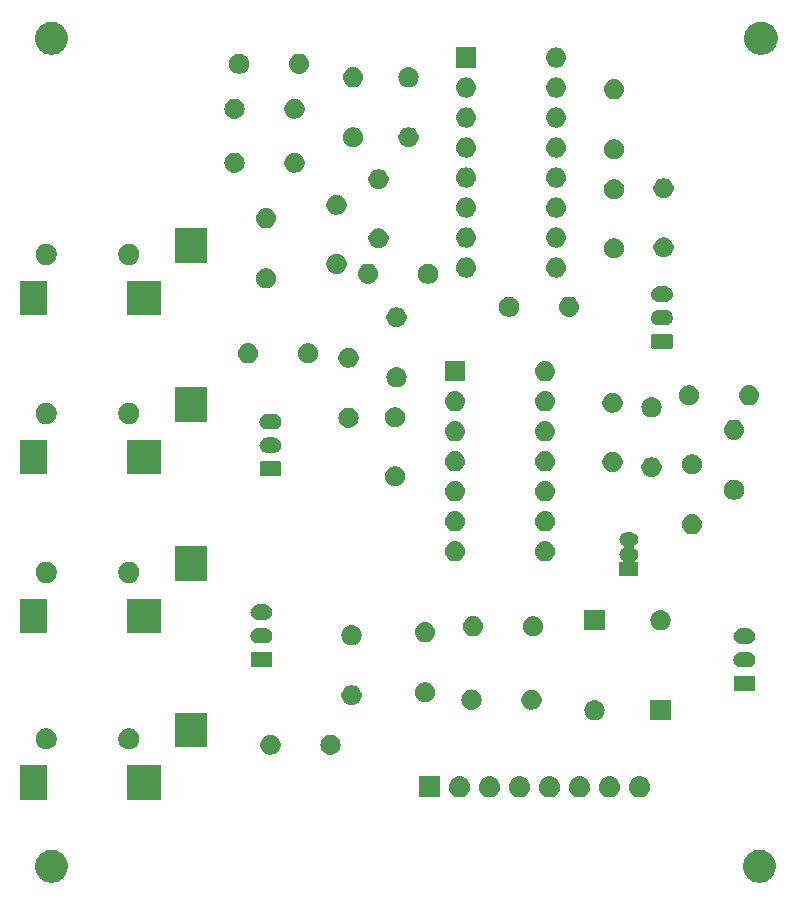
<source format=gbr>
G04 #@! TF.GenerationSoftware,KiCad,Pcbnew,(5.0.1)-rc2*
G04 #@! TF.CreationDate,2018-12-07T18:39:02-05:00*
G04 #@! TF.ProjectId,vcf,7663662E6B696361645F706362000000,rev?*
G04 #@! TF.SameCoordinates,Original*
G04 #@! TF.FileFunction,Soldermask,Top*
G04 #@! TF.FilePolarity,Negative*
%FSLAX46Y46*%
G04 Gerber Fmt 4.6, Leading zero omitted, Abs format (unit mm)*
G04 Created by KiCad (PCBNEW (5.0.1)-rc2) date 12/7/2018 6:39:02 PM*
%MOMM*%
%LPD*%
G01*
G04 APERTURE LIST*
%ADD10C,0.100000*%
G04 APERTURE END LIST*
D10*
G36*
X142685433Y-138461893D02*
X142775657Y-138479839D01*
X142881267Y-138523585D01*
X143030621Y-138585449D01*
X143260089Y-138738774D01*
X143455226Y-138933911D01*
X143608551Y-139163379D01*
X143714161Y-139418344D01*
X143768000Y-139689012D01*
X143768000Y-139964988D01*
X143714161Y-140235656D01*
X143608551Y-140490621D01*
X143455226Y-140720089D01*
X143260089Y-140915226D01*
X143030621Y-141068551D01*
X142881267Y-141130415D01*
X142775657Y-141174161D01*
X142685433Y-141192107D01*
X142504988Y-141228000D01*
X142229012Y-141228000D01*
X142048567Y-141192107D01*
X141958343Y-141174161D01*
X141852733Y-141130415D01*
X141703379Y-141068551D01*
X141473911Y-140915226D01*
X141278774Y-140720089D01*
X141125449Y-140490621D01*
X141019839Y-140235656D01*
X140966000Y-139964988D01*
X140966000Y-139689012D01*
X141019839Y-139418344D01*
X141125449Y-139163379D01*
X141278774Y-138933911D01*
X141473911Y-138738774D01*
X141703379Y-138585449D01*
X141852733Y-138523585D01*
X141958343Y-138479839D01*
X142048567Y-138461893D01*
X142229012Y-138426000D01*
X142504988Y-138426000D01*
X142685433Y-138461893D01*
X142685433Y-138461893D01*
G37*
G36*
X82741433Y-138461893D02*
X82831657Y-138479839D01*
X82937267Y-138523585D01*
X83086621Y-138585449D01*
X83316089Y-138738774D01*
X83511226Y-138933911D01*
X83664551Y-139163379D01*
X83770161Y-139418344D01*
X83824000Y-139689012D01*
X83824000Y-139964988D01*
X83770161Y-140235656D01*
X83664551Y-140490621D01*
X83511226Y-140720089D01*
X83316089Y-140915226D01*
X83086621Y-141068551D01*
X82937267Y-141130415D01*
X82831657Y-141174161D01*
X82741433Y-141192107D01*
X82560988Y-141228000D01*
X82285012Y-141228000D01*
X82104567Y-141192107D01*
X82014343Y-141174161D01*
X81908733Y-141130415D01*
X81759379Y-141068551D01*
X81529911Y-140915226D01*
X81334774Y-140720089D01*
X81181449Y-140490621D01*
X81075839Y-140235656D01*
X81022000Y-139964988D01*
X81022000Y-139689012D01*
X81075839Y-139418344D01*
X81181449Y-139163379D01*
X81334774Y-138933911D01*
X81529911Y-138738774D01*
X81759379Y-138585449D01*
X81908733Y-138523585D01*
X82014343Y-138479839D01*
X82104567Y-138461893D01*
X82285012Y-138426000D01*
X82560988Y-138426000D01*
X82741433Y-138461893D01*
X82741433Y-138461893D01*
G37*
G36*
X82026000Y-134183000D02*
X79724000Y-134183000D01*
X79724000Y-131281000D01*
X82026000Y-131281000D01*
X82026000Y-134183000D01*
X82026000Y-134183000D01*
G37*
G36*
X91726000Y-134183000D02*
X88824000Y-134183000D01*
X88824000Y-131281000D01*
X91726000Y-131281000D01*
X91726000Y-134183000D01*
X91726000Y-134183000D01*
G37*
G36*
X132317442Y-132201518D02*
X132383627Y-132208037D01*
X132496853Y-132242384D01*
X132553467Y-132259557D01*
X132692087Y-132333652D01*
X132709991Y-132343222D01*
X132745729Y-132372552D01*
X132847186Y-132455814D01*
X132930448Y-132557271D01*
X132959778Y-132593009D01*
X132959779Y-132593011D01*
X133043443Y-132749533D01*
X133043443Y-132749534D01*
X133094963Y-132919373D01*
X133112359Y-133096000D01*
X133094963Y-133272627D01*
X133060616Y-133385853D01*
X133043443Y-133442467D01*
X132969348Y-133581087D01*
X132959778Y-133598991D01*
X132930448Y-133634729D01*
X132847186Y-133736186D01*
X132745729Y-133819448D01*
X132709991Y-133848778D01*
X132709989Y-133848779D01*
X132553467Y-133932443D01*
X132496853Y-133949616D01*
X132383627Y-133983963D01*
X132317443Y-133990481D01*
X132251260Y-133997000D01*
X132162740Y-133997000D01*
X132096557Y-133990481D01*
X132030373Y-133983963D01*
X131917147Y-133949616D01*
X131860533Y-133932443D01*
X131704011Y-133848779D01*
X131704009Y-133848778D01*
X131668271Y-133819448D01*
X131566814Y-133736186D01*
X131483552Y-133634729D01*
X131454222Y-133598991D01*
X131444652Y-133581087D01*
X131370557Y-133442467D01*
X131353384Y-133385853D01*
X131319037Y-133272627D01*
X131301641Y-133096000D01*
X131319037Y-132919373D01*
X131370557Y-132749534D01*
X131370557Y-132749533D01*
X131454221Y-132593011D01*
X131454222Y-132593009D01*
X131483552Y-132557271D01*
X131566814Y-132455814D01*
X131668271Y-132372552D01*
X131704009Y-132343222D01*
X131721913Y-132333652D01*
X131860533Y-132259557D01*
X131917147Y-132242384D01*
X132030373Y-132208037D01*
X132096558Y-132201518D01*
X132162740Y-132195000D01*
X132251260Y-132195000D01*
X132317442Y-132201518D01*
X132317442Y-132201518D01*
G37*
G36*
X129777442Y-132201518D02*
X129843627Y-132208037D01*
X129956853Y-132242384D01*
X130013467Y-132259557D01*
X130152087Y-132333652D01*
X130169991Y-132343222D01*
X130205729Y-132372552D01*
X130307186Y-132455814D01*
X130390448Y-132557271D01*
X130419778Y-132593009D01*
X130419779Y-132593011D01*
X130503443Y-132749533D01*
X130503443Y-132749534D01*
X130554963Y-132919373D01*
X130572359Y-133096000D01*
X130554963Y-133272627D01*
X130520616Y-133385853D01*
X130503443Y-133442467D01*
X130429348Y-133581087D01*
X130419778Y-133598991D01*
X130390448Y-133634729D01*
X130307186Y-133736186D01*
X130205729Y-133819448D01*
X130169991Y-133848778D01*
X130169989Y-133848779D01*
X130013467Y-133932443D01*
X129956853Y-133949616D01*
X129843627Y-133983963D01*
X129777443Y-133990481D01*
X129711260Y-133997000D01*
X129622740Y-133997000D01*
X129556557Y-133990481D01*
X129490373Y-133983963D01*
X129377147Y-133949616D01*
X129320533Y-133932443D01*
X129164011Y-133848779D01*
X129164009Y-133848778D01*
X129128271Y-133819448D01*
X129026814Y-133736186D01*
X128943552Y-133634729D01*
X128914222Y-133598991D01*
X128904652Y-133581087D01*
X128830557Y-133442467D01*
X128813384Y-133385853D01*
X128779037Y-133272627D01*
X128761641Y-133096000D01*
X128779037Y-132919373D01*
X128830557Y-132749534D01*
X128830557Y-132749533D01*
X128914221Y-132593011D01*
X128914222Y-132593009D01*
X128943552Y-132557271D01*
X129026814Y-132455814D01*
X129128271Y-132372552D01*
X129164009Y-132343222D01*
X129181913Y-132333652D01*
X129320533Y-132259557D01*
X129377147Y-132242384D01*
X129490373Y-132208037D01*
X129556558Y-132201518D01*
X129622740Y-132195000D01*
X129711260Y-132195000D01*
X129777442Y-132201518D01*
X129777442Y-132201518D01*
G37*
G36*
X127237442Y-132201518D02*
X127303627Y-132208037D01*
X127416853Y-132242384D01*
X127473467Y-132259557D01*
X127612087Y-132333652D01*
X127629991Y-132343222D01*
X127665729Y-132372552D01*
X127767186Y-132455814D01*
X127850448Y-132557271D01*
X127879778Y-132593009D01*
X127879779Y-132593011D01*
X127963443Y-132749533D01*
X127963443Y-132749534D01*
X128014963Y-132919373D01*
X128032359Y-133096000D01*
X128014963Y-133272627D01*
X127980616Y-133385853D01*
X127963443Y-133442467D01*
X127889348Y-133581087D01*
X127879778Y-133598991D01*
X127850448Y-133634729D01*
X127767186Y-133736186D01*
X127665729Y-133819448D01*
X127629991Y-133848778D01*
X127629989Y-133848779D01*
X127473467Y-133932443D01*
X127416853Y-133949616D01*
X127303627Y-133983963D01*
X127237443Y-133990481D01*
X127171260Y-133997000D01*
X127082740Y-133997000D01*
X127016557Y-133990481D01*
X126950373Y-133983963D01*
X126837147Y-133949616D01*
X126780533Y-133932443D01*
X126624011Y-133848779D01*
X126624009Y-133848778D01*
X126588271Y-133819448D01*
X126486814Y-133736186D01*
X126403552Y-133634729D01*
X126374222Y-133598991D01*
X126364652Y-133581087D01*
X126290557Y-133442467D01*
X126273384Y-133385853D01*
X126239037Y-133272627D01*
X126221641Y-133096000D01*
X126239037Y-132919373D01*
X126290557Y-132749534D01*
X126290557Y-132749533D01*
X126374221Y-132593011D01*
X126374222Y-132593009D01*
X126403552Y-132557271D01*
X126486814Y-132455814D01*
X126588271Y-132372552D01*
X126624009Y-132343222D01*
X126641913Y-132333652D01*
X126780533Y-132259557D01*
X126837147Y-132242384D01*
X126950373Y-132208037D01*
X127016558Y-132201518D01*
X127082740Y-132195000D01*
X127171260Y-132195000D01*
X127237442Y-132201518D01*
X127237442Y-132201518D01*
G37*
G36*
X124697442Y-132201518D02*
X124763627Y-132208037D01*
X124876853Y-132242384D01*
X124933467Y-132259557D01*
X125072087Y-132333652D01*
X125089991Y-132343222D01*
X125125729Y-132372552D01*
X125227186Y-132455814D01*
X125310448Y-132557271D01*
X125339778Y-132593009D01*
X125339779Y-132593011D01*
X125423443Y-132749533D01*
X125423443Y-132749534D01*
X125474963Y-132919373D01*
X125492359Y-133096000D01*
X125474963Y-133272627D01*
X125440616Y-133385853D01*
X125423443Y-133442467D01*
X125349348Y-133581087D01*
X125339778Y-133598991D01*
X125310448Y-133634729D01*
X125227186Y-133736186D01*
X125125729Y-133819448D01*
X125089991Y-133848778D01*
X125089989Y-133848779D01*
X124933467Y-133932443D01*
X124876853Y-133949616D01*
X124763627Y-133983963D01*
X124697443Y-133990481D01*
X124631260Y-133997000D01*
X124542740Y-133997000D01*
X124476557Y-133990481D01*
X124410373Y-133983963D01*
X124297147Y-133949616D01*
X124240533Y-133932443D01*
X124084011Y-133848779D01*
X124084009Y-133848778D01*
X124048271Y-133819448D01*
X123946814Y-133736186D01*
X123863552Y-133634729D01*
X123834222Y-133598991D01*
X123824652Y-133581087D01*
X123750557Y-133442467D01*
X123733384Y-133385853D01*
X123699037Y-133272627D01*
X123681641Y-133096000D01*
X123699037Y-132919373D01*
X123750557Y-132749534D01*
X123750557Y-132749533D01*
X123834221Y-132593011D01*
X123834222Y-132593009D01*
X123863552Y-132557271D01*
X123946814Y-132455814D01*
X124048271Y-132372552D01*
X124084009Y-132343222D01*
X124101913Y-132333652D01*
X124240533Y-132259557D01*
X124297147Y-132242384D01*
X124410373Y-132208037D01*
X124476558Y-132201518D01*
X124542740Y-132195000D01*
X124631260Y-132195000D01*
X124697442Y-132201518D01*
X124697442Y-132201518D01*
G37*
G36*
X122157442Y-132201518D02*
X122223627Y-132208037D01*
X122336853Y-132242384D01*
X122393467Y-132259557D01*
X122532087Y-132333652D01*
X122549991Y-132343222D01*
X122585729Y-132372552D01*
X122687186Y-132455814D01*
X122770448Y-132557271D01*
X122799778Y-132593009D01*
X122799779Y-132593011D01*
X122883443Y-132749533D01*
X122883443Y-132749534D01*
X122934963Y-132919373D01*
X122952359Y-133096000D01*
X122934963Y-133272627D01*
X122900616Y-133385853D01*
X122883443Y-133442467D01*
X122809348Y-133581087D01*
X122799778Y-133598991D01*
X122770448Y-133634729D01*
X122687186Y-133736186D01*
X122585729Y-133819448D01*
X122549991Y-133848778D01*
X122549989Y-133848779D01*
X122393467Y-133932443D01*
X122336853Y-133949616D01*
X122223627Y-133983963D01*
X122157443Y-133990481D01*
X122091260Y-133997000D01*
X122002740Y-133997000D01*
X121936557Y-133990481D01*
X121870373Y-133983963D01*
X121757147Y-133949616D01*
X121700533Y-133932443D01*
X121544011Y-133848779D01*
X121544009Y-133848778D01*
X121508271Y-133819448D01*
X121406814Y-133736186D01*
X121323552Y-133634729D01*
X121294222Y-133598991D01*
X121284652Y-133581087D01*
X121210557Y-133442467D01*
X121193384Y-133385853D01*
X121159037Y-133272627D01*
X121141641Y-133096000D01*
X121159037Y-132919373D01*
X121210557Y-132749534D01*
X121210557Y-132749533D01*
X121294221Y-132593011D01*
X121294222Y-132593009D01*
X121323552Y-132557271D01*
X121406814Y-132455814D01*
X121508271Y-132372552D01*
X121544009Y-132343222D01*
X121561913Y-132333652D01*
X121700533Y-132259557D01*
X121757147Y-132242384D01*
X121870373Y-132208037D01*
X121936558Y-132201518D01*
X122002740Y-132195000D01*
X122091260Y-132195000D01*
X122157442Y-132201518D01*
X122157442Y-132201518D01*
G37*
G36*
X117077442Y-132201518D02*
X117143627Y-132208037D01*
X117256853Y-132242384D01*
X117313467Y-132259557D01*
X117452087Y-132333652D01*
X117469991Y-132343222D01*
X117505729Y-132372552D01*
X117607186Y-132455814D01*
X117690448Y-132557271D01*
X117719778Y-132593009D01*
X117719779Y-132593011D01*
X117803443Y-132749533D01*
X117803443Y-132749534D01*
X117854963Y-132919373D01*
X117872359Y-133096000D01*
X117854963Y-133272627D01*
X117820616Y-133385853D01*
X117803443Y-133442467D01*
X117729348Y-133581087D01*
X117719778Y-133598991D01*
X117690448Y-133634729D01*
X117607186Y-133736186D01*
X117505729Y-133819448D01*
X117469991Y-133848778D01*
X117469989Y-133848779D01*
X117313467Y-133932443D01*
X117256853Y-133949616D01*
X117143627Y-133983963D01*
X117077443Y-133990481D01*
X117011260Y-133997000D01*
X116922740Y-133997000D01*
X116856557Y-133990481D01*
X116790373Y-133983963D01*
X116677147Y-133949616D01*
X116620533Y-133932443D01*
X116464011Y-133848779D01*
X116464009Y-133848778D01*
X116428271Y-133819448D01*
X116326814Y-133736186D01*
X116243552Y-133634729D01*
X116214222Y-133598991D01*
X116204652Y-133581087D01*
X116130557Y-133442467D01*
X116113384Y-133385853D01*
X116079037Y-133272627D01*
X116061641Y-133096000D01*
X116079037Y-132919373D01*
X116130557Y-132749534D01*
X116130557Y-132749533D01*
X116214221Y-132593011D01*
X116214222Y-132593009D01*
X116243552Y-132557271D01*
X116326814Y-132455814D01*
X116428271Y-132372552D01*
X116464009Y-132343222D01*
X116481913Y-132333652D01*
X116620533Y-132259557D01*
X116677147Y-132242384D01*
X116790373Y-132208037D01*
X116856558Y-132201518D01*
X116922740Y-132195000D01*
X117011260Y-132195000D01*
X117077442Y-132201518D01*
X117077442Y-132201518D01*
G37*
G36*
X115328000Y-133997000D02*
X113526000Y-133997000D01*
X113526000Y-132195000D01*
X115328000Y-132195000D01*
X115328000Y-133997000D01*
X115328000Y-133997000D01*
G37*
G36*
X119617442Y-132201518D02*
X119683627Y-132208037D01*
X119796853Y-132242384D01*
X119853467Y-132259557D01*
X119992087Y-132333652D01*
X120009991Y-132343222D01*
X120045729Y-132372552D01*
X120147186Y-132455814D01*
X120230448Y-132557271D01*
X120259778Y-132593009D01*
X120259779Y-132593011D01*
X120343443Y-132749533D01*
X120343443Y-132749534D01*
X120394963Y-132919373D01*
X120412359Y-133096000D01*
X120394963Y-133272627D01*
X120360616Y-133385853D01*
X120343443Y-133442467D01*
X120269348Y-133581087D01*
X120259778Y-133598991D01*
X120230448Y-133634729D01*
X120147186Y-133736186D01*
X120045729Y-133819448D01*
X120009991Y-133848778D01*
X120009989Y-133848779D01*
X119853467Y-133932443D01*
X119796853Y-133949616D01*
X119683627Y-133983963D01*
X119617443Y-133990481D01*
X119551260Y-133997000D01*
X119462740Y-133997000D01*
X119396557Y-133990481D01*
X119330373Y-133983963D01*
X119217147Y-133949616D01*
X119160533Y-133932443D01*
X119004011Y-133848779D01*
X119004009Y-133848778D01*
X118968271Y-133819448D01*
X118866814Y-133736186D01*
X118783552Y-133634729D01*
X118754222Y-133598991D01*
X118744652Y-133581087D01*
X118670557Y-133442467D01*
X118653384Y-133385853D01*
X118619037Y-133272627D01*
X118601641Y-133096000D01*
X118619037Y-132919373D01*
X118670557Y-132749534D01*
X118670557Y-132749533D01*
X118754221Y-132593011D01*
X118754222Y-132593009D01*
X118783552Y-132557271D01*
X118866814Y-132455814D01*
X118968271Y-132372552D01*
X119004009Y-132343222D01*
X119021913Y-132333652D01*
X119160533Y-132259557D01*
X119217147Y-132242384D01*
X119330373Y-132208037D01*
X119396558Y-132201518D01*
X119462740Y-132195000D01*
X119551260Y-132195000D01*
X119617442Y-132201518D01*
X119617442Y-132201518D01*
G37*
G36*
X106211821Y-128701313D02*
X106211824Y-128701314D01*
X106211825Y-128701314D01*
X106372239Y-128749975D01*
X106372241Y-128749976D01*
X106372244Y-128749977D01*
X106520078Y-128828995D01*
X106649659Y-128935341D01*
X106756005Y-129064922D01*
X106835023Y-129212756D01*
X106835024Y-129212759D01*
X106835025Y-129212761D01*
X106859915Y-129294812D01*
X106883687Y-129373179D01*
X106900117Y-129540000D01*
X106883687Y-129706821D01*
X106883686Y-129706824D01*
X106883686Y-129706825D01*
X106858993Y-129788228D01*
X106835023Y-129867244D01*
X106756005Y-130015078D01*
X106649659Y-130144659D01*
X106520078Y-130251005D01*
X106372244Y-130330023D01*
X106372241Y-130330024D01*
X106372239Y-130330025D01*
X106211825Y-130378686D01*
X106211824Y-130378686D01*
X106211821Y-130378687D01*
X106086804Y-130391000D01*
X106003196Y-130391000D01*
X105878179Y-130378687D01*
X105878176Y-130378686D01*
X105878175Y-130378686D01*
X105717761Y-130330025D01*
X105717759Y-130330024D01*
X105717756Y-130330023D01*
X105569922Y-130251005D01*
X105440341Y-130144659D01*
X105333995Y-130015078D01*
X105254977Y-129867244D01*
X105231008Y-129788228D01*
X105206314Y-129706825D01*
X105206314Y-129706824D01*
X105206313Y-129706821D01*
X105189883Y-129540000D01*
X105206313Y-129373179D01*
X105230085Y-129294812D01*
X105254975Y-129212761D01*
X105254976Y-129212759D01*
X105254977Y-129212756D01*
X105333995Y-129064922D01*
X105440341Y-128935341D01*
X105569922Y-128828995D01*
X105717756Y-128749977D01*
X105717759Y-128749976D01*
X105717761Y-128749975D01*
X105878175Y-128701314D01*
X105878176Y-128701314D01*
X105878179Y-128701313D01*
X106003196Y-128689000D01*
X106086804Y-128689000D01*
X106211821Y-128701313D01*
X106211821Y-128701313D01*
G37*
G36*
X101213228Y-128721703D02*
X101368100Y-128785853D01*
X101507481Y-128878985D01*
X101626015Y-128997519D01*
X101719147Y-129136900D01*
X101783297Y-129291772D01*
X101816000Y-129456184D01*
X101816000Y-129623816D01*
X101783297Y-129788228D01*
X101719147Y-129943100D01*
X101626015Y-130082481D01*
X101507481Y-130201015D01*
X101368100Y-130294147D01*
X101213228Y-130358297D01*
X101048816Y-130391000D01*
X100881184Y-130391000D01*
X100716772Y-130358297D01*
X100561900Y-130294147D01*
X100422519Y-130201015D01*
X100303985Y-130082481D01*
X100210853Y-129943100D01*
X100146703Y-129788228D01*
X100114000Y-129623816D01*
X100114000Y-129456184D01*
X100146703Y-129291772D01*
X100210853Y-129136900D01*
X100303985Y-128997519D01*
X100422519Y-128878985D01*
X100561900Y-128785853D01*
X100716772Y-128721703D01*
X100881184Y-128689000D01*
X101048816Y-128689000D01*
X101213228Y-128721703D01*
X101213228Y-128721703D01*
G37*
G36*
X89237812Y-128165624D02*
X89401784Y-128233544D01*
X89549354Y-128332147D01*
X89674853Y-128457646D01*
X89773456Y-128605216D01*
X89841376Y-128769188D01*
X89876000Y-128943259D01*
X89876000Y-129120741D01*
X89841376Y-129294812D01*
X89773456Y-129458784D01*
X89674853Y-129606354D01*
X89549354Y-129731853D01*
X89401784Y-129830456D01*
X89237812Y-129898376D01*
X89063741Y-129933000D01*
X88886259Y-129933000D01*
X88712188Y-129898376D01*
X88548216Y-129830456D01*
X88400646Y-129731853D01*
X88275147Y-129606354D01*
X88176544Y-129458784D01*
X88108624Y-129294812D01*
X88074000Y-129120741D01*
X88074000Y-128943259D01*
X88108624Y-128769188D01*
X88176544Y-128605216D01*
X88275147Y-128457646D01*
X88400646Y-128332147D01*
X88548216Y-128233544D01*
X88712188Y-128165624D01*
X88886259Y-128131000D01*
X89063741Y-128131000D01*
X89237812Y-128165624D01*
X89237812Y-128165624D01*
G37*
G36*
X82237812Y-128165624D02*
X82401784Y-128233544D01*
X82549354Y-128332147D01*
X82674853Y-128457646D01*
X82773456Y-128605216D01*
X82841376Y-128769188D01*
X82876000Y-128943259D01*
X82876000Y-129120741D01*
X82841376Y-129294812D01*
X82773456Y-129458784D01*
X82674853Y-129606354D01*
X82549354Y-129731853D01*
X82401784Y-129830456D01*
X82237812Y-129898376D01*
X82063741Y-129933000D01*
X81886259Y-129933000D01*
X81712188Y-129898376D01*
X81548216Y-129830456D01*
X81400646Y-129731853D01*
X81275147Y-129606354D01*
X81176544Y-129458784D01*
X81108624Y-129294812D01*
X81074000Y-129120741D01*
X81074000Y-128943259D01*
X81108624Y-128769188D01*
X81176544Y-128605216D01*
X81275147Y-128457646D01*
X81400646Y-128332147D01*
X81548216Y-128233544D01*
X81712188Y-128165624D01*
X81886259Y-128131000D01*
X82063741Y-128131000D01*
X82237812Y-128165624D01*
X82237812Y-128165624D01*
G37*
G36*
X95626000Y-129733000D02*
X92924000Y-129733000D01*
X92924000Y-126831000D01*
X95626000Y-126831000D01*
X95626000Y-129733000D01*
X95626000Y-129733000D01*
G37*
G36*
X128563821Y-125780313D02*
X128563824Y-125780314D01*
X128563825Y-125780314D01*
X128724239Y-125828975D01*
X128724241Y-125828976D01*
X128724244Y-125828977D01*
X128872078Y-125907995D01*
X129001659Y-126014341D01*
X129108005Y-126143922D01*
X129187023Y-126291756D01*
X129187024Y-126291759D01*
X129187025Y-126291761D01*
X129235686Y-126452175D01*
X129235687Y-126452179D01*
X129252117Y-126619000D01*
X129235687Y-126785821D01*
X129187023Y-126946244D01*
X129108005Y-127094078D01*
X129001659Y-127223659D01*
X128872078Y-127330005D01*
X128724244Y-127409023D01*
X128724241Y-127409024D01*
X128724239Y-127409025D01*
X128563825Y-127457686D01*
X128563824Y-127457686D01*
X128563821Y-127457687D01*
X128438804Y-127470000D01*
X128355196Y-127470000D01*
X128230179Y-127457687D01*
X128230176Y-127457686D01*
X128230175Y-127457686D01*
X128069761Y-127409025D01*
X128069759Y-127409024D01*
X128069756Y-127409023D01*
X127921922Y-127330005D01*
X127792341Y-127223659D01*
X127685995Y-127094078D01*
X127606977Y-126946244D01*
X127558313Y-126785821D01*
X127541883Y-126619000D01*
X127558313Y-126452179D01*
X127558314Y-126452175D01*
X127606975Y-126291761D01*
X127606976Y-126291759D01*
X127606977Y-126291756D01*
X127685995Y-126143922D01*
X127792341Y-126014341D01*
X127921922Y-125907995D01*
X128069756Y-125828977D01*
X128069759Y-125828976D01*
X128069761Y-125828975D01*
X128230175Y-125780314D01*
X128230176Y-125780314D01*
X128230179Y-125780313D01*
X128355196Y-125768000D01*
X128438804Y-125768000D01*
X128563821Y-125780313D01*
X128563821Y-125780313D01*
G37*
G36*
X134836000Y-127470000D02*
X133134000Y-127470000D01*
X133134000Y-125768000D01*
X134836000Y-125768000D01*
X134836000Y-127470000D01*
X134836000Y-127470000D01*
G37*
G36*
X118149821Y-124891313D02*
X118149824Y-124891314D01*
X118149825Y-124891314D01*
X118310239Y-124939975D01*
X118310241Y-124939976D01*
X118310244Y-124939977D01*
X118458078Y-125018995D01*
X118587659Y-125125341D01*
X118694005Y-125254922D01*
X118773023Y-125402756D01*
X118773024Y-125402759D01*
X118773025Y-125402761D01*
X118821686Y-125563175D01*
X118821687Y-125563179D01*
X118838117Y-125730000D01*
X118821687Y-125896821D01*
X118821686Y-125896824D01*
X118821686Y-125896825D01*
X118787351Y-126010014D01*
X118773023Y-126057244D01*
X118694005Y-126205078D01*
X118587659Y-126334659D01*
X118458078Y-126441005D01*
X118310244Y-126520023D01*
X118310241Y-126520024D01*
X118310239Y-126520025D01*
X118149825Y-126568686D01*
X118149824Y-126568686D01*
X118149821Y-126568687D01*
X118024804Y-126581000D01*
X117941196Y-126581000D01*
X117816179Y-126568687D01*
X117816176Y-126568686D01*
X117816175Y-126568686D01*
X117655761Y-126520025D01*
X117655759Y-126520024D01*
X117655756Y-126520023D01*
X117507922Y-126441005D01*
X117378341Y-126334659D01*
X117271995Y-126205078D01*
X117192977Y-126057244D01*
X117178650Y-126010014D01*
X117144314Y-125896825D01*
X117144314Y-125896824D01*
X117144313Y-125896821D01*
X117127883Y-125730000D01*
X117144313Y-125563179D01*
X117144314Y-125563175D01*
X117192975Y-125402761D01*
X117192976Y-125402759D01*
X117192977Y-125402756D01*
X117271995Y-125254922D01*
X117378341Y-125125341D01*
X117507922Y-125018995D01*
X117655756Y-124939977D01*
X117655759Y-124939976D01*
X117655761Y-124939975D01*
X117816175Y-124891314D01*
X117816176Y-124891314D01*
X117816179Y-124891313D01*
X117941196Y-124879000D01*
X118024804Y-124879000D01*
X118149821Y-124891313D01*
X118149821Y-124891313D01*
G37*
G36*
X123311228Y-124911703D02*
X123466100Y-124975853D01*
X123605481Y-125068985D01*
X123724015Y-125187519D01*
X123817147Y-125326900D01*
X123881297Y-125481772D01*
X123914000Y-125646184D01*
X123914000Y-125813816D01*
X123881297Y-125978228D01*
X123817147Y-126133100D01*
X123724015Y-126272481D01*
X123605481Y-126391015D01*
X123466100Y-126484147D01*
X123311228Y-126548297D01*
X123146816Y-126581000D01*
X122979184Y-126581000D01*
X122814772Y-126548297D01*
X122659900Y-126484147D01*
X122520519Y-126391015D01*
X122401985Y-126272481D01*
X122308853Y-126133100D01*
X122244703Y-125978228D01*
X122212000Y-125813816D01*
X122212000Y-125646184D01*
X122244703Y-125481772D01*
X122308853Y-125326900D01*
X122401985Y-125187519D01*
X122520519Y-125068985D01*
X122659900Y-124975853D01*
X122814772Y-124911703D01*
X122979184Y-124879000D01*
X123146816Y-124879000D01*
X123311228Y-124911703D01*
X123311228Y-124911703D01*
G37*
G36*
X108071228Y-124530703D02*
X108226100Y-124594853D01*
X108365481Y-124687985D01*
X108484015Y-124806519D01*
X108577147Y-124945900D01*
X108641297Y-125100772D01*
X108674000Y-125265184D01*
X108674000Y-125432816D01*
X108641297Y-125597228D01*
X108577147Y-125752100D01*
X108484015Y-125891481D01*
X108365481Y-126010015D01*
X108226100Y-126103147D01*
X108071228Y-126167297D01*
X107906816Y-126200000D01*
X107739184Y-126200000D01*
X107574772Y-126167297D01*
X107419900Y-126103147D01*
X107280519Y-126010015D01*
X107161985Y-125891481D01*
X107068853Y-125752100D01*
X107004703Y-125597228D01*
X106972000Y-125432816D01*
X106972000Y-125265184D01*
X107004703Y-125100772D01*
X107068853Y-124945900D01*
X107161985Y-124806519D01*
X107280519Y-124687985D01*
X107419900Y-124594853D01*
X107574772Y-124530703D01*
X107739184Y-124498000D01*
X107906816Y-124498000D01*
X108071228Y-124530703D01*
X108071228Y-124530703D01*
G37*
G36*
X114294228Y-124276703D02*
X114449100Y-124340853D01*
X114588481Y-124433985D01*
X114707015Y-124552519D01*
X114800147Y-124691900D01*
X114864297Y-124846772D01*
X114897000Y-125011184D01*
X114897000Y-125178816D01*
X114864297Y-125343228D01*
X114800147Y-125498100D01*
X114707015Y-125637481D01*
X114588481Y-125756015D01*
X114449100Y-125849147D01*
X114294228Y-125913297D01*
X114129816Y-125946000D01*
X113962184Y-125946000D01*
X113797772Y-125913297D01*
X113642900Y-125849147D01*
X113503519Y-125756015D01*
X113384985Y-125637481D01*
X113291853Y-125498100D01*
X113227703Y-125343228D01*
X113195000Y-125178816D01*
X113195000Y-125011184D01*
X113227703Y-124846772D01*
X113291853Y-124691900D01*
X113384985Y-124552519D01*
X113503519Y-124433985D01*
X113642900Y-124340853D01*
X113797772Y-124276703D01*
X113962184Y-124244000D01*
X114129816Y-124244000D01*
X114294228Y-124276703D01*
X114294228Y-124276703D01*
G37*
G36*
X141863242Y-123686404D02*
X141900339Y-123697657D01*
X141934520Y-123715927D01*
X141964482Y-123740518D01*
X141989073Y-123770480D01*
X142007343Y-123804661D01*
X142018596Y-123841758D01*
X142023000Y-123886473D01*
X142023000Y-124779527D01*
X142018596Y-124824242D01*
X142007343Y-124861339D01*
X141989073Y-124895520D01*
X141964482Y-124925482D01*
X141934520Y-124950073D01*
X141900339Y-124968343D01*
X141863242Y-124979596D01*
X141818527Y-124984000D01*
X140375473Y-124984000D01*
X140330758Y-124979596D01*
X140293661Y-124968343D01*
X140259480Y-124950073D01*
X140229518Y-124925482D01*
X140204927Y-124895520D01*
X140186657Y-124861339D01*
X140175404Y-124824242D01*
X140171000Y-124779527D01*
X140171000Y-123886473D01*
X140175404Y-123841758D01*
X140186657Y-123804661D01*
X140204927Y-123770480D01*
X140229518Y-123740518D01*
X140259480Y-123715927D01*
X140293661Y-123697657D01*
X140330758Y-123686404D01*
X140375473Y-123682000D01*
X141818527Y-123682000D01*
X141863242Y-123686404D01*
X141863242Y-123686404D01*
G37*
G36*
X141423539Y-121683927D02*
X141499618Y-121691420D01*
X141555982Y-121708518D01*
X141622333Y-121728645D01*
X141700733Y-121770551D01*
X141735426Y-121789095D01*
X141834553Y-121870447D01*
X141915905Y-121969574D01*
X141915906Y-121969576D01*
X141976355Y-122082667D01*
X141976355Y-122082668D01*
X142013580Y-122205382D01*
X142026149Y-122333000D01*
X142013580Y-122460618D01*
X141988763Y-122542427D01*
X141976355Y-122583333D01*
X141924283Y-122680751D01*
X141915905Y-122696426D01*
X141834553Y-122795553D01*
X141735426Y-122876905D01*
X141735424Y-122876906D01*
X141622333Y-122937355D01*
X141591236Y-122946788D01*
X141499618Y-122974580D01*
X141435855Y-122980860D01*
X141403974Y-122984000D01*
X140790026Y-122984000D01*
X140758145Y-122980860D01*
X140694382Y-122974580D01*
X140602764Y-122946788D01*
X140571667Y-122937355D01*
X140458576Y-122876906D01*
X140458574Y-122876905D01*
X140359447Y-122795553D01*
X140278095Y-122696426D01*
X140269717Y-122680751D01*
X140217645Y-122583333D01*
X140205237Y-122542427D01*
X140180420Y-122460618D01*
X140167851Y-122333000D01*
X140180420Y-122205382D01*
X140217645Y-122082668D01*
X140217645Y-122082667D01*
X140278094Y-121969576D01*
X140278095Y-121969574D01*
X140359447Y-121870447D01*
X140458574Y-121789095D01*
X140493267Y-121770551D01*
X140571667Y-121728645D01*
X140638018Y-121708518D01*
X140694382Y-121691420D01*
X140770461Y-121683927D01*
X140790026Y-121682000D01*
X141403974Y-121682000D01*
X141423539Y-121683927D01*
X141423539Y-121683927D01*
G37*
G36*
X100969242Y-121654404D02*
X101006339Y-121665657D01*
X101040520Y-121683927D01*
X101070482Y-121708518D01*
X101095073Y-121738480D01*
X101113343Y-121772661D01*
X101124596Y-121809758D01*
X101129000Y-121854473D01*
X101129000Y-122747527D01*
X101124596Y-122792242D01*
X101113343Y-122829339D01*
X101095073Y-122863520D01*
X101070482Y-122893482D01*
X101040520Y-122918073D01*
X101006339Y-122936343D01*
X100969242Y-122947596D01*
X100924527Y-122952000D01*
X99481473Y-122952000D01*
X99436758Y-122947596D01*
X99399661Y-122936343D01*
X99365480Y-122918073D01*
X99335518Y-122893482D01*
X99310927Y-122863520D01*
X99292657Y-122829339D01*
X99281404Y-122792242D01*
X99277000Y-122747527D01*
X99277000Y-121854473D01*
X99281404Y-121809758D01*
X99292657Y-121772661D01*
X99310927Y-121738480D01*
X99335518Y-121708518D01*
X99365480Y-121683927D01*
X99399661Y-121665657D01*
X99436758Y-121654404D01*
X99481473Y-121650000D01*
X100924527Y-121650000D01*
X100969242Y-121654404D01*
X100969242Y-121654404D01*
G37*
G36*
X107989821Y-119430313D02*
X107989824Y-119430314D01*
X107989825Y-119430314D01*
X108150239Y-119478975D01*
X108150241Y-119478976D01*
X108150244Y-119478977D01*
X108298078Y-119557995D01*
X108427659Y-119664341D01*
X108534005Y-119793922D01*
X108613023Y-119941756D01*
X108613024Y-119941759D01*
X108613025Y-119941761D01*
X108656779Y-120086000D01*
X108661687Y-120102179D01*
X108678117Y-120269000D01*
X108661687Y-120435821D01*
X108661686Y-120435824D01*
X108661686Y-120435825D01*
X108645229Y-120490078D01*
X108613023Y-120596244D01*
X108534005Y-120744078D01*
X108427659Y-120873659D01*
X108298078Y-120980005D01*
X108150244Y-121059023D01*
X108150241Y-121059024D01*
X108150239Y-121059025D01*
X107989825Y-121107686D01*
X107989824Y-121107686D01*
X107989821Y-121107687D01*
X107864804Y-121120000D01*
X107781196Y-121120000D01*
X107656179Y-121107687D01*
X107656176Y-121107686D01*
X107656175Y-121107686D01*
X107495761Y-121059025D01*
X107495759Y-121059024D01*
X107495756Y-121059023D01*
X107347922Y-120980005D01*
X107218341Y-120873659D01*
X107111995Y-120744078D01*
X107032977Y-120596244D01*
X107000772Y-120490078D01*
X106984314Y-120435825D01*
X106984314Y-120435824D01*
X106984313Y-120435821D01*
X106967883Y-120269000D01*
X106984313Y-120102179D01*
X106989221Y-120086000D01*
X107032975Y-119941761D01*
X107032976Y-119941759D01*
X107032977Y-119941756D01*
X107111995Y-119793922D01*
X107218341Y-119664341D01*
X107347922Y-119557995D01*
X107495756Y-119478977D01*
X107495759Y-119478976D01*
X107495761Y-119478975D01*
X107656175Y-119430314D01*
X107656176Y-119430314D01*
X107656179Y-119430313D01*
X107781196Y-119418000D01*
X107864804Y-119418000D01*
X107989821Y-119430313D01*
X107989821Y-119430313D01*
G37*
G36*
X141435855Y-119685140D02*
X141499618Y-119691420D01*
X141560881Y-119710004D01*
X141622333Y-119728645D01*
X141722491Y-119782181D01*
X141735426Y-119789095D01*
X141834553Y-119870447D01*
X141915905Y-119969574D01*
X141915906Y-119969576D01*
X141976355Y-120082667D01*
X141982274Y-120102179D01*
X142013580Y-120205382D01*
X142026149Y-120333000D01*
X142013580Y-120460618D01*
X142004643Y-120490078D01*
X141976355Y-120583333D01*
X141933009Y-120664426D01*
X141915905Y-120696426D01*
X141834553Y-120795553D01*
X141735426Y-120876905D01*
X141735424Y-120876906D01*
X141622333Y-120937355D01*
X141605108Y-120942580D01*
X141499618Y-120974580D01*
X141444546Y-120980004D01*
X141403974Y-120984000D01*
X140790026Y-120984000D01*
X140749454Y-120980004D01*
X140694382Y-120974580D01*
X140588892Y-120942580D01*
X140571667Y-120937355D01*
X140458576Y-120876906D01*
X140458574Y-120876905D01*
X140359447Y-120795553D01*
X140278095Y-120696426D01*
X140260991Y-120664426D01*
X140217645Y-120583333D01*
X140189357Y-120490078D01*
X140180420Y-120460618D01*
X140167851Y-120333000D01*
X140180420Y-120205382D01*
X140211726Y-120102179D01*
X140217645Y-120082667D01*
X140278094Y-119969576D01*
X140278095Y-119969574D01*
X140359447Y-119870447D01*
X140458574Y-119789095D01*
X140471509Y-119782181D01*
X140571667Y-119728645D01*
X140633119Y-119710004D01*
X140694382Y-119691420D01*
X140758145Y-119685140D01*
X140790026Y-119682000D01*
X141403974Y-119682000D01*
X141435855Y-119685140D01*
X141435855Y-119685140D01*
G37*
G36*
X100541855Y-119653140D02*
X100605618Y-119659420D01*
X100680054Y-119682000D01*
X100728333Y-119696645D01*
X100788200Y-119728645D01*
X100841426Y-119757095D01*
X100940553Y-119838447D01*
X101021905Y-119937574D01*
X101021906Y-119937576D01*
X101082355Y-120050667D01*
X101082355Y-120050668D01*
X101119580Y-120173382D01*
X101132149Y-120301000D01*
X101119580Y-120428618D01*
X101109873Y-120460616D01*
X101082355Y-120551333D01*
X101028819Y-120651491D01*
X101021905Y-120664426D01*
X100940553Y-120763553D01*
X100841426Y-120844905D01*
X100841424Y-120844906D01*
X100728333Y-120905355D01*
X100687427Y-120917763D01*
X100605618Y-120942580D01*
X100541855Y-120948860D01*
X100509974Y-120952000D01*
X99896026Y-120952000D01*
X99864145Y-120948860D01*
X99800382Y-120942580D01*
X99718573Y-120917763D01*
X99677667Y-120905355D01*
X99564576Y-120844906D01*
X99564574Y-120844905D01*
X99465447Y-120763553D01*
X99384095Y-120664426D01*
X99377181Y-120651491D01*
X99323645Y-120551333D01*
X99296127Y-120460616D01*
X99286420Y-120428618D01*
X99273851Y-120301000D01*
X99286420Y-120173382D01*
X99323645Y-120050668D01*
X99323645Y-120050667D01*
X99384094Y-119937576D01*
X99384095Y-119937574D01*
X99465447Y-119838447D01*
X99564574Y-119757095D01*
X99617800Y-119728645D01*
X99677667Y-119696645D01*
X99725946Y-119682000D01*
X99800382Y-119659420D01*
X99864145Y-119653140D01*
X99896026Y-119650000D01*
X100509974Y-119650000D01*
X100541855Y-119653140D01*
X100541855Y-119653140D01*
G37*
G36*
X114212821Y-119176313D02*
X114212824Y-119176314D01*
X114212825Y-119176314D01*
X114373239Y-119224975D01*
X114373241Y-119224976D01*
X114373244Y-119224977D01*
X114521078Y-119303995D01*
X114650659Y-119410341D01*
X114757005Y-119539922D01*
X114836023Y-119687756D01*
X114836024Y-119687759D01*
X114836025Y-119687761D01*
X114881735Y-119838447D01*
X114884687Y-119848179D01*
X114901117Y-120015000D01*
X114884687Y-120181821D01*
X114884686Y-120181824D01*
X114884686Y-120181825D01*
X114838828Y-120333000D01*
X114836023Y-120342244D01*
X114757005Y-120490078D01*
X114650659Y-120619659D01*
X114521078Y-120726005D01*
X114373244Y-120805023D01*
X114373241Y-120805024D01*
X114373239Y-120805025D01*
X114212825Y-120853686D01*
X114212824Y-120853686D01*
X114212821Y-120853687D01*
X114087804Y-120866000D01*
X114004196Y-120866000D01*
X113879179Y-120853687D01*
X113879176Y-120853686D01*
X113879175Y-120853686D01*
X113718761Y-120805025D01*
X113718759Y-120805024D01*
X113718756Y-120805023D01*
X113570922Y-120726005D01*
X113441341Y-120619659D01*
X113334995Y-120490078D01*
X113255977Y-120342244D01*
X113253173Y-120333000D01*
X113207314Y-120181825D01*
X113207314Y-120181824D01*
X113207313Y-120181821D01*
X113190883Y-120015000D01*
X113207313Y-119848179D01*
X113210265Y-119838447D01*
X113255975Y-119687761D01*
X113255976Y-119687759D01*
X113255977Y-119687756D01*
X113334995Y-119539922D01*
X113441341Y-119410341D01*
X113570922Y-119303995D01*
X113718756Y-119224977D01*
X113718759Y-119224976D01*
X113718761Y-119224975D01*
X113879175Y-119176314D01*
X113879176Y-119176314D01*
X113879179Y-119176313D01*
X114004196Y-119164000D01*
X114087804Y-119164000D01*
X114212821Y-119176313D01*
X114212821Y-119176313D01*
G37*
G36*
X123438228Y-118688703D02*
X123593100Y-118752853D01*
X123732481Y-118845985D01*
X123851015Y-118964519D01*
X123944147Y-119103900D01*
X124008297Y-119258772D01*
X124041000Y-119423184D01*
X124041000Y-119590816D01*
X124008297Y-119755228D01*
X123944147Y-119910100D01*
X123851015Y-120049481D01*
X123732481Y-120168015D01*
X123593100Y-120261147D01*
X123438228Y-120325297D01*
X123273816Y-120358000D01*
X123106184Y-120358000D01*
X122941772Y-120325297D01*
X122786900Y-120261147D01*
X122647519Y-120168015D01*
X122528985Y-120049481D01*
X122435853Y-119910100D01*
X122371703Y-119755228D01*
X122339000Y-119590816D01*
X122339000Y-119423184D01*
X122371703Y-119258772D01*
X122435853Y-119103900D01*
X122528985Y-118964519D01*
X122647519Y-118845985D01*
X122786900Y-118752853D01*
X122941772Y-118688703D01*
X123106184Y-118656000D01*
X123273816Y-118656000D01*
X123438228Y-118688703D01*
X123438228Y-118688703D01*
G37*
G36*
X118276821Y-118668313D02*
X118276824Y-118668314D01*
X118276825Y-118668314D01*
X118437239Y-118716975D01*
X118437241Y-118716976D01*
X118437244Y-118716977D01*
X118585078Y-118795995D01*
X118714659Y-118902341D01*
X118821005Y-119031922D01*
X118900023Y-119179756D01*
X118900024Y-119179759D01*
X118900025Y-119179761D01*
X118944460Y-119326244D01*
X118948687Y-119340179D01*
X118965117Y-119507000D01*
X118948687Y-119673821D01*
X118948686Y-119673824D01*
X118948686Y-119673825D01*
X118913720Y-119789094D01*
X118900023Y-119834244D01*
X118821005Y-119982078D01*
X118714659Y-120111659D01*
X118585078Y-120218005D01*
X118437244Y-120297023D01*
X118437241Y-120297024D01*
X118437239Y-120297025D01*
X118276825Y-120345686D01*
X118276824Y-120345686D01*
X118276821Y-120345687D01*
X118151804Y-120358000D01*
X118068196Y-120358000D01*
X117943179Y-120345687D01*
X117943176Y-120345686D01*
X117943175Y-120345686D01*
X117782761Y-120297025D01*
X117782759Y-120297024D01*
X117782756Y-120297023D01*
X117634922Y-120218005D01*
X117505341Y-120111659D01*
X117398995Y-119982078D01*
X117319977Y-119834244D01*
X117306281Y-119789094D01*
X117271314Y-119673825D01*
X117271314Y-119673824D01*
X117271313Y-119673821D01*
X117254883Y-119507000D01*
X117271313Y-119340179D01*
X117275540Y-119326244D01*
X117319975Y-119179761D01*
X117319976Y-119179759D01*
X117319977Y-119179756D01*
X117398995Y-119031922D01*
X117505341Y-118902341D01*
X117634922Y-118795995D01*
X117782756Y-118716977D01*
X117782759Y-118716976D01*
X117782761Y-118716975D01*
X117943175Y-118668314D01*
X117943176Y-118668314D01*
X117943179Y-118668313D01*
X118068196Y-118656000D01*
X118151804Y-118656000D01*
X118276821Y-118668313D01*
X118276821Y-118668313D01*
G37*
G36*
X91726000Y-120086000D02*
X88824000Y-120086000D01*
X88824000Y-117184000D01*
X91726000Y-117184000D01*
X91726000Y-120086000D01*
X91726000Y-120086000D01*
G37*
G36*
X82026000Y-120086000D02*
X79724000Y-120086000D01*
X79724000Y-117184000D01*
X82026000Y-117184000D01*
X82026000Y-120086000D01*
X82026000Y-120086000D01*
G37*
G36*
X129248000Y-119850000D02*
X127546000Y-119850000D01*
X127546000Y-118148000D01*
X129248000Y-118148000D01*
X129248000Y-119850000D01*
X129248000Y-119850000D01*
G37*
G36*
X134151821Y-118160313D02*
X134151824Y-118160314D01*
X134151825Y-118160314D01*
X134312239Y-118208975D01*
X134312241Y-118208976D01*
X134312244Y-118208977D01*
X134460078Y-118287995D01*
X134589659Y-118394341D01*
X134696005Y-118523922D01*
X134775023Y-118671756D01*
X134775024Y-118671759D01*
X134775025Y-118671761D01*
X134812711Y-118795995D01*
X134823687Y-118832179D01*
X134840117Y-118999000D01*
X134823687Y-119165821D01*
X134823686Y-119165824D01*
X134823686Y-119165825D01*
X134781773Y-119303995D01*
X134775023Y-119326244D01*
X134696005Y-119474078D01*
X134589659Y-119603659D01*
X134460078Y-119710005D01*
X134312244Y-119789023D01*
X134312241Y-119789024D01*
X134312239Y-119789025D01*
X134151825Y-119837686D01*
X134151824Y-119837686D01*
X134151821Y-119837687D01*
X134026804Y-119850000D01*
X133943196Y-119850000D01*
X133818179Y-119837687D01*
X133818176Y-119837686D01*
X133818175Y-119837686D01*
X133657761Y-119789025D01*
X133657759Y-119789024D01*
X133657756Y-119789023D01*
X133509922Y-119710005D01*
X133380341Y-119603659D01*
X133273995Y-119474078D01*
X133194977Y-119326244D01*
X133188228Y-119303995D01*
X133146314Y-119165825D01*
X133146314Y-119165824D01*
X133146313Y-119165821D01*
X133129883Y-118999000D01*
X133146313Y-118832179D01*
X133157289Y-118795995D01*
X133194975Y-118671761D01*
X133194976Y-118671759D01*
X133194977Y-118671756D01*
X133273995Y-118523922D01*
X133380341Y-118394341D01*
X133509922Y-118287995D01*
X133657756Y-118208977D01*
X133657759Y-118208976D01*
X133657761Y-118208975D01*
X133818175Y-118160314D01*
X133818176Y-118160314D01*
X133818179Y-118160313D01*
X133943196Y-118148000D01*
X134026804Y-118148000D01*
X134151821Y-118160313D01*
X134151821Y-118160313D01*
G37*
G36*
X100541855Y-117653140D02*
X100605618Y-117659420D01*
X100687427Y-117684237D01*
X100728333Y-117696645D01*
X100828491Y-117750181D01*
X100841426Y-117757095D01*
X100940553Y-117838447D01*
X101021905Y-117937574D01*
X101021906Y-117937576D01*
X101082355Y-118050667D01*
X101082355Y-118050668D01*
X101119580Y-118173382D01*
X101132149Y-118301000D01*
X101119580Y-118428618D01*
X101094763Y-118510427D01*
X101082355Y-118551333D01*
X101028819Y-118651491D01*
X101021905Y-118664426D01*
X100940553Y-118763553D01*
X100841426Y-118844905D01*
X100828491Y-118851819D01*
X100728333Y-118905355D01*
X100687427Y-118917763D01*
X100605618Y-118942580D01*
X100541855Y-118948860D01*
X100509974Y-118952000D01*
X99896026Y-118952000D01*
X99864145Y-118948860D01*
X99800382Y-118942580D01*
X99718573Y-118917763D01*
X99677667Y-118905355D01*
X99577509Y-118851819D01*
X99564574Y-118844905D01*
X99465447Y-118763553D01*
X99384095Y-118664426D01*
X99377181Y-118651491D01*
X99323645Y-118551333D01*
X99311237Y-118510427D01*
X99286420Y-118428618D01*
X99273851Y-118301000D01*
X99286420Y-118173382D01*
X99323645Y-118050668D01*
X99323645Y-118050667D01*
X99384094Y-117937576D01*
X99384095Y-117937574D01*
X99465447Y-117838447D01*
X99564574Y-117757095D01*
X99577509Y-117750181D01*
X99677667Y-117696645D01*
X99718573Y-117684237D01*
X99800382Y-117659420D01*
X99864145Y-117653140D01*
X99896026Y-117650000D01*
X100509974Y-117650000D01*
X100541855Y-117653140D01*
X100541855Y-117653140D01*
G37*
G36*
X82237812Y-114068624D02*
X82401784Y-114136544D01*
X82549354Y-114235147D01*
X82674853Y-114360646D01*
X82773456Y-114508216D01*
X82841376Y-114672188D01*
X82876000Y-114846259D01*
X82876000Y-115023741D01*
X82841376Y-115197812D01*
X82773456Y-115361784D01*
X82674853Y-115509354D01*
X82549354Y-115634853D01*
X82401784Y-115733456D01*
X82237812Y-115801376D01*
X82063741Y-115836000D01*
X81886259Y-115836000D01*
X81712188Y-115801376D01*
X81548216Y-115733456D01*
X81400646Y-115634853D01*
X81275147Y-115509354D01*
X81176544Y-115361784D01*
X81108624Y-115197812D01*
X81074000Y-115023741D01*
X81074000Y-114846259D01*
X81108624Y-114672188D01*
X81176544Y-114508216D01*
X81275147Y-114360646D01*
X81400646Y-114235147D01*
X81548216Y-114136544D01*
X81712188Y-114068624D01*
X81886259Y-114034000D01*
X82063741Y-114034000D01*
X82237812Y-114068624D01*
X82237812Y-114068624D01*
G37*
G36*
X89237812Y-114068624D02*
X89401784Y-114136544D01*
X89549354Y-114235147D01*
X89674853Y-114360646D01*
X89773456Y-114508216D01*
X89841376Y-114672188D01*
X89876000Y-114846259D01*
X89876000Y-115023741D01*
X89841376Y-115197812D01*
X89773456Y-115361784D01*
X89674853Y-115509354D01*
X89549354Y-115634853D01*
X89401784Y-115733456D01*
X89237812Y-115801376D01*
X89063741Y-115836000D01*
X88886259Y-115836000D01*
X88712188Y-115801376D01*
X88548216Y-115733456D01*
X88400646Y-115634853D01*
X88275147Y-115509354D01*
X88176544Y-115361784D01*
X88108624Y-115197812D01*
X88074000Y-115023741D01*
X88074000Y-114846259D01*
X88108624Y-114672188D01*
X88176544Y-114508216D01*
X88275147Y-114360646D01*
X88400646Y-114235147D01*
X88548216Y-114136544D01*
X88712188Y-114068624D01*
X88886259Y-114034000D01*
X89063741Y-114034000D01*
X89237812Y-114068624D01*
X89237812Y-114068624D01*
G37*
G36*
X95626000Y-115636000D02*
X92924000Y-115636000D01*
X92924000Y-112734000D01*
X95626000Y-112734000D01*
X95626000Y-115636000D01*
X95626000Y-115636000D01*
G37*
G36*
X131655916Y-111573334D02*
X131764492Y-111606271D01*
X131864557Y-111659756D01*
X131952264Y-111731736D01*
X132024244Y-111819443D01*
X132077729Y-111919508D01*
X132110666Y-112028084D01*
X132121787Y-112141000D01*
X132110666Y-112253916D01*
X132077729Y-112362492D01*
X132033096Y-112445995D01*
X132024244Y-112462557D01*
X131952264Y-112550264D01*
X131864557Y-112622244D01*
X131783143Y-112665760D01*
X131762768Y-112679373D01*
X131745441Y-112696701D01*
X131731827Y-112717075D01*
X131722450Y-112739714D01*
X131717669Y-112763747D01*
X131717669Y-112788252D01*
X131722449Y-112812285D01*
X131731827Y-112834924D01*
X131745440Y-112855299D01*
X131762768Y-112872626D01*
X131783143Y-112886240D01*
X131864557Y-112929756D01*
X131952264Y-113001736D01*
X132024244Y-113089443D01*
X132077729Y-113189508D01*
X132110666Y-113298084D01*
X132121787Y-113411000D01*
X132110666Y-113523916D01*
X132077729Y-113632492D01*
X132077726Y-113632497D01*
X132024244Y-113732557D01*
X131952264Y-113820264D01*
X131875365Y-113883374D01*
X131858038Y-113900701D01*
X131844424Y-113921076D01*
X131835046Y-113943715D01*
X131830266Y-113967748D01*
X131830266Y-113992252D01*
X131835047Y-114016286D01*
X131844424Y-114038925D01*
X131858038Y-114059299D01*
X131875365Y-114076626D01*
X131895740Y-114090240D01*
X131918379Y-114099618D01*
X131954664Y-114105000D01*
X132119000Y-114105000D01*
X132119000Y-115257000D01*
X130517000Y-115257000D01*
X130517000Y-114105000D01*
X130681336Y-114105000D01*
X130705722Y-114102598D01*
X130729171Y-114095485D01*
X130750782Y-114083934D01*
X130769724Y-114068388D01*
X130785270Y-114049446D01*
X130796821Y-114027835D01*
X130803934Y-114004386D01*
X130806336Y-113980000D01*
X130803934Y-113955614D01*
X130796821Y-113932165D01*
X130785270Y-113910554D01*
X130760635Y-113883374D01*
X130683736Y-113820264D01*
X130611756Y-113732557D01*
X130558274Y-113632497D01*
X130558271Y-113632492D01*
X130525334Y-113523916D01*
X130514213Y-113411000D01*
X130525334Y-113298084D01*
X130558271Y-113189508D01*
X130611756Y-113089443D01*
X130683736Y-113001736D01*
X130771443Y-112929756D01*
X130852857Y-112886240D01*
X130873232Y-112872627D01*
X130890559Y-112855299D01*
X130904173Y-112834925D01*
X130913550Y-112812286D01*
X130918331Y-112788253D01*
X130918331Y-112763748D01*
X130913551Y-112739715D01*
X130904173Y-112717076D01*
X130890560Y-112696701D01*
X130873232Y-112679374D01*
X130852857Y-112665760D01*
X130771443Y-112622244D01*
X130683736Y-112550264D01*
X130611756Y-112462557D01*
X130602904Y-112445995D01*
X130558271Y-112362492D01*
X130525334Y-112253916D01*
X130514213Y-112141000D01*
X130525334Y-112028084D01*
X130558271Y-111919508D01*
X130611756Y-111819443D01*
X130683736Y-111731736D01*
X130771443Y-111659756D01*
X130871508Y-111606271D01*
X130980084Y-111573334D01*
X131064702Y-111565000D01*
X131571298Y-111565000D01*
X131655916Y-111573334D01*
X131655916Y-111573334D01*
G37*
G36*
X124372821Y-112318313D02*
X124372824Y-112318314D01*
X124372825Y-112318314D01*
X124533239Y-112366975D01*
X124533241Y-112366976D01*
X124533244Y-112366977D01*
X124681078Y-112445995D01*
X124810659Y-112552341D01*
X124917005Y-112681922D01*
X124996023Y-112829756D01*
X124996024Y-112829759D01*
X124996025Y-112829761D01*
X125026358Y-112929756D01*
X125044687Y-112990179D01*
X125061117Y-113157000D01*
X125044687Y-113323821D01*
X125044686Y-113323824D01*
X125044686Y-113323825D01*
X125018242Y-113411000D01*
X124996023Y-113484244D01*
X124917005Y-113632078D01*
X124810659Y-113761659D01*
X124681078Y-113868005D01*
X124533244Y-113947023D01*
X124533241Y-113947024D01*
X124533239Y-113947025D01*
X124372825Y-113995686D01*
X124372824Y-113995686D01*
X124372821Y-113995687D01*
X124247804Y-114008000D01*
X124164196Y-114008000D01*
X124039179Y-113995687D01*
X124039176Y-113995686D01*
X124039175Y-113995686D01*
X123878761Y-113947025D01*
X123878759Y-113947024D01*
X123878756Y-113947023D01*
X123730922Y-113868005D01*
X123601341Y-113761659D01*
X123494995Y-113632078D01*
X123415977Y-113484244D01*
X123393759Y-113411000D01*
X123367314Y-113323825D01*
X123367314Y-113323824D01*
X123367313Y-113323821D01*
X123350883Y-113157000D01*
X123367313Y-112990179D01*
X123385642Y-112929756D01*
X123415975Y-112829761D01*
X123415976Y-112829759D01*
X123415977Y-112829756D01*
X123494995Y-112681922D01*
X123601341Y-112552341D01*
X123730922Y-112445995D01*
X123878756Y-112366977D01*
X123878759Y-112366976D01*
X123878761Y-112366975D01*
X124039175Y-112318314D01*
X124039176Y-112318314D01*
X124039179Y-112318313D01*
X124164196Y-112306000D01*
X124247804Y-112306000D01*
X124372821Y-112318313D01*
X124372821Y-112318313D01*
G37*
G36*
X116752821Y-112318313D02*
X116752824Y-112318314D01*
X116752825Y-112318314D01*
X116913239Y-112366975D01*
X116913241Y-112366976D01*
X116913244Y-112366977D01*
X117061078Y-112445995D01*
X117190659Y-112552341D01*
X117297005Y-112681922D01*
X117376023Y-112829756D01*
X117376024Y-112829759D01*
X117376025Y-112829761D01*
X117406358Y-112929756D01*
X117424687Y-112990179D01*
X117441117Y-113157000D01*
X117424687Y-113323821D01*
X117424686Y-113323824D01*
X117424686Y-113323825D01*
X117398242Y-113411000D01*
X117376023Y-113484244D01*
X117297005Y-113632078D01*
X117190659Y-113761659D01*
X117061078Y-113868005D01*
X116913244Y-113947023D01*
X116913241Y-113947024D01*
X116913239Y-113947025D01*
X116752825Y-113995686D01*
X116752824Y-113995686D01*
X116752821Y-113995687D01*
X116627804Y-114008000D01*
X116544196Y-114008000D01*
X116419179Y-113995687D01*
X116419176Y-113995686D01*
X116419175Y-113995686D01*
X116258761Y-113947025D01*
X116258759Y-113947024D01*
X116258756Y-113947023D01*
X116110922Y-113868005D01*
X115981341Y-113761659D01*
X115874995Y-113632078D01*
X115795977Y-113484244D01*
X115773759Y-113411000D01*
X115747314Y-113323825D01*
X115747314Y-113323824D01*
X115747313Y-113323821D01*
X115730883Y-113157000D01*
X115747313Y-112990179D01*
X115765642Y-112929756D01*
X115795975Y-112829761D01*
X115795976Y-112829759D01*
X115795977Y-112829756D01*
X115874995Y-112681922D01*
X115981341Y-112552341D01*
X116110922Y-112445995D01*
X116258756Y-112366977D01*
X116258759Y-112366976D01*
X116258761Y-112366975D01*
X116419175Y-112318314D01*
X116419176Y-112318314D01*
X116419179Y-112318313D01*
X116544196Y-112306000D01*
X116627804Y-112306000D01*
X116752821Y-112318313D01*
X116752821Y-112318313D01*
G37*
G36*
X136818821Y-110032313D02*
X136818824Y-110032314D01*
X136818825Y-110032314D01*
X136979239Y-110080975D01*
X136979241Y-110080976D01*
X136979244Y-110080977D01*
X137127078Y-110159995D01*
X137256659Y-110266341D01*
X137363005Y-110395922D01*
X137442023Y-110543756D01*
X137442024Y-110543759D01*
X137442025Y-110543761D01*
X137490686Y-110704175D01*
X137490687Y-110704179D01*
X137507117Y-110871000D01*
X137490687Y-111037821D01*
X137490686Y-111037824D01*
X137490686Y-111037825D01*
X137474229Y-111092078D01*
X137442023Y-111198244D01*
X137363005Y-111346078D01*
X137256659Y-111475659D01*
X137127078Y-111582005D01*
X136979244Y-111661023D01*
X136979241Y-111661024D01*
X136979239Y-111661025D01*
X136818825Y-111709686D01*
X136818824Y-111709686D01*
X136818821Y-111709687D01*
X136693804Y-111722000D01*
X136610196Y-111722000D01*
X136485179Y-111709687D01*
X136485176Y-111709686D01*
X136485175Y-111709686D01*
X136324761Y-111661025D01*
X136324759Y-111661024D01*
X136324756Y-111661023D01*
X136176922Y-111582005D01*
X136047341Y-111475659D01*
X135940995Y-111346078D01*
X135861977Y-111198244D01*
X135829772Y-111092078D01*
X135813314Y-111037825D01*
X135813314Y-111037824D01*
X135813313Y-111037821D01*
X135796883Y-110871000D01*
X135813313Y-110704179D01*
X135813314Y-110704175D01*
X135861975Y-110543761D01*
X135861976Y-110543759D01*
X135861977Y-110543756D01*
X135940995Y-110395922D01*
X136047341Y-110266341D01*
X136176922Y-110159995D01*
X136324756Y-110080977D01*
X136324759Y-110080976D01*
X136324761Y-110080975D01*
X136485175Y-110032314D01*
X136485176Y-110032314D01*
X136485179Y-110032313D01*
X136610196Y-110020000D01*
X136693804Y-110020000D01*
X136818821Y-110032313D01*
X136818821Y-110032313D01*
G37*
G36*
X124372821Y-109778313D02*
X124372824Y-109778314D01*
X124372825Y-109778314D01*
X124533239Y-109826975D01*
X124533241Y-109826976D01*
X124533244Y-109826977D01*
X124681078Y-109905995D01*
X124810659Y-110012341D01*
X124917005Y-110141922D01*
X124996023Y-110289756D01*
X124996024Y-110289759D01*
X124996025Y-110289761D01*
X125044686Y-110450175D01*
X125044687Y-110450179D01*
X125061117Y-110617000D01*
X125044687Y-110783821D01*
X125044686Y-110783824D01*
X125044686Y-110783825D01*
X125018242Y-110871000D01*
X124996023Y-110944244D01*
X124917005Y-111092078D01*
X124810659Y-111221659D01*
X124681078Y-111328005D01*
X124533244Y-111407023D01*
X124533241Y-111407024D01*
X124533239Y-111407025D01*
X124372825Y-111455686D01*
X124372824Y-111455686D01*
X124372821Y-111455687D01*
X124247804Y-111468000D01*
X124164196Y-111468000D01*
X124039179Y-111455687D01*
X124039176Y-111455686D01*
X124039175Y-111455686D01*
X123878761Y-111407025D01*
X123878759Y-111407024D01*
X123878756Y-111407023D01*
X123730922Y-111328005D01*
X123601341Y-111221659D01*
X123494995Y-111092078D01*
X123415977Y-110944244D01*
X123393759Y-110871000D01*
X123367314Y-110783825D01*
X123367314Y-110783824D01*
X123367313Y-110783821D01*
X123350883Y-110617000D01*
X123367313Y-110450179D01*
X123367314Y-110450175D01*
X123415975Y-110289761D01*
X123415976Y-110289759D01*
X123415977Y-110289756D01*
X123494995Y-110141922D01*
X123601341Y-110012341D01*
X123730922Y-109905995D01*
X123878756Y-109826977D01*
X123878759Y-109826976D01*
X123878761Y-109826975D01*
X124039175Y-109778314D01*
X124039176Y-109778314D01*
X124039179Y-109778313D01*
X124164196Y-109766000D01*
X124247804Y-109766000D01*
X124372821Y-109778313D01*
X124372821Y-109778313D01*
G37*
G36*
X116752821Y-109778313D02*
X116752824Y-109778314D01*
X116752825Y-109778314D01*
X116913239Y-109826975D01*
X116913241Y-109826976D01*
X116913244Y-109826977D01*
X117061078Y-109905995D01*
X117190659Y-110012341D01*
X117297005Y-110141922D01*
X117376023Y-110289756D01*
X117376024Y-110289759D01*
X117376025Y-110289761D01*
X117424686Y-110450175D01*
X117424687Y-110450179D01*
X117441117Y-110617000D01*
X117424687Y-110783821D01*
X117424686Y-110783824D01*
X117424686Y-110783825D01*
X117398242Y-110871000D01*
X117376023Y-110944244D01*
X117297005Y-111092078D01*
X117190659Y-111221659D01*
X117061078Y-111328005D01*
X116913244Y-111407023D01*
X116913241Y-111407024D01*
X116913239Y-111407025D01*
X116752825Y-111455686D01*
X116752824Y-111455686D01*
X116752821Y-111455687D01*
X116627804Y-111468000D01*
X116544196Y-111468000D01*
X116419179Y-111455687D01*
X116419176Y-111455686D01*
X116419175Y-111455686D01*
X116258761Y-111407025D01*
X116258759Y-111407024D01*
X116258756Y-111407023D01*
X116110922Y-111328005D01*
X115981341Y-111221659D01*
X115874995Y-111092078D01*
X115795977Y-110944244D01*
X115773759Y-110871000D01*
X115747314Y-110783825D01*
X115747314Y-110783824D01*
X115747313Y-110783821D01*
X115730883Y-110617000D01*
X115747313Y-110450179D01*
X115747314Y-110450175D01*
X115795975Y-110289761D01*
X115795976Y-110289759D01*
X115795977Y-110289756D01*
X115874995Y-110141922D01*
X115981341Y-110012341D01*
X116110922Y-109905995D01*
X116258756Y-109826977D01*
X116258759Y-109826976D01*
X116258761Y-109826975D01*
X116419175Y-109778314D01*
X116419176Y-109778314D01*
X116419179Y-109778313D01*
X116544196Y-109766000D01*
X116627804Y-109766000D01*
X116752821Y-109778313D01*
X116752821Y-109778313D01*
G37*
G36*
X116752821Y-107238313D02*
X116752824Y-107238314D01*
X116752825Y-107238314D01*
X116913239Y-107286975D01*
X116913241Y-107286976D01*
X116913244Y-107286977D01*
X117061078Y-107365995D01*
X117190659Y-107472341D01*
X117297005Y-107601922D01*
X117376023Y-107749756D01*
X117424687Y-107910179D01*
X117441117Y-108077000D01*
X117424687Y-108243821D01*
X117424686Y-108243824D01*
X117424686Y-108243825D01*
X117391538Y-108353100D01*
X117376023Y-108404244D01*
X117297005Y-108552078D01*
X117190659Y-108681659D01*
X117061078Y-108788005D01*
X116913244Y-108867023D01*
X116913241Y-108867024D01*
X116913239Y-108867025D01*
X116752825Y-108915686D01*
X116752824Y-108915686D01*
X116752821Y-108915687D01*
X116627804Y-108928000D01*
X116544196Y-108928000D01*
X116419179Y-108915687D01*
X116419176Y-108915686D01*
X116419175Y-108915686D01*
X116258761Y-108867025D01*
X116258759Y-108867024D01*
X116258756Y-108867023D01*
X116110922Y-108788005D01*
X115981341Y-108681659D01*
X115874995Y-108552078D01*
X115795977Y-108404244D01*
X115780463Y-108353100D01*
X115747314Y-108243825D01*
X115747314Y-108243824D01*
X115747313Y-108243821D01*
X115730883Y-108077000D01*
X115747313Y-107910179D01*
X115795977Y-107749756D01*
X115874995Y-107601922D01*
X115981341Y-107472341D01*
X116110922Y-107365995D01*
X116258756Y-107286977D01*
X116258759Y-107286976D01*
X116258761Y-107286975D01*
X116419175Y-107238314D01*
X116419176Y-107238314D01*
X116419179Y-107238313D01*
X116544196Y-107226000D01*
X116627804Y-107226000D01*
X116752821Y-107238313D01*
X116752821Y-107238313D01*
G37*
G36*
X124372821Y-107238313D02*
X124372824Y-107238314D01*
X124372825Y-107238314D01*
X124533239Y-107286975D01*
X124533241Y-107286976D01*
X124533244Y-107286977D01*
X124681078Y-107365995D01*
X124810659Y-107472341D01*
X124917005Y-107601922D01*
X124996023Y-107749756D01*
X125044687Y-107910179D01*
X125061117Y-108077000D01*
X125044687Y-108243821D01*
X125044686Y-108243824D01*
X125044686Y-108243825D01*
X125011538Y-108353100D01*
X124996023Y-108404244D01*
X124917005Y-108552078D01*
X124810659Y-108681659D01*
X124681078Y-108788005D01*
X124533244Y-108867023D01*
X124533241Y-108867024D01*
X124533239Y-108867025D01*
X124372825Y-108915686D01*
X124372824Y-108915686D01*
X124372821Y-108915687D01*
X124247804Y-108928000D01*
X124164196Y-108928000D01*
X124039179Y-108915687D01*
X124039176Y-108915686D01*
X124039175Y-108915686D01*
X123878761Y-108867025D01*
X123878759Y-108867024D01*
X123878756Y-108867023D01*
X123730922Y-108788005D01*
X123601341Y-108681659D01*
X123494995Y-108552078D01*
X123415977Y-108404244D01*
X123400463Y-108353100D01*
X123367314Y-108243825D01*
X123367314Y-108243824D01*
X123367313Y-108243821D01*
X123350883Y-108077000D01*
X123367313Y-107910179D01*
X123415977Y-107749756D01*
X123494995Y-107601922D01*
X123601341Y-107472341D01*
X123730922Y-107365995D01*
X123878756Y-107286977D01*
X123878759Y-107286976D01*
X123878761Y-107286975D01*
X124039175Y-107238314D01*
X124039176Y-107238314D01*
X124039179Y-107238313D01*
X124164196Y-107226000D01*
X124247804Y-107226000D01*
X124372821Y-107238313D01*
X124372821Y-107238313D01*
G37*
G36*
X140456228Y-107131703D02*
X140611100Y-107195853D01*
X140750481Y-107288985D01*
X140869015Y-107407519D01*
X140962147Y-107546900D01*
X141026297Y-107701772D01*
X141059000Y-107866184D01*
X141059000Y-108033816D01*
X141026297Y-108198228D01*
X140962147Y-108353100D01*
X140869015Y-108492481D01*
X140750481Y-108611015D01*
X140611100Y-108704147D01*
X140456228Y-108768297D01*
X140291816Y-108801000D01*
X140124184Y-108801000D01*
X139959772Y-108768297D01*
X139804900Y-108704147D01*
X139665519Y-108611015D01*
X139546985Y-108492481D01*
X139453853Y-108353100D01*
X139389703Y-108198228D01*
X139357000Y-108033816D01*
X139357000Y-107866184D01*
X139389703Y-107701772D01*
X139453853Y-107546900D01*
X139546985Y-107407519D01*
X139665519Y-107288985D01*
X139804900Y-107195853D01*
X139959772Y-107131703D01*
X140124184Y-107099000D01*
X140291816Y-107099000D01*
X140456228Y-107131703D01*
X140456228Y-107131703D01*
G37*
G36*
X111754228Y-105988703D02*
X111909100Y-106052853D01*
X112048481Y-106145985D01*
X112167015Y-106264519D01*
X112260147Y-106403900D01*
X112324297Y-106558772D01*
X112357000Y-106723184D01*
X112357000Y-106890816D01*
X112324297Y-107055228D01*
X112260147Y-107210100D01*
X112167015Y-107349481D01*
X112048481Y-107468015D01*
X111909100Y-107561147D01*
X111754228Y-107625297D01*
X111589816Y-107658000D01*
X111422184Y-107658000D01*
X111257772Y-107625297D01*
X111102900Y-107561147D01*
X110963519Y-107468015D01*
X110844985Y-107349481D01*
X110751853Y-107210100D01*
X110687703Y-107055228D01*
X110655000Y-106890816D01*
X110655000Y-106723184D01*
X110687703Y-106558772D01*
X110751853Y-106403900D01*
X110844985Y-106264519D01*
X110963519Y-106145985D01*
X111102900Y-106052853D01*
X111257772Y-105988703D01*
X111422184Y-105956000D01*
X111589816Y-105956000D01*
X111754228Y-105988703D01*
X111754228Y-105988703D01*
G37*
G36*
X133471228Y-105226703D02*
X133626100Y-105290853D01*
X133765481Y-105383985D01*
X133884015Y-105502519D01*
X133977147Y-105641900D01*
X134041297Y-105796772D01*
X134074000Y-105961184D01*
X134074000Y-106128816D01*
X134041297Y-106293228D01*
X133977147Y-106448100D01*
X133884015Y-106587481D01*
X133765481Y-106706015D01*
X133626100Y-106799147D01*
X133471228Y-106863297D01*
X133306816Y-106896000D01*
X133139184Y-106896000D01*
X132974772Y-106863297D01*
X132819900Y-106799147D01*
X132680519Y-106706015D01*
X132561985Y-106587481D01*
X132468853Y-106448100D01*
X132404703Y-106293228D01*
X132372000Y-106128816D01*
X132372000Y-105961184D01*
X132404703Y-105796772D01*
X132468853Y-105641900D01*
X132561985Y-105502519D01*
X132680519Y-105383985D01*
X132819900Y-105290853D01*
X132974772Y-105226703D01*
X133139184Y-105194000D01*
X133306816Y-105194000D01*
X133471228Y-105226703D01*
X133471228Y-105226703D01*
G37*
G36*
X101731242Y-105525404D02*
X101768339Y-105536657D01*
X101802520Y-105554927D01*
X101832482Y-105579518D01*
X101857073Y-105609480D01*
X101875343Y-105643661D01*
X101886596Y-105680758D01*
X101891000Y-105725473D01*
X101891000Y-106618527D01*
X101886596Y-106663242D01*
X101875343Y-106700339D01*
X101857073Y-106734520D01*
X101832482Y-106764482D01*
X101802520Y-106789073D01*
X101768339Y-106807343D01*
X101731242Y-106818596D01*
X101686527Y-106823000D01*
X100243473Y-106823000D01*
X100198758Y-106818596D01*
X100161661Y-106807343D01*
X100127480Y-106789073D01*
X100097518Y-106764482D01*
X100072927Y-106734520D01*
X100054657Y-106700339D01*
X100043404Y-106663242D01*
X100039000Y-106618527D01*
X100039000Y-105725473D01*
X100043404Y-105680758D01*
X100054657Y-105643661D01*
X100072927Y-105609480D01*
X100097518Y-105579518D01*
X100127480Y-105554927D01*
X100161661Y-105536657D01*
X100198758Y-105525404D01*
X100243473Y-105521000D01*
X101686527Y-105521000D01*
X101731242Y-105525404D01*
X101731242Y-105525404D01*
G37*
G36*
X136900228Y-104972703D02*
X137055100Y-105036853D01*
X137194481Y-105129985D01*
X137313015Y-105248519D01*
X137406147Y-105387900D01*
X137470297Y-105542772D01*
X137503000Y-105707184D01*
X137503000Y-105874816D01*
X137470297Y-106039228D01*
X137406147Y-106194100D01*
X137313015Y-106333481D01*
X137194481Y-106452015D01*
X137055100Y-106545147D01*
X136900228Y-106609297D01*
X136735816Y-106642000D01*
X136568184Y-106642000D01*
X136403772Y-106609297D01*
X136248900Y-106545147D01*
X136109519Y-106452015D01*
X135990985Y-106333481D01*
X135897853Y-106194100D01*
X135833703Y-106039228D01*
X135801000Y-105874816D01*
X135801000Y-105707184D01*
X135833703Y-105542772D01*
X135897853Y-105387900D01*
X135990985Y-105248519D01*
X136109519Y-105129985D01*
X136248900Y-105036853D01*
X136403772Y-104972703D01*
X136568184Y-104940000D01*
X136735816Y-104940000D01*
X136900228Y-104972703D01*
X136900228Y-104972703D01*
G37*
G36*
X91726000Y-106624000D02*
X88824000Y-106624000D01*
X88824000Y-103722000D01*
X91726000Y-103722000D01*
X91726000Y-106624000D01*
X91726000Y-106624000D01*
G37*
G36*
X82026000Y-106624000D02*
X79724000Y-106624000D01*
X79724000Y-103722000D01*
X82026000Y-103722000D01*
X82026000Y-106624000D01*
X82026000Y-106624000D01*
G37*
G36*
X130169228Y-104765703D02*
X130324100Y-104829853D01*
X130463481Y-104922985D01*
X130582015Y-105041519D01*
X130675147Y-105180900D01*
X130739297Y-105335772D01*
X130772000Y-105500184D01*
X130772000Y-105667816D01*
X130739297Y-105832228D01*
X130675147Y-105987100D01*
X130582015Y-106126481D01*
X130463481Y-106245015D01*
X130324100Y-106338147D01*
X130169228Y-106402297D01*
X130004816Y-106435000D01*
X129837184Y-106435000D01*
X129672772Y-106402297D01*
X129517900Y-106338147D01*
X129378519Y-106245015D01*
X129259985Y-106126481D01*
X129166853Y-105987100D01*
X129102703Y-105832228D01*
X129070000Y-105667816D01*
X129070000Y-105500184D01*
X129102703Y-105335772D01*
X129166853Y-105180900D01*
X129259985Y-105041519D01*
X129378519Y-104922985D01*
X129517900Y-104829853D01*
X129672772Y-104765703D01*
X129837184Y-104733000D01*
X130004816Y-104733000D01*
X130169228Y-104765703D01*
X130169228Y-104765703D01*
G37*
G36*
X124372821Y-104698313D02*
X124372824Y-104698314D01*
X124372825Y-104698314D01*
X124533239Y-104746975D01*
X124533241Y-104746976D01*
X124533244Y-104746977D01*
X124681078Y-104825995D01*
X124810659Y-104932341D01*
X124917005Y-105061922D01*
X124996023Y-105209756D01*
X124996024Y-105209759D01*
X124996025Y-105209761D01*
X125007782Y-105248519D01*
X125044687Y-105370179D01*
X125061117Y-105537000D01*
X125044687Y-105703821D01*
X125044686Y-105703824D01*
X125044686Y-105703825D01*
X125016491Y-105796772D01*
X124996023Y-105864244D01*
X124917005Y-106012078D01*
X124810659Y-106141659D01*
X124681078Y-106248005D01*
X124533244Y-106327023D01*
X124533241Y-106327024D01*
X124533239Y-106327025D01*
X124372825Y-106375686D01*
X124372824Y-106375686D01*
X124372821Y-106375687D01*
X124247804Y-106388000D01*
X124164196Y-106388000D01*
X124039179Y-106375687D01*
X124039176Y-106375686D01*
X124039175Y-106375686D01*
X123878761Y-106327025D01*
X123878759Y-106327024D01*
X123878756Y-106327023D01*
X123730922Y-106248005D01*
X123601341Y-106141659D01*
X123494995Y-106012078D01*
X123415977Y-105864244D01*
X123395510Y-105796772D01*
X123367314Y-105703825D01*
X123367314Y-105703824D01*
X123367313Y-105703821D01*
X123350883Y-105537000D01*
X123367313Y-105370179D01*
X123404218Y-105248519D01*
X123415975Y-105209761D01*
X123415976Y-105209759D01*
X123415977Y-105209756D01*
X123494995Y-105061922D01*
X123601341Y-104932341D01*
X123730922Y-104825995D01*
X123878756Y-104746977D01*
X123878759Y-104746976D01*
X123878761Y-104746975D01*
X124039175Y-104698314D01*
X124039176Y-104698314D01*
X124039179Y-104698313D01*
X124164196Y-104686000D01*
X124247804Y-104686000D01*
X124372821Y-104698313D01*
X124372821Y-104698313D01*
G37*
G36*
X116752821Y-104698313D02*
X116752824Y-104698314D01*
X116752825Y-104698314D01*
X116913239Y-104746975D01*
X116913241Y-104746976D01*
X116913244Y-104746977D01*
X117061078Y-104825995D01*
X117190659Y-104932341D01*
X117297005Y-105061922D01*
X117376023Y-105209756D01*
X117376024Y-105209759D01*
X117376025Y-105209761D01*
X117387782Y-105248519D01*
X117424687Y-105370179D01*
X117441117Y-105537000D01*
X117424687Y-105703821D01*
X117424686Y-105703824D01*
X117424686Y-105703825D01*
X117396491Y-105796772D01*
X117376023Y-105864244D01*
X117297005Y-106012078D01*
X117190659Y-106141659D01*
X117061078Y-106248005D01*
X116913244Y-106327023D01*
X116913241Y-106327024D01*
X116913239Y-106327025D01*
X116752825Y-106375686D01*
X116752824Y-106375686D01*
X116752821Y-106375687D01*
X116627804Y-106388000D01*
X116544196Y-106388000D01*
X116419179Y-106375687D01*
X116419176Y-106375686D01*
X116419175Y-106375686D01*
X116258761Y-106327025D01*
X116258759Y-106327024D01*
X116258756Y-106327023D01*
X116110922Y-106248005D01*
X115981341Y-106141659D01*
X115874995Y-106012078D01*
X115795977Y-105864244D01*
X115775510Y-105796772D01*
X115747314Y-105703825D01*
X115747314Y-105703824D01*
X115747313Y-105703821D01*
X115730883Y-105537000D01*
X115747313Y-105370179D01*
X115784218Y-105248519D01*
X115795975Y-105209761D01*
X115795976Y-105209759D01*
X115795977Y-105209756D01*
X115874995Y-105061922D01*
X115981341Y-104932341D01*
X116110922Y-104825995D01*
X116258756Y-104746977D01*
X116258759Y-104746976D01*
X116258761Y-104746975D01*
X116419175Y-104698314D01*
X116419176Y-104698314D01*
X116419179Y-104698313D01*
X116544196Y-104686000D01*
X116627804Y-104686000D01*
X116752821Y-104698313D01*
X116752821Y-104698313D01*
G37*
G36*
X101303855Y-103524140D02*
X101367618Y-103530420D01*
X101449427Y-103555237D01*
X101490333Y-103567645D01*
X101553968Y-103601659D01*
X101603426Y-103628095D01*
X101702553Y-103709447D01*
X101783905Y-103808574D01*
X101783906Y-103808576D01*
X101844355Y-103921667D01*
X101844355Y-103921668D01*
X101881580Y-104044382D01*
X101894149Y-104172000D01*
X101881580Y-104299618D01*
X101856763Y-104381427D01*
X101844355Y-104422333D01*
X101790819Y-104522491D01*
X101783905Y-104535426D01*
X101702553Y-104634553D01*
X101603426Y-104715905D01*
X101603424Y-104715906D01*
X101490333Y-104776355D01*
X101449427Y-104788763D01*
X101367618Y-104813580D01*
X101303855Y-104819860D01*
X101271974Y-104823000D01*
X100658026Y-104823000D01*
X100626145Y-104819860D01*
X100562382Y-104813580D01*
X100480573Y-104788763D01*
X100439667Y-104776355D01*
X100326576Y-104715906D01*
X100326574Y-104715905D01*
X100227447Y-104634553D01*
X100146095Y-104535426D01*
X100139181Y-104522491D01*
X100085645Y-104422333D01*
X100073237Y-104381427D01*
X100048420Y-104299618D01*
X100035851Y-104172000D01*
X100048420Y-104044382D01*
X100085645Y-103921668D01*
X100085645Y-103921667D01*
X100146094Y-103808576D01*
X100146095Y-103808574D01*
X100227447Y-103709447D01*
X100326574Y-103628095D01*
X100376032Y-103601659D01*
X100439667Y-103567645D01*
X100480573Y-103555237D01*
X100562382Y-103530420D01*
X100626145Y-103524140D01*
X100658026Y-103521000D01*
X101271974Y-103521000D01*
X101303855Y-103524140D01*
X101303855Y-103524140D01*
G37*
G36*
X116752821Y-102158313D02*
X116752824Y-102158314D01*
X116752825Y-102158314D01*
X116913239Y-102206975D01*
X116913241Y-102206976D01*
X116913244Y-102206977D01*
X117061078Y-102285995D01*
X117190659Y-102392341D01*
X117297005Y-102521922D01*
X117376023Y-102669756D01*
X117376024Y-102669759D01*
X117376025Y-102669761D01*
X117390023Y-102715906D01*
X117424687Y-102830179D01*
X117441117Y-102997000D01*
X117424687Y-103163821D01*
X117376023Y-103324244D01*
X117297005Y-103472078D01*
X117190659Y-103601659D01*
X117061078Y-103708005D01*
X116913244Y-103787023D01*
X116913241Y-103787024D01*
X116913239Y-103787025D01*
X116752825Y-103835686D01*
X116752824Y-103835686D01*
X116752821Y-103835687D01*
X116627804Y-103848000D01*
X116544196Y-103848000D01*
X116419179Y-103835687D01*
X116419176Y-103835686D01*
X116419175Y-103835686D01*
X116258761Y-103787025D01*
X116258759Y-103787024D01*
X116258756Y-103787023D01*
X116110922Y-103708005D01*
X115981341Y-103601659D01*
X115874995Y-103472078D01*
X115795977Y-103324244D01*
X115747313Y-103163821D01*
X115730883Y-102997000D01*
X115747313Y-102830179D01*
X115781977Y-102715906D01*
X115795975Y-102669761D01*
X115795976Y-102669759D01*
X115795977Y-102669756D01*
X115874995Y-102521922D01*
X115981341Y-102392341D01*
X116110922Y-102285995D01*
X116258756Y-102206977D01*
X116258759Y-102206976D01*
X116258761Y-102206975D01*
X116419175Y-102158314D01*
X116419176Y-102158314D01*
X116419179Y-102158313D01*
X116544196Y-102146000D01*
X116627804Y-102146000D01*
X116752821Y-102158313D01*
X116752821Y-102158313D01*
G37*
G36*
X124372821Y-102158313D02*
X124372824Y-102158314D01*
X124372825Y-102158314D01*
X124533239Y-102206975D01*
X124533241Y-102206976D01*
X124533244Y-102206977D01*
X124681078Y-102285995D01*
X124810659Y-102392341D01*
X124917005Y-102521922D01*
X124996023Y-102669756D01*
X124996024Y-102669759D01*
X124996025Y-102669761D01*
X125010023Y-102715906D01*
X125044687Y-102830179D01*
X125061117Y-102997000D01*
X125044687Y-103163821D01*
X124996023Y-103324244D01*
X124917005Y-103472078D01*
X124810659Y-103601659D01*
X124681078Y-103708005D01*
X124533244Y-103787023D01*
X124533241Y-103787024D01*
X124533239Y-103787025D01*
X124372825Y-103835686D01*
X124372824Y-103835686D01*
X124372821Y-103835687D01*
X124247804Y-103848000D01*
X124164196Y-103848000D01*
X124039179Y-103835687D01*
X124039176Y-103835686D01*
X124039175Y-103835686D01*
X123878761Y-103787025D01*
X123878759Y-103787024D01*
X123878756Y-103787023D01*
X123730922Y-103708005D01*
X123601341Y-103601659D01*
X123494995Y-103472078D01*
X123415977Y-103324244D01*
X123367313Y-103163821D01*
X123350883Y-102997000D01*
X123367313Y-102830179D01*
X123401977Y-102715906D01*
X123415975Y-102669761D01*
X123415976Y-102669759D01*
X123415977Y-102669756D01*
X123494995Y-102521922D01*
X123601341Y-102392341D01*
X123730922Y-102285995D01*
X123878756Y-102206977D01*
X123878759Y-102206976D01*
X123878761Y-102206975D01*
X124039175Y-102158314D01*
X124039176Y-102158314D01*
X124039179Y-102158313D01*
X124164196Y-102146000D01*
X124247804Y-102146000D01*
X124372821Y-102158313D01*
X124372821Y-102158313D01*
G37*
G36*
X140374821Y-102031313D02*
X140374824Y-102031314D01*
X140374825Y-102031314D01*
X140535239Y-102079975D01*
X140535241Y-102079976D01*
X140535244Y-102079977D01*
X140683078Y-102158995D01*
X140812659Y-102265341D01*
X140919005Y-102394922D01*
X140998023Y-102542756D01*
X140998024Y-102542759D01*
X140998025Y-102542761D01*
X141046686Y-102703175D01*
X141046687Y-102703179D01*
X141063117Y-102870000D01*
X141046687Y-103036821D01*
X140998023Y-103197244D01*
X140919005Y-103345078D01*
X140812659Y-103474659D01*
X140683078Y-103581005D01*
X140535244Y-103660023D01*
X140535241Y-103660024D01*
X140535239Y-103660025D01*
X140374825Y-103708686D01*
X140374824Y-103708686D01*
X140374821Y-103708687D01*
X140249804Y-103721000D01*
X140166196Y-103721000D01*
X140041179Y-103708687D01*
X140041176Y-103708686D01*
X140041175Y-103708686D01*
X139880761Y-103660025D01*
X139880759Y-103660024D01*
X139880756Y-103660023D01*
X139732922Y-103581005D01*
X139603341Y-103474659D01*
X139496995Y-103345078D01*
X139417977Y-103197244D01*
X139369313Y-103036821D01*
X139352883Y-102870000D01*
X139369313Y-102703179D01*
X139369314Y-102703175D01*
X139417975Y-102542761D01*
X139417976Y-102542759D01*
X139417977Y-102542756D01*
X139496995Y-102394922D01*
X139603341Y-102265341D01*
X139732922Y-102158995D01*
X139880756Y-102079977D01*
X139880759Y-102079976D01*
X139880761Y-102079975D01*
X140041175Y-102031314D01*
X140041176Y-102031314D01*
X140041179Y-102031313D01*
X140166196Y-102019000D01*
X140249804Y-102019000D01*
X140374821Y-102031313D01*
X140374821Y-102031313D01*
G37*
G36*
X101303855Y-101524140D02*
X101367618Y-101530420D01*
X101449427Y-101555237D01*
X101490333Y-101567645D01*
X101590491Y-101621181D01*
X101603426Y-101628095D01*
X101702553Y-101709447D01*
X101783905Y-101808574D01*
X101783906Y-101808576D01*
X101844355Y-101921667D01*
X101844355Y-101921668D01*
X101881580Y-102044382D01*
X101894149Y-102172000D01*
X101881580Y-102299618D01*
X101866454Y-102349481D01*
X101844355Y-102422333D01*
X101819937Y-102468015D01*
X101783905Y-102535426D01*
X101702553Y-102634553D01*
X101603426Y-102715905D01*
X101603424Y-102715906D01*
X101490333Y-102776355D01*
X101449427Y-102788763D01*
X101367618Y-102813580D01*
X101303855Y-102819860D01*
X101271974Y-102823000D01*
X100658026Y-102823000D01*
X100626145Y-102819860D01*
X100562382Y-102813580D01*
X100480573Y-102788763D01*
X100439667Y-102776355D01*
X100326576Y-102715906D01*
X100326574Y-102715905D01*
X100227447Y-102634553D01*
X100146095Y-102535426D01*
X100110063Y-102468015D01*
X100085645Y-102422333D01*
X100063546Y-102349481D01*
X100048420Y-102299618D01*
X100035851Y-102172000D01*
X100048420Y-102044382D01*
X100085645Y-101921668D01*
X100085645Y-101921667D01*
X100146094Y-101808576D01*
X100146095Y-101808574D01*
X100227447Y-101709447D01*
X100326574Y-101628095D01*
X100339509Y-101621181D01*
X100439667Y-101567645D01*
X100480573Y-101555237D01*
X100562382Y-101530420D01*
X100626145Y-101524140D01*
X100658026Y-101521000D01*
X101271974Y-101521000D01*
X101303855Y-101524140D01*
X101303855Y-101524140D01*
G37*
G36*
X107735821Y-101015313D02*
X107735824Y-101015314D01*
X107735825Y-101015314D01*
X107896239Y-101063975D01*
X107896241Y-101063976D01*
X107896244Y-101063977D01*
X108044078Y-101142995D01*
X108173659Y-101249341D01*
X108280005Y-101378922D01*
X108359023Y-101526756D01*
X108359024Y-101526759D01*
X108359025Y-101526761D01*
X108407686Y-101687175D01*
X108407687Y-101687179D01*
X108424117Y-101854000D01*
X108407687Y-102020821D01*
X108407686Y-102020824D01*
X108407686Y-102020825D01*
X108361221Y-102174000D01*
X108359023Y-102181244D01*
X108280005Y-102329078D01*
X108173659Y-102458659D01*
X108044078Y-102565005D01*
X107896244Y-102644023D01*
X107896241Y-102644024D01*
X107896239Y-102644025D01*
X107735825Y-102692686D01*
X107735824Y-102692686D01*
X107735821Y-102692687D01*
X107610804Y-102705000D01*
X107527196Y-102705000D01*
X107402179Y-102692687D01*
X107402176Y-102692686D01*
X107402175Y-102692686D01*
X107241761Y-102644025D01*
X107241759Y-102644024D01*
X107241756Y-102644023D01*
X107093922Y-102565005D01*
X106964341Y-102458659D01*
X106857995Y-102329078D01*
X106778977Y-102181244D01*
X106776780Y-102174000D01*
X106730314Y-102020825D01*
X106730314Y-102020824D01*
X106730313Y-102020821D01*
X106713883Y-101854000D01*
X106730313Y-101687179D01*
X106730314Y-101687175D01*
X106778975Y-101526761D01*
X106778976Y-101526759D01*
X106778977Y-101526756D01*
X106857995Y-101378922D01*
X106964341Y-101249341D01*
X107093922Y-101142995D01*
X107241756Y-101063977D01*
X107241759Y-101063976D01*
X107241761Y-101063975D01*
X107402175Y-101015314D01*
X107402176Y-101015314D01*
X107402179Y-101015313D01*
X107527196Y-101003000D01*
X107610804Y-101003000D01*
X107735821Y-101015313D01*
X107735821Y-101015313D01*
G37*
G36*
X111754228Y-100988703D02*
X111909100Y-101052853D01*
X112048481Y-101145985D01*
X112167015Y-101264519D01*
X112260147Y-101403900D01*
X112324297Y-101558772D01*
X112357000Y-101723184D01*
X112357000Y-101890816D01*
X112324297Y-102055228D01*
X112260147Y-102210100D01*
X112167015Y-102349481D01*
X112048481Y-102468015D01*
X111909100Y-102561147D01*
X111754228Y-102625297D01*
X111589816Y-102658000D01*
X111422184Y-102658000D01*
X111257772Y-102625297D01*
X111102900Y-102561147D01*
X110963519Y-102468015D01*
X110844985Y-102349481D01*
X110751853Y-102210100D01*
X110687703Y-102055228D01*
X110655000Y-101890816D01*
X110655000Y-101723184D01*
X110687703Y-101558772D01*
X110751853Y-101403900D01*
X110844985Y-101264519D01*
X110963519Y-101145985D01*
X111102900Y-101052853D01*
X111257772Y-100988703D01*
X111422184Y-100956000D01*
X111589816Y-100956000D01*
X111754228Y-100988703D01*
X111754228Y-100988703D01*
G37*
G36*
X89237812Y-100606624D02*
X89401784Y-100674544D01*
X89549354Y-100773147D01*
X89674853Y-100898646D01*
X89773456Y-101046216D01*
X89841376Y-101210188D01*
X89876000Y-101384259D01*
X89876000Y-101561741D01*
X89841376Y-101735812D01*
X89773456Y-101899784D01*
X89674853Y-102047354D01*
X89549354Y-102172853D01*
X89401784Y-102271456D01*
X89237812Y-102339376D01*
X89063741Y-102374000D01*
X88886259Y-102374000D01*
X88712188Y-102339376D01*
X88548216Y-102271456D01*
X88400646Y-102172853D01*
X88275147Y-102047354D01*
X88176544Y-101899784D01*
X88108624Y-101735812D01*
X88074000Y-101561741D01*
X88074000Y-101384259D01*
X88108624Y-101210188D01*
X88176544Y-101046216D01*
X88275147Y-100898646D01*
X88400646Y-100773147D01*
X88548216Y-100674544D01*
X88712188Y-100606624D01*
X88886259Y-100572000D01*
X89063741Y-100572000D01*
X89237812Y-100606624D01*
X89237812Y-100606624D01*
G37*
G36*
X82237812Y-100606624D02*
X82401784Y-100674544D01*
X82549354Y-100773147D01*
X82674853Y-100898646D01*
X82773456Y-101046216D01*
X82841376Y-101210188D01*
X82876000Y-101384259D01*
X82876000Y-101561741D01*
X82841376Y-101735812D01*
X82773456Y-101899784D01*
X82674853Y-102047354D01*
X82549354Y-102172853D01*
X82401784Y-102271456D01*
X82237812Y-102339376D01*
X82063741Y-102374000D01*
X81886259Y-102374000D01*
X81712188Y-102339376D01*
X81548216Y-102271456D01*
X81400646Y-102172853D01*
X81275147Y-102047354D01*
X81176544Y-101899784D01*
X81108624Y-101735812D01*
X81074000Y-101561741D01*
X81074000Y-101384259D01*
X81108624Y-101210188D01*
X81176544Y-101046216D01*
X81275147Y-100898646D01*
X81400646Y-100773147D01*
X81548216Y-100674544D01*
X81712188Y-100606624D01*
X81886259Y-100572000D01*
X82063741Y-100572000D01*
X82237812Y-100606624D01*
X82237812Y-100606624D01*
G37*
G36*
X95626000Y-102174000D02*
X92924000Y-102174000D01*
X92924000Y-99272000D01*
X95626000Y-99272000D01*
X95626000Y-102174000D01*
X95626000Y-102174000D01*
G37*
G36*
X133389821Y-100126313D02*
X133389824Y-100126314D01*
X133389825Y-100126314D01*
X133550239Y-100174975D01*
X133550241Y-100174976D01*
X133550244Y-100174977D01*
X133698078Y-100253995D01*
X133827659Y-100360341D01*
X133934005Y-100489922D01*
X134013023Y-100637756D01*
X134013024Y-100637759D01*
X134013025Y-100637761D01*
X134061686Y-100798175D01*
X134061687Y-100798179D01*
X134078117Y-100965000D01*
X134061687Y-101131821D01*
X134061686Y-101131824D01*
X134061686Y-101131825D01*
X134021434Y-101264519D01*
X134013023Y-101292244D01*
X133934005Y-101440078D01*
X133827659Y-101569659D01*
X133698078Y-101676005D01*
X133550244Y-101755023D01*
X133550241Y-101755024D01*
X133550239Y-101755025D01*
X133389825Y-101803686D01*
X133389824Y-101803686D01*
X133389821Y-101803687D01*
X133264804Y-101816000D01*
X133181196Y-101816000D01*
X133056179Y-101803687D01*
X133056176Y-101803686D01*
X133056175Y-101803686D01*
X132895761Y-101755025D01*
X132895759Y-101755024D01*
X132895756Y-101755023D01*
X132747922Y-101676005D01*
X132618341Y-101569659D01*
X132511995Y-101440078D01*
X132432977Y-101292244D01*
X132424567Y-101264519D01*
X132384314Y-101131825D01*
X132384314Y-101131824D01*
X132384313Y-101131821D01*
X132367883Y-100965000D01*
X132384313Y-100798179D01*
X132384314Y-100798175D01*
X132432975Y-100637761D01*
X132432976Y-100637759D01*
X132432977Y-100637756D01*
X132511995Y-100489922D01*
X132618341Y-100360341D01*
X132747922Y-100253995D01*
X132895756Y-100174977D01*
X132895759Y-100174976D01*
X132895761Y-100174975D01*
X133056175Y-100126314D01*
X133056176Y-100126314D01*
X133056179Y-100126313D01*
X133181196Y-100114000D01*
X133264804Y-100114000D01*
X133389821Y-100126313D01*
X133389821Y-100126313D01*
G37*
G36*
X130169228Y-99765703D02*
X130324100Y-99829853D01*
X130463481Y-99922985D01*
X130582015Y-100041519D01*
X130675147Y-100180900D01*
X130739297Y-100335772D01*
X130772000Y-100500184D01*
X130772000Y-100667816D01*
X130739297Y-100832228D01*
X130675147Y-100987100D01*
X130582015Y-101126481D01*
X130463481Y-101245015D01*
X130324100Y-101338147D01*
X130169228Y-101402297D01*
X130004816Y-101435000D01*
X129837184Y-101435000D01*
X129672772Y-101402297D01*
X129517900Y-101338147D01*
X129378519Y-101245015D01*
X129259985Y-101126481D01*
X129166853Y-100987100D01*
X129102703Y-100832228D01*
X129070000Y-100667816D01*
X129070000Y-100500184D01*
X129102703Y-100335772D01*
X129166853Y-100180900D01*
X129259985Y-100041519D01*
X129378519Y-99922985D01*
X129517900Y-99829853D01*
X129672772Y-99765703D01*
X129837184Y-99733000D01*
X130004816Y-99733000D01*
X130169228Y-99765703D01*
X130169228Y-99765703D01*
G37*
G36*
X124372821Y-99618313D02*
X124372824Y-99618314D01*
X124372825Y-99618314D01*
X124533239Y-99666975D01*
X124533241Y-99666976D01*
X124533244Y-99666977D01*
X124681078Y-99745995D01*
X124810659Y-99852341D01*
X124917005Y-99981922D01*
X124996023Y-100129756D01*
X124996024Y-100129759D01*
X124996025Y-100129761D01*
X125040460Y-100276244D01*
X125044687Y-100290179D01*
X125061117Y-100457000D01*
X125044687Y-100623821D01*
X125044686Y-100623824D01*
X125044686Y-100623825D01*
X124999389Y-100773150D01*
X124996023Y-100784244D01*
X124917005Y-100932078D01*
X124810659Y-101061659D01*
X124681078Y-101168005D01*
X124533244Y-101247023D01*
X124533241Y-101247024D01*
X124533239Y-101247025D01*
X124372825Y-101295686D01*
X124372824Y-101295686D01*
X124372821Y-101295687D01*
X124247804Y-101308000D01*
X124164196Y-101308000D01*
X124039179Y-101295687D01*
X124039176Y-101295686D01*
X124039175Y-101295686D01*
X123878761Y-101247025D01*
X123878759Y-101247024D01*
X123878756Y-101247023D01*
X123730922Y-101168005D01*
X123601341Y-101061659D01*
X123494995Y-100932078D01*
X123415977Y-100784244D01*
X123412612Y-100773150D01*
X123367314Y-100623825D01*
X123367314Y-100623824D01*
X123367313Y-100623821D01*
X123350883Y-100457000D01*
X123367313Y-100290179D01*
X123371540Y-100276244D01*
X123415975Y-100129761D01*
X123415976Y-100129759D01*
X123415977Y-100129756D01*
X123494995Y-99981922D01*
X123601341Y-99852341D01*
X123730922Y-99745995D01*
X123878756Y-99666977D01*
X123878759Y-99666976D01*
X123878761Y-99666975D01*
X124039175Y-99618314D01*
X124039176Y-99618314D01*
X124039179Y-99618313D01*
X124164196Y-99606000D01*
X124247804Y-99606000D01*
X124372821Y-99618313D01*
X124372821Y-99618313D01*
G37*
G36*
X116752821Y-99618313D02*
X116752824Y-99618314D01*
X116752825Y-99618314D01*
X116913239Y-99666975D01*
X116913241Y-99666976D01*
X116913244Y-99666977D01*
X117061078Y-99745995D01*
X117190659Y-99852341D01*
X117297005Y-99981922D01*
X117376023Y-100129756D01*
X117376024Y-100129759D01*
X117376025Y-100129761D01*
X117420460Y-100276244D01*
X117424687Y-100290179D01*
X117441117Y-100457000D01*
X117424687Y-100623821D01*
X117424686Y-100623824D01*
X117424686Y-100623825D01*
X117379389Y-100773150D01*
X117376023Y-100784244D01*
X117297005Y-100932078D01*
X117190659Y-101061659D01*
X117061078Y-101168005D01*
X116913244Y-101247023D01*
X116913241Y-101247024D01*
X116913239Y-101247025D01*
X116752825Y-101295686D01*
X116752824Y-101295686D01*
X116752821Y-101295687D01*
X116627804Y-101308000D01*
X116544196Y-101308000D01*
X116419179Y-101295687D01*
X116419176Y-101295686D01*
X116419175Y-101295686D01*
X116258761Y-101247025D01*
X116258759Y-101247024D01*
X116258756Y-101247023D01*
X116110922Y-101168005D01*
X115981341Y-101061659D01*
X115874995Y-100932078D01*
X115795977Y-100784244D01*
X115792612Y-100773150D01*
X115747314Y-100623825D01*
X115747314Y-100623824D01*
X115747313Y-100623821D01*
X115730883Y-100457000D01*
X115747313Y-100290179D01*
X115751540Y-100276244D01*
X115795975Y-100129761D01*
X115795976Y-100129759D01*
X115795977Y-100129756D01*
X115874995Y-99981922D01*
X115981341Y-99852341D01*
X116110922Y-99745995D01*
X116258756Y-99666977D01*
X116258759Y-99666976D01*
X116258761Y-99666975D01*
X116419175Y-99618314D01*
X116419176Y-99618314D01*
X116419179Y-99618313D01*
X116544196Y-99606000D01*
X116627804Y-99606000D01*
X116752821Y-99618313D01*
X116752821Y-99618313D01*
G37*
G36*
X141644821Y-99110313D02*
X141644824Y-99110314D01*
X141644825Y-99110314D01*
X141805239Y-99158975D01*
X141805241Y-99158976D01*
X141805244Y-99158977D01*
X141953078Y-99237995D01*
X142082659Y-99344341D01*
X142189005Y-99473922D01*
X142268023Y-99621756D01*
X142268024Y-99621759D01*
X142268025Y-99621761D01*
X142316686Y-99782175D01*
X142316687Y-99782179D01*
X142333117Y-99949000D01*
X142316687Y-100115821D01*
X142316686Y-100115824D01*
X142316686Y-100115825D01*
X142274773Y-100253995D01*
X142268023Y-100276244D01*
X142189005Y-100424078D01*
X142082659Y-100553659D01*
X141953078Y-100660005D01*
X141805244Y-100739023D01*
X141805241Y-100739024D01*
X141805239Y-100739025D01*
X141644825Y-100787686D01*
X141644824Y-100787686D01*
X141644821Y-100787687D01*
X141519804Y-100800000D01*
X141436196Y-100800000D01*
X141311179Y-100787687D01*
X141311176Y-100787686D01*
X141311175Y-100787686D01*
X141150761Y-100739025D01*
X141150759Y-100739024D01*
X141150756Y-100739023D01*
X141002922Y-100660005D01*
X140873341Y-100553659D01*
X140766995Y-100424078D01*
X140687977Y-100276244D01*
X140681228Y-100253995D01*
X140639314Y-100115825D01*
X140639314Y-100115824D01*
X140639313Y-100115821D01*
X140622883Y-99949000D01*
X140639313Y-99782179D01*
X140639314Y-99782175D01*
X140687975Y-99621761D01*
X140687976Y-99621759D01*
X140687977Y-99621756D01*
X140766995Y-99473922D01*
X140873341Y-99344341D01*
X141002922Y-99237995D01*
X141150756Y-99158977D01*
X141150759Y-99158976D01*
X141150761Y-99158975D01*
X141311175Y-99110314D01*
X141311176Y-99110314D01*
X141311179Y-99110313D01*
X141436196Y-99098000D01*
X141519804Y-99098000D01*
X141644821Y-99110313D01*
X141644821Y-99110313D01*
G37*
G36*
X136646228Y-99130703D02*
X136801100Y-99194853D01*
X136940481Y-99287985D01*
X137059015Y-99406519D01*
X137152147Y-99545900D01*
X137216297Y-99700772D01*
X137249000Y-99865184D01*
X137249000Y-100032816D01*
X137216297Y-100197228D01*
X137152147Y-100352100D01*
X137059015Y-100491481D01*
X136940481Y-100610015D01*
X136801100Y-100703147D01*
X136646228Y-100767297D01*
X136481816Y-100800000D01*
X136314184Y-100800000D01*
X136149772Y-100767297D01*
X135994900Y-100703147D01*
X135855519Y-100610015D01*
X135736985Y-100491481D01*
X135643853Y-100352100D01*
X135579703Y-100197228D01*
X135547000Y-100032816D01*
X135547000Y-99865184D01*
X135579703Y-99700772D01*
X135643853Y-99545900D01*
X135736985Y-99406519D01*
X135855519Y-99287985D01*
X135994900Y-99194853D01*
X136149772Y-99130703D01*
X136314184Y-99098000D01*
X136481816Y-99098000D01*
X136646228Y-99130703D01*
X136646228Y-99130703D01*
G37*
G36*
X111799821Y-97586313D02*
X111799824Y-97586314D01*
X111799825Y-97586314D01*
X111960239Y-97634975D01*
X111960241Y-97634976D01*
X111960244Y-97634977D01*
X112108078Y-97713995D01*
X112237659Y-97820341D01*
X112344005Y-97949922D01*
X112423023Y-98097756D01*
X112423024Y-98097759D01*
X112423025Y-98097761D01*
X112467460Y-98244244D01*
X112471687Y-98258179D01*
X112488117Y-98425000D01*
X112471687Y-98591821D01*
X112471686Y-98591824D01*
X112471686Y-98591825D01*
X112436741Y-98707025D01*
X112423023Y-98752244D01*
X112344005Y-98900078D01*
X112237659Y-99029659D01*
X112108078Y-99136005D01*
X111960244Y-99215023D01*
X111960241Y-99215024D01*
X111960239Y-99215025D01*
X111799825Y-99263686D01*
X111799824Y-99263686D01*
X111799821Y-99263687D01*
X111674804Y-99276000D01*
X111591196Y-99276000D01*
X111466179Y-99263687D01*
X111466176Y-99263686D01*
X111466175Y-99263686D01*
X111305761Y-99215025D01*
X111305759Y-99215024D01*
X111305756Y-99215023D01*
X111157922Y-99136005D01*
X111028341Y-99029659D01*
X110921995Y-98900078D01*
X110842977Y-98752244D01*
X110829260Y-98707025D01*
X110794314Y-98591825D01*
X110794314Y-98591824D01*
X110794313Y-98591821D01*
X110777883Y-98425000D01*
X110794313Y-98258179D01*
X110798540Y-98244244D01*
X110842975Y-98097761D01*
X110842976Y-98097759D01*
X110842977Y-98097756D01*
X110921995Y-97949922D01*
X111028341Y-97820341D01*
X111157922Y-97713995D01*
X111305756Y-97634977D01*
X111305759Y-97634976D01*
X111305761Y-97634975D01*
X111466175Y-97586314D01*
X111466176Y-97586314D01*
X111466179Y-97586313D01*
X111591196Y-97574000D01*
X111674804Y-97574000D01*
X111799821Y-97586313D01*
X111799821Y-97586313D01*
G37*
G36*
X124372821Y-97078313D02*
X124372824Y-97078314D01*
X124372825Y-97078314D01*
X124533239Y-97126975D01*
X124533241Y-97126976D01*
X124533244Y-97126977D01*
X124681078Y-97205995D01*
X124810659Y-97312341D01*
X124917005Y-97441922D01*
X124996023Y-97589756D01*
X124996024Y-97589759D01*
X124996025Y-97589761D01*
X125009741Y-97634977D01*
X125044687Y-97750179D01*
X125061117Y-97917000D01*
X125044687Y-98083821D01*
X125044686Y-98083824D01*
X125044686Y-98083825D01*
X125040459Y-98097761D01*
X124996023Y-98244244D01*
X124917005Y-98392078D01*
X124810659Y-98521659D01*
X124681078Y-98628005D01*
X124533244Y-98707023D01*
X124533241Y-98707024D01*
X124533239Y-98707025D01*
X124372825Y-98755686D01*
X124372824Y-98755686D01*
X124372821Y-98755687D01*
X124247804Y-98768000D01*
X124164196Y-98768000D01*
X124039179Y-98755687D01*
X124039176Y-98755686D01*
X124039175Y-98755686D01*
X123878761Y-98707025D01*
X123878759Y-98707024D01*
X123878756Y-98707023D01*
X123730922Y-98628005D01*
X123601341Y-98521659D01*
X123494995Y-98392078D01*
X123415977Y-98244244D01*
X123371542Y-98097761D01*
X123367314Y-98083825D01*
X123367314Y-98083824D01*
X123367313Y-98083821D01*
X123350883Y-97917000D01*
X123367313Y-97750179D01*
X123402259Y-97634977D01*
X123415975Y-97589761D01*
X123415976Y-97589759D01*
X123415977Y-97589756D01*
X123494995Y-97441922D01*
X123601341Y-97312341D01*
X123730922Y-97205995D01*
X123878756Y-97126977D01*
X123878759Y-97126976D01*
X123878761Y-97126975D01*
X124039175Y-97078314D01*
X124039176Y-97078314D01*
X124039179Y-97078313D01*
X124164196Y-97066000D01*
X124247804Y-97066000D01*
X124372821Y-97078313D01*
X124372821Y-97078313D01*
G37*
G36*
X117437000Y-98768000D02*
X115735000Y-98768000D01*
X115735000Y-97066000D01*
X117437000Y-97066000D01*
X117437000Y-98768000D01*
X117437000Y-98768000D01*
G37*
G36*
X107817228Y-95955703D02*
X107972100Y-96019853D01*
X108111481Y-96112985D01*
X108230015Y-96231519D01*
X108323147Y-96370900D01*
X108387297Y-96525772D01*
X108420000Y-96690184D01*
X108420000Y-96857816D01*
X108387297Y-97022228D01*
X108323147Y-97177100D01*
X108230015Y-97316481D01*
X108111481Y-97435015D01*
X107972100Y-97528147D01*
X107817228Y-97592297D01*
X107652816Y-97625000D01*
X107485184Y-97625000D01*
X107320772Y-97592297D01*
X107165900Y-97528147D01*
X107026519Y-97435015D01*
X106907985Y-97316481D01*
X106814853Y-97177100D01*
X106750703Y-97022228D01*
X106718000Y-96857816D01*
X106718000Y-96690184D01*
X106750703Y-96525772D01*
X106814853Y-96370900D01*
X106907985Y-96231519D01*
X107026519Y-96112985D01*
X107165900Y-96019853D01*
X107320772Y-95955703D01*
X107485184Y-95923000D01*
X107652816Y-95923000D01*
X107817228Y-95955703D01*
X107817228Y-95955703D01*
G37*
G36*
X99226821Y-95554313D02*
X99226824Y-95554314D01*
X99226825Y-95554314D01*
X99387239Y-95602975D01*
X99387241Y-95602976D01*
X99387244Y-95602977D01*
X99535078Y-95681995D01*
X99664659Y-95788341D01*
X99771005Y-95917922D01*
X99850023Y-96065756D01*
X99850024Y-96065759D01*
X99850025Y-96065761D01*
X99898686Y-96226175D01*
X99898687Y-96226179D01*
X99915117Y-96393000D01*
X99898687Y-96559821D01*
X99898686Y-96559824D01*
X99898686Y-96559825D01*
X99873993Y-96641228D01*
X99850023Y-96720244D01*
X99771005Y-96868078D01*
X99664659Y-96997659D01*
X99535078Y-97104005D01*
X99387244Y-97183023D01*
X99387241Y-97183024D01*
X99387239Y-97183025D01*
X99226825Y-97231686D01*
X99226824Y-97231686D01*
X99226821Y-97231687D01*
X99101804Y-97244000D01*
X99018196Y-97244000D01*
X98893179Y-97231687D01*
X98893176Y-97231686D01*
X98893175Y-97231686D01*
X98732761Y-97183025D01*
X98732759Y-97183024D01*
X98732756Y-97183023D01*
X98584922Y-97104005D01*
X98455341Y-96997659D01*
X98348995Y-96868078D01*
X98269977Y-96720244D01*
X98246008Y-96641228D01*
X98221314Y-96559825D01*
X98221314Y-96559824D01*
X98221313Y-96559821D01*
X98204883Y-96393000D01*
X98221313Y-96226179D01*
X98221314Y-96226175D01*
X98269975Y-96065761D01*
X98269976Y-96065759D01*
X98269977Y-96065756D01*
X98348995Y-95917922D01*
X98455341Y-95788341D01*
X98584922Y-95681995D01*
X98732756Y-95602977D01*
X98732759Y-95602976D01*
X98732761Y-95602975D01*
X98893175Y-95554314D01*
X98893176Y-95554314D01*
X98893179Y-95554313D01*
X99018196Y-95542000D01*
X99101804Y-95542000D01*
X99226821Y-95554313D01*
X99226821Y-95554313D01*
G37*
G36*
X104388228Y-95574703D02*
X104543100Y-95638853D01*
X104682481Y-95731985D01*
X104801015Y-95850519D01*
X104894147Y-95989900D01*
X104958297Y-96144772D01*
X104991000Y-96309184D01*
X104991000Y-96476816D01*
X104958297Y-96641228D01*
X104894147Y-96796100D01*
X104801015Y-96935481D01*
X104682481Y-97054015D01*
X104543100Y-97147147D01*
X104388228Y-97211297D01*
X104223816Y-97244000D01*
X104056184Y-97244000D01*
X103891772Y-97211297D01*
X103736900Y-97147147D01*
X103597519Y-97054015D01*
X103478985Y-96935481D01*
X103385853Y-96796100D01*
X103321703Y-96641228D01*
X103289000Y-96476816D01*
X103289000Y-96309184D01*
X103321703Y-96144772D01*
X103385853Y-95989900D01*
X103478985Y-95850519D01*
X103597519Y-95731985D01*
X103736900Y-95638853D01*
X103891772Y-95574703D01*
X104056184Y-95542000D01*
X104223816Y-95542000D01*
X104388228Y-95574703D01*
X104388228Y-95574703D01*
G37*
G36*
X134878242Y-94730404D02*
X134915339Y-94741657D01*
X134949520Y-94759927D01*
X134979482Y-94784518D01*
X135004073Y-94814480D01*
X135022343Y-94848661D01*
X135033596Y-94885758D01*
X135038000Y-94930473D01*
X135038000Y-95823527D01*
X135033596Y-95868242D01*
X135022343Y-95905339D01*
X135004073Y-95939520D01*
X134979482Y-95969482D01*
X134949520Y-95994073D01*
X134915339Y-96012343D01*
X134878242Y-96023596D01*
X134833527Y-96028000D01*
X133390473Y-96028000D01*
X133345758Y-96023596D01*
X133308661Y-96012343D01*
X133274480Y-95994073D01*
X133244518Y-95969482D01*
X133219927Y-95939520D01*
X133201657Y-95905339D01*
X133190404Y-95868242D01*
X133186000Y-95823527D01*
X133186000Y-94930473D01*
X133190404Y-94885758D01*
X133201657Y-94848661D01*
X133219927Y-94814480D01*
X133244518Y-94784518D01*
X133274480Y-94759927D01*
X133308661Y-94741657D01*
X133345758Y-94730404D01*
X133390473Y-94726000D01*
X134833527Y-94726000D01*
X134878242Y-94730404D01*
X134878242Y-94730404D01*
G37*
G36*
X111881228Y-92526703D02*
X112036100Y-92590853D01*
X112175481Y-92683985D01*
X112294015Y-92802519D01*
X112387147Y-92941900D01*
X112451297Y-93096772D01*
X112484000Y-93261184D01*
X112484000Y-93428816D01*
X112451297Y-93593228D01*
X112387147Y-93748100D01*
X112294015Y-93887481D01*
X112175481Y-94006015D01*
X112036100Y-94099147D01*
X111881228Y-94163297D01*
X111716816Y-94196000D01*
X111549184Y-94196000D01*
X111384772Y-94163297D01*
X111229900Y-94099147D01*
X111090519Y-94006015D01*
X110971985Y-93887481D01*
X110878853Y-93748100D01*
X110814703Y-93593228D01*
X110782000Y-93428816D01*
X110782000Y-93261184D01*
X110814703Y-93096772D01*
X110878853Y-92941900D01*
X110971985Y-92802519D01*
X111090519Y-92683985D01*
X111229900Y-92590853D01*
X111384772Y-92526703D01*
X111549184Y-92494000D01*
X111716816Y-92494000D01*
X111881228Y-92526703D01*
X111881228Y-92526703D01*
G37*
G36*
X134450855Y-92729140D02*
X134514618Y-92735420D01*
X134596427Y-92760237D01*
X134637333Y-92772645D01*
X134737491Y-92826181D01*
X134750426Y-92833095D01*
X134849553Y-92914447D01*
X134930905Y-93013574D01*
X134930906Y-93013576D01*
X134991355Y-93126667D01*
X134991355Y-93126668D01*
X135028580Y-93249382D01*
X135041149Y-93377000D01*
X135028580Y-93504618D01*
X135003763Y-93586427D01*
X134991355Y-93627333D01*
X134937819Y-93727491D01*
X134930905Y-93740426D01*
X134849553Y-93839553D01*
X134750426Y-93920905D01*
X134750424Y-93920906D01*
X134637333Y-93981355D01*
X134596427Y-93993763D01*
X134514618Y-94018580D01*
X134450855Y-94024860D01*
X134418974Y-94028000D01*
X133805026Y-94028000D01*
X133773145Y-94024860D01*
X133709382Y-94018580D01*
X133627573Y-93993763D01*
X133586667Y-93981355D01*
X133473576Y-93920906D01*
X133473574Y-93920905D01*
X133374447Y-93839553D01*
X133293095Y-93740426D01*
X133286181Y-93727491D01*
X133232645Y-93627333D01*
X133220237Y-93586427D01*
X133195420Y-93504618D01*
X133182851Y-93377000D01*
X133195420Y-93249382D01*
X133232645Y-93126668D01*
X133232645Y-93126667D01*
X133293094Y-93013576D01*
X133293095Y-93013574D01*
X133374447Y-92914447D01*
X133473574Y-92833095D01*
X133486509Y-92826181D01*
X133586667Y-92772645D01*
X133627573Y-92760237D01*
X133709382Y-92735420D01*
X133773145Y-92729140D01*
X133805026Y-92726000D01*
X134418974Y-92726000D01*
X134450855Y-92729140D01*
X134450855Y-92729140D01*
G37*
G36*
X126404821Y-91617313D02*
X126404824Y-91617314D01*
X126404825Y-91617314D01*
X126565239Y-91665975D01*
X126565241Y-91665976D01*
X126565244Y-91665977D01*
X126713078Y-91744995D01*
X126842659Y-91851341D01*
X126949005Y-91980922D01*
X127028023Y-92128756D01*
X127028024Y-92128759D01*
X127028025Y-92128761D01*
X127076686Y-92289175D01*
X127076687Y-92289179D01*
X127093117Y-92456000D01*
X127076687Y-92622821D01*
X127076686Y-92622824D01*
X127076686Y-92622825D01*
X127031239Y-92772645D01*
X127028023Y-92783244D01*
X126949005Y-92931078D01*
X126842659Y-93060659D01*
X126713078Y-93167005D01*
X126565244Y-93246023D01*
X126565241Y-93246024D01*
X126565239Y-93246025D01*
X126404825Y-93294686D01*
X126404824Y-93294686D01*
X126404821Y-93294687D01*
X126279804Y-93307000D01*
X126196196Y-93307000D01*
X126071179Y-93294687D01*
X126071176Y-93294686D01*
X126071175Y-93294686D01*
X125910761Y-93246025D01*
X125910759Y-93246024D01*
X125910756Y-93246023D01*
X125762922Y-93167005D01*
X125633341Y-93060659D01*
X125526995Y-92931078D01*
X125447977Y-92783244D01*
X125444762Y-92772645D01*
X125399314Y-92622825D01*
X125399314Y-92622824D01*
X125399313Y-92622821D01*
X125382883Y-92456000D01*
X125399313Y-92289179D01*
X125399314Y-92289175D01*
X125447975Y-92128761D01*
X125447976Y-92128759D01*
X125447977Y-92128756D01*
X125526995Y-91980922D01*
X125633341Y-91851341D01*
X125762922Y-91744995D01*
X125910756Y-91665977D01*
X125910759Y-91665976D01*
X125910761Y-91665975D01*
X126071175Y-91617314D01*
X126071176Y-91617314D01*
X126071179Y-91617313D01*
X126196196Y-91605000D01*
X126279804Y-91605000D01*
X126404821Y-91617313D01*
X126404821Y-91617313D01*
G37*
G36*
X121406228Y-91637703D02*
X121561100Y-91701853D01*
X121700481Y-91794985D01*
X121819015Y-91913519D01*
X121912147Y-92052900D01*
X121976297Y-92207772D01*
X122009000Y-92372184D01*
X122009000Y-92539816D01*
X121976297Y-92704228D01*
X121912147Y-92859100D01*
X121819015Y-92998481D01*
X121700481Y-93117015D01*
X121561100Y-93210147D01*
X121406228Y-93274297D01*
X121241816Y-93307000D01*
X121074184Y-93307000D01*
X120909772Y-93274297D01*
X120754900Y-93210147D01*
X120615519Y-93117015D01*
X120496985Y-92998481D01*
X120403853Y-92859100D01*
X120339703Y-92704228D01*
X120307000Y-92539816D01*
X120307000Y-92372184D01*
X120339703Y-92207772D01*
X120403853Y-92052900D01*
X120496985Y-91913519D01*
X120615519Y-91794985D01*
X120754900Y-91701853D01*
X120909772Y-91637703D01*
X121074184Y-91605000D01*
X121241816Y-91605000D01*
X121406228Y-91637703D01*
X121406228Y-91637703D01*
G37*
G36*
X91726000Y-93162000D02*
X88824000Y-93162000D01*
X88824000Y-90260000D01*
X91726000Y-90260000D01*
X91726000Y-93162000D01*
X91726000Y-93162000D01*
G37*
G36*
X82026000Y-93162000D02*
X79724000Y-93162000D01*
X79724000Y-90260000D01*
X82026000Y-90260000D01*
X82026000Y-93162000D01*
X82026000Y-93162000D01*
G37*
G36*
X134450855Y-90729140D02*
X134514618Y-90735420D01*
X134596427Y-90760237D01*
X134637333Y-90772645D01*
X134737491Y-90826181D01*
X134750426Y-90833095D01*
X134849553Y-90914447D01*
X134930905Y-91013574D01*
X134930906Y-91013576D01*
X134991355Y-91126667D01*
X134991355Y-91126668D01*
X135028580Y-91249382D01*
X135041149Y-91377000D01*
X135028580Y-91504618D01*
X135003763Y-91586427D01*
X134991355Y-91627333D01*
X134970700Y-91665975D01*
X134930905Y-91740426D01*
X134849553Y-91839553D01*
X134750426Y-91920905D01*
X134750424Y-91920906D01*
X134637333Y-91981355D01*
X134596427Y-91993763D01*
X134514618Y-92018580D01*
X134450855Y-92024860D01*
X134418974Y-92028000D01*
X133805026Y-92028000D01*
X133773145Y-92024860D01*
X133709382Y-92018580D01*
X133627573Y-91993763D01*
X133586667Y-91981355D01*
X133473576Y-91920906D01*
X133473574Y-91920905D01*
X133374447Y-91839553D01*
X133293095Y-91740426D01*
X133253300Y-91665975D01*
X133232645Y-91627333D01*
X133220237Y-91586427D01*
X133195420Y-91504618D01*
X133182851Y-91377000D01*
X133195420Y-91249382D01*
X133232645Y-91126668D01*
X133232645Y-91126667D01*
X133293094Y-91013576D01*
X133293095Y-91013574D01*
X133374447Y-90914447D01*
X133473574Y-90833095D01*
X133486509Y-90826181D01*
X133586667Y-90772645D01*
X133627573Y-90760237D01*
X133709382Y-90735420D01*
X133773145Y-90729140D01*
X133805026Y-90726000D01*
X134418974Y-90726000D01*
X134450855Y-90729140D01*
X134450855Y-90729140D01*
G37*
G36*
X100832228Y-89224703D02*
X100987100Y-89288853D01*
X101126481Y-89381985D01*
X101245015Y-89500519D01*
X101338147Y-89639900D01*
X101402297Y-89794772D01*
X101435000Y-89959184D01*
X101435000Y-90126816D01*
X101402297Y-90291228D01*
X101338147Y-90446100D01*
X101245015Y-90585481D01*
X101126481Y-90704015D01*
X100987100Y-90797147D01*
X100832228Y-90861297D01*
X100667816Y-90894000D01*
X100500184Y-90894000D01*
X100335772Y-90861297D01*
X100180900Y-90797147D01*
X100041519Y-90704015D01*
X99922985Y-90585481D01*
X99829853Y-90446100D01*
X99765703Y-90291228D01*
X99733000Y-90126816D01*
X99733000Y-89959184D01*
X99765703Y-89794772D01*
X99829853Y-89639900D01*
X99922985Y-89500519D01*
X100041519Y-89381985D01*
X100180900Y-89288853D01*
X100335772Y-89224703D01*
X100500184Y-89192000D01*
X100667816Y-89192000D01*
X100832228Y-89224703D01*
X100832228Y-89224703D01*
G37*
G36*
X109386821Y-88823313D02*
X109386824Y-88823314D01*
X109386825Y-88823314D01*
X109547239Y-88871975D01*
X109547241Y-88871976D01*
X109547244Y-88871977D01*
X109695078Y-88950995D01*
X109824659Y-89057341D01*
X109931005Y-89186922D01*
X110010023Y-89334756D01*
X110010024Y-89334759D01*
X110010025Y-89334761D01*
X110058686Y-89495175D01*
X110058687Y-89495179D01*
X110075117Y-89662000D01*
X110058687Y-89828821D01*
X110058686Y-89828824D01*
X110058686Y-89828825D01*
X110013131Y-89979001D01*
X110010023Y-89989244D01*
X109931005Y-90137078D01*
X109824659Y-90266659D01*
X109695078Y-90373005D01*
X109547244Y-90452023D01*
X109547241Y-90452024D01*
X109547239Y-90452025D01*
X109386825Y-90500686D01*
X109386824Y-90500686D01*
X109386821Y-90500687D01*
X109261804Y-90513000D01*
X109178196Y-90513000D01*
X109053179Y-90500687D01*
X109053176Y-90500686D01*
X109053175Y-90500686D01*
X108892761Y-90452025D01*
X108892759Y-90452024D01*
X108892756Y-90452023D01*
X108744922Y-90373005D01*
X108615341Y-90266659D01*
X108508995Y-90137078D01*
X108429977Y-89989244D01*
X108426870Y-89979001D01*
X108381314Y-89828825D01*
X108381314Y-89828824D01*
X108381313Y-89828821D01*
X108364883Y-89662000D01*
X108381313Y-89495179D01*
X108381314Y-89495175D01*
X108429975Y-89334761D01*
X108429976Y-89334759D01*
X108429977Y-89334756D01*
X108508995Y-89186922D01*
X108615341Y-89057341D01*
X108744922Y-88950995D01*
X108892756Y-88871977D01*
X108892759Y-88871976D01*
X108892761Y-88871975D01*
X109053175Y-88823314D01*
X109053176Y-88823314D01*
X109053179Y-88823313D01*
X109178196Y-88811000D01*
X109261804Y-88811000D01*
X109386821Y-88823313D01*
X109386821Y-88823313D01*
G37*
G36*
X114548228Y-88843703D02*
X114703100Y-88907853D01*
X114842481Y-89000985D01*
X114961015Y-89119519D01*
X115054147Y-89258900D01*
X115118297Y-89413772D01*
X115151000Y-89578184D01*
X115151000Y-89745816D01*
X115118297Y-89910228D01*
X115054147Y-90065100D01*
X114961015Y-90204481D01*
X114842481Y-90323015D01*
X114703100Y-90416147D01*
X114548228Y-90480297D01*
X114383816Y-90513000D01*
X114216184Y-90513000D01*
X114051772Y-90480297D01*
X113896900Y-90416147D01*
X113757519Y-90323015D01*
X113638985Y-90204481D01*
X113545853Y-90065100D01*
X113481703Y-89910228D01*
X113449000Y-89745816D01*
X113449000Y-89578184D01*
X113481703Y-89413772D01*
X113545853Y-89258900D01*
X113638985Y-89119519D01*
X113757519Y-89000985D01*
X113896900Y-88907853D01*
X114051772Y-88843703D01*
X114216184Y-88811000D01*
X114383816Y-88811000D01*
X114548228Y-88843703D01*
X114548228Y-88843703D01*
G37*
G36*
X117692822Y-88289314D02*
X117692825Y-88289315D01*
X117692826Y-88289315D01*
X117853240Y-88337976D01*
X117853242Y-88337977D01*
X117853245Y-88337978D01*
X118001079Y-88416996D01*
X118130660Y-88523342D01*
X118237006Y-88652923D01*
X118316024Y-88800757D01*
X118316025Y-88800760D01*
X118316026Y-88800762D01*
X118361599Y-88950996D01*
X118364688Y-88961180D01*
X118381118Y-89128001D01*
X118364688Y-89294822D01*
X118364687Y-89294825D01*
X118364687Y-89294826D01*
X118338248Y-89381985D01*
X118316024Y-89455245D01*
X118237006Y-89603079D01*
X118130660Y-89732660D01*
X118001079Y-89839006D01*
X117853245Y-89918024D01*
X117853242Y-89918025D01*
X117853240Y-89918026D01*
X117692826Y-89966687D01*
X117692825Y-89966687D01*
X117692822Y-89966688D01*
X117567805Y-89979001D01*
X117484197Y-89979001D01*
X117359180Y-89966688D01*
X117359177Y-89966687D01*
X117359176Y-89966687D01*
X117198762Y-89918026D01*
X117198760Y-89918025D01*
X117198757Y-89918024D01*
X117050923Y-89839006D01*
X116921342Y-89732660D01*
X116814996Y-89603079D01*
X116735978Y-89455245D01*
X116713755Y-89381985D01*
X116687315Y-89294826D01*
X116687315Y-89294825D01*
X116687314Y-89294822D01*
X116670884Y-89128001D01*
X116687314Y-88961180D01*
X116690403Y-88950996D01*
X116735976Y-88800762D01*
X116735977Y-88800760D01*
X116735978Y-88800757D01*
X116814996Y-88652923D01*
X116921342Y-88523342D01*
X117050923Y-88416996D01*
X117198757Y-88337978D01*
X117198760Y-88337977D01*
X117198762Y-88337976D01*
X117359176Y-88289315D01*
X117359177Y-88289315D01*
X117359180Y-88289314D01*
X117484197Y-88277001D01*
X117567805Y-88277001D01*
X117692822Y-88289314D01*
X117692822Y-88289314D01*
G37*
G36*
X125312822Y-88289314D02*
X125312825Y-88289315D01*
X125312826Y-88289315D01*
X125473240Y-88337976D01*
X125473242Y-88337977D01*
X125473245Y-88337978D01*
X125621079Y-88416996D01*
X125750660Y-88523342D01*
X125857006Y-88652923D01*
X125936024Y-88800757D01*
X125936025Y-88800760D01*
X125936026Y-88800762D01*
X125981599Y-88950996D01*
X125984688Y-88961180D01*
X126001118Y-89128001D01*
X125984688Y-89294822D01*
X125984687Y-89294825D01*
X125984687Y-89294826D01*
X125958248Y-89381985D01*
X125936024Y-89455245D01*
X125857006Y-89603079D01*
X125750660Y-89732660D01*
X125621079Y-89839006D01*
X125473245Y-89918024D01*
X125473242Y-89918025D01*
X125473240Y-89918026D01*
X125312826Y-89966687D01*
X125312825Y-89966687D01*
X125312822Y-89966688D01*
X125187805Y-89979001D01*
X125104197Y-89979001D01*
X124979180Y-89966688D01*
X124979177Y-89966687D01*
X124979176Y-89966687D01*
X124818762Y-89918026D01*
X124818760Y-89918025D01*
X124818757Y-89918024D01*
X124670923Y-89839006D01*
X124541342Y-89732660D01*
X124434996Y-89603079D01*
X124355978Y-89455245D01*
X124333755Y-89381985D01*
X124307315Y-89294826D01*
X124307315Y-89294825D01*
X124307314Y-89294822D01*
X124290884Y-89128001D01*
X124307314Y-88961180D01*
X124310403Y-88950996D01*
X124355976Y-88800762D01*
X124355977Y-88800760D01*
X124355978Y-88800757D01*
X124434996Y-88652923D01*
X124541342Y-88523342D01*
X124670923Y-88416996D01*
X124818757Y-88337978D01*
X124818760Y-88337977D01*
X124818762Y-88337976D01*
X124979176Y-88289315D01*
X124979177Y-88289315D01*
X124979180Y-88289314D01*
X125104197Y-88277001D01*
X125187805Y-88277001D01*
X125312822Y-88289314D01*
X125312822Y-88289314D01*
G37*
G36*
X106801228Y-88001703D02*
X106956100Y-88065853D01*
X107095481Y-88158985D01*
X107214015Y-88277519D01*
X107307147Y-88416900D01*
X107371297Y-88571772D01*
X107404000Y-88736184D01*
X107404000Y-88903816D01*
X107371297Y-89068228D01*
X107307147Y-89223100D01*
X107214015Y-89362481D01*
X107095481Y-89481015D01*
X106956100Y-89574147D01*
X106801228Y-89638297D01*
X106636816Y-89671000D01*
X106469184Y-89671000D01*
X106304772Y-89638297D01*
X106149900Y-89574147D01*
X106010519Y-89481015D01*
X105891985Y-89362481D01*
X105798853Y-89223100D01*
X105734703Y-89068228D01*
X105702000Y-88903816D01*
X105702000Y-88736184D01*
X105734703Y-88571772D01*
X105798853Y-88416900D01*
X105891985Y-88277519D01*
X106010519Y-88158985D01*
X106149900Y-88065853D01*
X106304772Y-88001703D01*
X106469184Y-87969000D01*
X106636816Y-87969000D01*
X106801228Y-88001703D01*
X106801228Y-88001703D01*
G37*
G36*
X82237812Y-87144624D02*
X82401784Y-87212544D01*
X82549354Y-87311147D01*
X82674853Y-87436646D01*
X82773456Y-87584216D01*
X82841376Y-87748188D01*
X82876000Y-87922259D01*
X82876000Y-88099741D01*
X82841376Y-88273812D01*
X82773456Y-88437784D01*
X82674853Y-88585354D01*
X82549354Y-88710853D01*
X82401784Y-88809456D01*
X82237812Y-88877376D01*
X82063741Y-88912000D01*
X81886259Y-88912000D01*
X81712188Y-88877376D01*
X81548216Y-88809456D01*
X81400646Y-88710853D01*
X81275147Y-88585354D01*
X81176544Y-88437784D01*
X81108624Y-88273812D01*
X81074000Y-88099741D01*
X81074000Y-87922259D01*
X81108624Y-87748188D01*
X81176544Y-87584216D01*
X81275147Y-87436646D01*
X81400646Y-87311147D01*
X81548216Y-87212544D01*
X81712188Y-87144624D01*
X81886259Y-87110000D01*
X82063741Y-87110000D01*
X82237812Y-87144624D01*
X82237812Y-87144624D01*
G37*
G36*
X89237812Y-87144624D02*
X89401784Y-87212544D01*
X89549354Y-87311147D01*
X89674853Y-87436646D01*
X89773456Y-87584216D01*
X89841376Y-87748188D01*
X89876000Y-87922259D01*
X89876000Y-88099741D01*
X89841376Y-88273812D01*
X89773456Y-88437784D01*
X89674853Y-88585354D01*
X89549354Y-88710853D01*
X89401784Y-88809456D01*
X89237812Y-88877376D01*
X89063741Y-88912000D01*
X88886259Y-88912000D01*
X88712188Y-88877376D01*
X88548216Y-88809456D01*
X88400646Y-88710853D01*
X88275147Y-88585354D01*
X88176544Y-88437784D01*
X88108624Y-88273812D01*
X88074000Y-88099741D01*
X88074000Y-87922259D01*
X88108624Y-87748188D01*
X88176544Y-87584216D01*
X88275147Y-87436646D01*
X88400646Y-87311147D01*
X88548216Y-87212544D01*
X88712188Y-87144624D01*
X88886259Y-87110000D01*
X89063741Y-87110000D01*
X89237812Y-87144624D01*
X89237812Y-87144624D01*
G37*
G36*
X95626000Y-88712000D02*
X92924000Y-88712000D01*
X92924000Y-85810000D01*
X95626000Y-85810000D01*
X95626000Y-88712000D01*
X95626000Y-88712000D01*
G37*
G36*
X130296228Y-86684703D02*
X130451100Y-86748853D01*
X130590481Y-86841985D01*
X130709015Y-86960519D01*
X130802147Y-87099900D01*
X130866297Y-87254772D01*
X130899000Y-87419184D01*
X130899000Y-87586816D01*
X130866297Y-87751228D01*
X130802147Y-87906100D01*
X130709015Y-88045481D01*
X130590481Y-88164015D01*
X130451100Y-88257147D01*
X130296228Y-88321297D01*
X130131816Y-88354000D01*
X129964184Y-88354000D01*
X129799772Y-88321297D01*
X129644900Y-88257147D01*
X129505519Y-88164015D01*
X129386985Y-88045481D01*
X129293853Y-87906100D01*
X129229703Y-87751228D01*
X129197000Y-87586816D01*
X129197000Y-87419184D01*
X129229703Y-87254772D01*
X129293853Y-87099900D01*
X129386985Y-86960519D01*
X129505519Y-86841985D01*
X129644900Y-86748853D01*
X129799772Y-86684703D01*
X129964184Y-86652000D01*
X130131816Y-86652000D01*
X130296228Y-86684703D01*
X130296228Y-86684703D01*
G37*
G36*
X134487228Y-86604703D02*
X134642100Y-86668853D01*
X134781481Y-86761985D01*
X134900015Y-86880519D01*
X134993147Y-87019900D01*
X135057297Y-87174772D01*
X135090000Y-87339184D01*
X135090000Y-87506816D01*
X135057297Y-87671228D01*
X134993147Y-87826100D01*
X134900015Y-87965481D01*
X134781481Y-88084015D01*
X134642100Y-88177147D01*
X134487228Y-88241297D01*
X134322816Y-88274000D01*
X134155184Y-88274000D01*
X133990772Y-88241297D01*
X133835900Y-88177147D01*
X133696519Y-88084015D01*
X133577985Y-87965481D01*
X133484853Y-87826100D01*
X133420703Y-87671228D01*
X133388000Y-87506816D01*
X133388000Y-87339184D01*
X133420703Y-87174772D01*
X133484853Y-87019900D01*
X133577985Y-86880519D01*
X133696519Y-86761985D01*
X133835900Y-86668853D01*
X133990772Y-86604703D01*
X134155184Y-86572000D01*
X134322816Y-86572000D01*
X134487228Y-86604703D01*
X134487228Y-86604703D01*
G37*
G36*
X110357228Y-85842703D02*
X110512100Y-85906853D01*
X110651481Y-85999985D01*
X110770015Y-86118519D01*
X110863147Y-86257900D01*
X110927297Y-86412772D01*
X110960000Y-86577184D01*
X110960000Y-86744816D01*
X110927297Y-86909228D01*
X110863147Y-87064100D01*
X110770015Y-87203481D01*
X110651481Y-87322015D01*
X110512100Y-87415147D01*
X110357228Y-87479297D01*
X110192816Y-87512000D01*
X110025184Y-87512000D01*
X109860772Y-87479297D01*
X109705900Y-87415147D01*
X109566519Y-87322015D01*
X109447985Y-87203481D01*
X109354853Y-87064100D01*
X109290703Y-86909228D01*
X109258000Y-86744816D01*
X109258000Y-86577184D01*
X109290703Y-86412772D01*
X109354853Y-86257900D01*
X109447985Y-86118519D01*
X109566519Y-85999985D01*
X109705900Y-85906853D01*
X109860772Y-85842703D01*
X110025184Y-85810000D01*
X110192816Y-85810000D01*
X110357228Y-85842703D01*
X110357228Y-85842703D01*
G37*
G36*
X117692822Y-85749314D02*
X117692825Y-85749315D01*
X117692826Y-85749315D01*
X117853240Y-85797976D01*
X117853242Y-85797977D01*
X117853245Y-85797978D01*
X118001079Y-85876996D01*
X118130660Y-85983342D01*
X118237006Y-86112923D01*
X118316024Y-86260757D01*
X118316025Y-86260760D01*
X118316026Y-86260762D01*
X118364687Y-86421176D01*
X118364688Y-86421180D01*
X118381118Y-86588001D01*
X118364688Y-86754822D01*
X118364687Y-86754825D01*
X118364687Y-86754826D01*
X118317850Y-86909228D01*
X118316024Y-86915245D01*
X118237006Y-87063079D01*
X118130660Y-87192660D01*
X118001079Y-87299006D01*
X117853245Y-87378024D01*
X117853242Y-87378025D01*
X117853240Y-87378026D01*
X117692826Y-87426687D01*
X117692825Y-87426687D01*
X117692822Y-87426688D01*
X117567805Y-87439001D01*
X117484197Y-87439001D01*
X117359180Y-87426688D01*
X117359177Y-87426687D01*
X117359176Y-87426687D01*
X117198762Y-87378026D01*
X117198760Y-87378025D01*
X117198757Y-87378024D01*
X117050923Y-87299006D01*
X116921342Y-87192660D01*
X116814996Y-87063079D01*
X116735978Y-86915245D01*
X116734153Y-86909228D01*
X116687315Y-86754826D01*
X116687315Y-86754825D01*
X116687314Y-86754822D01*
X116670884Y-86588001D01*
X116687314Y-86421180D01*
X116687315Y-86421176D01*
X116735976Y-86260762D01*
X116735977Y-86260760D01*
X116735978Y-86260757D01*
X116814996Y-86112923D01*
X116921342Y-85983342D01*
X117050923Y-85876996D01*
X117198757Y-85797978D01*
X117198760Y-85797977D01*
X117198762Y-85797976D01*
X117359176Y-85749315D01*
X117359177Y-85749315D01*
X117359180Y-85749314D01*
X117484197Y-85737001D01*
X117567805Y-85737001D01*
X117692822Y-85749314D01*
X117692822Y-85749314D01*
G37*
G36*
X125312822Y-85749314D02*
X125312825Y-85749315D01*
X125312826Y-85749315D01*
X125473240Y-85797976D01*
X125473242Y-85797977D01*
X125473245Y-85797978D01*
X125621079Y-85876996D01*
X125750660Y-85983342D01*
X125857006Y-86112923D01*
X125936024Y-86260757D01*
X125936025Y-86260760D01*
X125936026Y-86260762D01*
X125984687Y-86421176D01*
X125984688Y-86421180D01*
X126001118Y-86588001D01*
X125984688Y-86754822D01*
X125984687Y-86754825D01*
X125984687Y-86754826D01*
X125937850Y-86909228D01*
X125936024Y-86915245D01*
X125857006Y-87063079D01*
X125750660Y-87192660D01*
X125621079Y-87299006D01*
X125473245Y-87378024D01*
X125473242Y-87378025D01*
X125473240Y-87378026D01*
X125312826Y-87426687D01*
X125312825Y-87426687D01*
X125312822Y-87426688D01*
X125187805Y-87439001D01*
X125104197Y-87439001D01*
X124979180Y-87426688D01*
X124979177Y-87426687D01*
X124979176Y-87426687D01*
X124818762Y-87378026D01*
X124818760Y-87378025D01*
X124818757Y-87378024D01*
X124670923Y-87299006D01*
X124541342Y-87192660D01*
X124434996Y-87063079D01*
X124355978Y-86915245D01*
X124354153Y-86909228D01*
X124307315Y-86754826D01*
X124307315Y-86754825D01*
X124307314Y-86754822D01*
X124290884Y-86588001D01*
X124307314Y-86421180D01*
X124307315Y-86421176D01*
X124355976Y-86260762D01*
X124355977Y-86260760D01*
X124355978Y-86260757D01*
X124434996Y-86112923D01*
X124541342Y-85983342D01*
X124670923Y-85876996D01*
X124818757Y-85797978D01*
X124818760Y-85797977D01*
X124818762Y-85797976D01*
X124979176Y-85749315D01*
X124979177Y-85749315D01*
X124979180Y-85749314D01*
X125104197Y-85737001D01*
X125187805Y-85737001D01*
X125312822Y-85749314D01*
X125312822Y-85749314D01*
G37*
G36*
X100750821Y-84124313D02*
X100750824Y-84124314D01*
X100750825Y-84124314D01*
X100911239Y-84172975D01*
X100911241Y-84172976D01*
X100911244Y-84172977D01*
X101059078Y-84251995D01*
X101188659Y-84358341D01*
X101295005Y-84487922D01*
X101374023Y-84635756D01*
X101374024Y-84635759D01*
X101374025Y-84635761D01*
X101411411Y-84759006D01*
X101422687Y-84796179D01*
X101439117Y-84963000D01*
X101422687Y-85129821D01*
X101374023Y-85290244D01*
X101295005Y-85438078D01*
X101188659Y-85567659D01*
X101059078Y-85674005D01*
X100911244Y-85753023D01*
X100911241Y-85753024D01*
X100911239Y-85753025D01*
X100750825Y-85801686D01*
X100750824Y-85801686D01*
X100750821Y-85801687D01*
X100625804Y-85814000D01*
X100542196Y-85814000D01*
X100417179Y-85801687D01*
X100417176Y-85801686D01*
X100417175Y-85801686D01*
X100256761Y-85753025D01*
X100256759Y-85753024D01*
X100256756Y-85753023D01*
X100108922Y-85674005D01*
X99979341Y-85567659D01*
X99872995Y-85438078D01*
X99793977Y-85290244D01*
X99745313Y-85129821D01*
X99728883Y-84963000D01*
X99745313Y-84796179D01*
X99756589Y-84759006D01*
X99793975Y-84635761D01*
X99793976Y-84635759D01*
X99793977Y-84635756D01*
X99872995Y-84487922D01*
X99979341Y-84358341D01*
X100108922Y-84251995D01*
X100256756Y-84172977D01*
X100256759Y-84172976D01*
X100256761Y-84172975D01*
X100417175Y-84124314D01*
X100417176Y-84124314D01*
X100417179Y-84124313D01*
X100542196Y-84112000D01*
X100625804Y-84112000D01*
X100750821Y-84124313D01*
X100750821Y-84124313D01*
G37*
G36*
X117692822Y-83209314D02*
X117692825Y-83209315D01*
X117692826Y-83209315D01*
X117853240Y-83257976D01*
X117853242Y-83257977D01*
X117853245Y-83257978D01*
X118001079Y-83336996D01*
X118130660Y-83443342D01*
X118237006Y-83572923D01*
X118316024Y-83720757D01*
X118364688Y-83881180D01*
X118381118Y-84048001D01*
X118364688Y-84214822D01*
X118364687Y-84214825D01*
X118364687Y-84214826D01*
X118353412Y-84251996D01*
X118316024Y-84375245D01*
X118237006Y-84523079D01*
X118130660Y-84652660D01*
X118001079Y-84759006D01*
X117853245Y-84838024D01*
X117853242Y-84838025D01*
X117853240Y-84838026D01*
X117692826Y-84886687D01*
X117692825Y-84886687D01*
X117692822Y-84886688D01*
X117567805Y-84899001D01*
X117484197Y-84899001D01*
X117359180Y-84886688D01*
X117359177Y-84886687D01*
X117359176Y-84886687D01*
X117198762Y-84838026D01*
X117198760Y-84838025D01*
X117198757Y-84838024D01*
X117050923Y-84759006D01*
X116921342Y-84652660D01*
X116814996Y-84523079D01*
X116735978Y-84375245D01*
X116698591Y-84251996D01*
X116687315Y-84214826D01*
X116687315Y-84214825D01*
X116687314Y-84214822D01*
X116670884Y-84048001D01*
X116687314Y-83881180D01*
X116735978Y-83720757D01*
X116814996Y-83572923D01*
X116921342Y-83443342D01*
X117050923Y-83336996D01*
X117198757Y-83257978D01*
X117198760Y-83257977D01*
X117198762Y-83257976D01*
X117359176Y-83209315D01*
X117359177Y-83209315D01*
X117359180Y-83209314D01*
X117484197Y-83197001D01*
X117567805Y-83197001D01*
X117692822Y-83209314D01*
X117692822Y-83209314D01*
G37*
G36*
X125312822Y-83209314D02*
X125312825Y-83209315D01*
X125312826Y-83209315D01*
X125473240Y-83257976D01*
X125473242Y-83257977D01*
X125473245Y-83257978D01*
X125621079Y-83336996D01*
X125750660Y-83443342D01*
X125857006Y-83572923D01*
X125936024Y-83720757D01*
X125984688Y-83881180D01*
X126001118Y-84048001D01*
X125984688Y-84214822D01*
X125984687Y-84214825D01*
X125984687Y-84214826D01*
X125973412Y-84251996D01*
X125936024Y-84375245D01*
X125857006Y-84523079D01*
X125750660Y-84652660D01*
X125621079Y-84759006D01*
X125473245Y-84838024D01*
X125473242Y-84838025D01*
X125473240Y-84838026D01*
X125312826Y-84886687D01*
X125312825Y-84886687D01*
X125312822Y-84886688D01*
X125187805Y-84899001D01*
X125104197Y-84899001D01*
X124979180Y-84886688D01*
X124979177Y-84886687D01*
X124979176Y-84886687D01*
X124818762Y-84838026D01*
X124818760Y-84838025D01*
X124818757Y-84838024D01*
X124670923Y-84759006D01*
X124541342Y-84652660D01*
X124434996Y-84523079D01*
X124355978Y-84375245D01*
X124318591Y-84251996D01*
X124307315Y-84214826D01*
X124307315Y-84214825D01*
X124307314Y-84214822D01*
X124290884Y-84048001D01*
X124307314Y-83881180D01*
X124355978Y-83720757D01*
X124434996Y-83572923D01*
X124541342Y-83443342D01*
X124670923Y-83336996D01*
X124818757Y-83257978D01*
X124818760Y-83257977D01*
X124818762Y-83257976D01*
X124979176Y-83209315D01*
X124979177Y-83209315D01*
X124979180Y-83209314D01*
X125104197Y-83197001D01*
X125187805Y-83197001D01*
X125312822Y-83209314D01*
X125312822Y-83209314D01*
G37*
G36*
X106801228Y-83001703D02*
X106956100Y-83065853D01*
X107095481Y-83158985D01*
X107214015Y-83277519D01*
X107307147Y-83416900D01*
X107371297Y-83571772D01*
X107404000Y-83736184D01*
X107404000Y-83903816D01*
X107371297Y-84068228D01*
X107307147Y-84223100D01*
X107214015Y-84362481D01*
X107095481Y-84481015D01*
X106956100Y-84574147D01*
X106801228Y-84638297D01*
X106636816Y-84671000D01*
X106469184Y-84671000D01*
X106304772Y-84638297D01*
X106149900Y-84574147D01*
X106010519Y-84481015D01*
X105891985Y-84362481D01*
X105798853Y-84223100D01*
X105734703Y-84068228D01*
X105702000Y-83903816D01*
X105702000Y-83736184D01*
X105734703Y-83571772D01*
X105798853Y-83416900D01*
X105891985Y-83277519D01*
X106010519Y-83158985D01*
X106149900Y-83065853D01*
X106304772Y-83001703D01*
X106469184Y-82969000D01*
X106636816Y-82969000D01*
X106801228Y-83001703D01*
X106801228Y-83001703D01*
G37*
G36*
X130296228Y-81684703D02*
X130451100Y-81748853D01*
X130590481Y-81841985D01*
X130709015Y-81960519D01*
X130802147Y-82099900D01*
X130866297Y-82254772D01*
X130899000Y-82419184D01*
X130899000Y-82586816D01*
X130866297Y-82751228D01*
X130802147Y-82906100D01*
X130709015Y-83045481D01*
X130590481Y-83164015D01*
X130451100Y-83257147D01*
X130296228Y-83321297D01*
X130131816Y-83354000D01*
X129964184Y-83354000D01*
X129799772Y-83321297D01*
X129644900Y-83257147D01*
X129505519Y-83164015D01*
X129386985Y-83045481D01*
X129293853Y-82906100D01*
X129229703Y-82751228D01*
X129197000Y-82586816D01*
X129197000Y-82419184D01*
X129229703Y-82254772D01*
X129293853Y-82099900D01*
X129386985Y-81960519D01*
X129505519Y-81841985D01*
X129644900Y-81748853D01*
X129799772Y-81684703D01*
X129964184Y-81652000D01*
X130131816Y-81652000D01*
X130296228Y-81684703D01*
X130296228Y-81684703D01*
G37*
G36*
X134487228Y-81604703D02*
X134642100Y-81668853D01*
X134781481Y-81761985D01*
X134900015Y-81880519D01*
X134993147Y-82019900D01*
X135057297Y-82174772D01*
X135090000Y-82339184D01*
X135090000Y-82506816D01*
X135057297Y-82671228D01*
X134993147Y-82826100D01*
X134900015Y-82965481D01*
X134781481Y-83084015D01*
X134642100Y-83177147D01*
X134487228Y-83241297D01*
X134322816Y-83274000D01*
X134155184Y-83274000D01*
X133990772Y-83241297D01*
X133835900Y-83177147D01*
X133696519Y-83084015D01*
X133577985Y-82965481D01*
X133484853Y-82826100D01*
X133420703Y-82671228D01*
X133388000Y-82506816D01*
X133388000Y-82339184D01*
X133420703Y-82174772D01*
X133484853Y-82019900D01*
X133577985Y-81880519D01*
X133696519Y-81761985D01*
X133835900Y-81668853D01*
X133990772Y-81604703D01*
X134155184Y-81572000D01*
X134322816Y-81572000D01*
X134487228Y-81604703D01*
X134487228Y-81604703D01*
G37*
G36*
X110357228Y-80842703D02*
X110512100Y-80906853D01*
X110651481Y-80999985D01*
X110770015Y-81118519D01*
X110863147Y-81257900D01*
X110927297Y-81412772D01*
X110960000Y-81577184D01*
X110960000Y-81744816D01*
X110927297Y-81909228D01*
X110863147Y-82064100D01*
X110770015Y-82203481D01*
X110651481Y-82322015D01*
X110512100Y-82415147D01*
X110357228Y-82479297D01*
X110192816Y-82512000D01*
X110025184Y-82512000D01*
X109860772Y-82479297D01*
X109705900Y-82415147D01*
X109566519Y-82322015D01*
X109447985Y-82203481D01*
X109354853Y-82064100D01*
X109290703Y-81909228D01*
X109258000Y-81744816D01*
X109258000Y-81577184D01*
X109290703Y-81412772D01*
X109354853Y-81257900D01*
X109447985Y-81118519D01*
X109566519Y-80999985D01*
X109705900Y-80906853D01*
X109860772Y-80842703D01*
X110025184Y-80810000D01*
X110192816Y-80810000D01*
X110357228Y-80842703D01*
X110357228Y-80842703D01*
G37*
G36*
X117692822Y-80669314D02*
X117692825Y-80669315D01*
X117692826Y-80669315D01*
X117853240Y-80717976D01*
X117853242Y-80717977D01*
X117853245Y-80717978D01*
X118001079Y-80796996D01*
X118130660Y-80903342D01*
X118237006Y-81032923D01*
X118316024Y-81180757D01*
X118316025Y-81180760D01*
X118316026Y-81180762D01*
X118364687Y-81341176D01*
X118364688Y-81341180D01*
X118381118Y-81508001D01*
X118364688Y-81674822D01*
X118364687Y-81674825D01*
X118364687Y-81674826D01*
X118338248Y-81761985D01*
X118316024Y-81835245D01*
X118237006Y-81983079D01*
X118130660Y-82112660D01*
X118001079Y-82219006D01*
X117853245Y-82298024D01*
X117853242Y-82298025D01*
X117853240Y-82298026D01*
X117692826Y-82346687D01*
X117692825Y-82346687D01*
X117692822Y-82346688D01*
X117567805Y-82359001D01*
X117484197Y-82359001D01*
X117359180Y-82346688D01*
X117359177Y-82346687D01*
X117359176Y-82346687D01*
X117198762Y-82298026D01*
X117198760Y-82298025D01*
X117198757Y-82298024D01*
X117050923Y-82219006D01*
X116921342Y-82112660D01*
X116814996Y-81983079D01*
X116735978Y-81835245D01*
X116713755Y-81761985D01*
X116687315Y-81674826D01*
X116687315Y-81674825D01*
X116687314Y-81674822D01*
X116670884Y-81508001D01*
X116687314Y-81341180D01*
X116687315Y-81341176D01*
X116735976Y-81180762D01*
X116735977Y-81180760D01*
X116735978Y-81180757D01*
X116814996Y-81032923D01*
X116921342Y-80903342D01*
X117050923Y-80796996D01*
X117198757Y-80717978D01*
X117198760Y-80717977D01*
X117198762Y-80717976D01*
X117359176Y-80669315D01*
X117359177Y-80669315D01*
X117359180Y-80669314D01*
X117484197Y-80657001D01*
X117567805Y-80657001D01*
X117692822Y-80669314D01*
X117692822Y-80669314D01*
G37*
G36*
X125312822Y-80669314D02*
X125312825Y-80669315D01*
X125312826Y-80669315D01*
X125473240Y-80717976D01*
X125473242Y-80717977D01*
X125473245Y-80717978D01*
X125621079Y-80796996D01*
X125750660Y-80903342D01*
X125857006Y-81032923D01*
X125936024Y-81180757D01*
X125936025Y-81180760D01*
X125936026Y-81180762D01*
X125984687Y-81341176D01*
X125984688Y-81341180D01*
X126001118Y-81508001D01*
X125984688Y-81674822D01*
X125984687Y-81674825D01*
X125984687Y-81674826D01*
X125958248Y-81761985D01*
X125936024Y-81835245D01*
X125857006Y-81983079D01*
X125750660Y-82112660D01*
X125621079Y-82219006D01*
X125473245Y-82298024D01*
X125473242Y-82298025D01*
X125473240Y-82298026D01*
X125312826Y-82346687D01*
X125312825Y-82346687D01*
X125312822Y-82346688D01*
X125187805Y-82359001D01*
X125104197Y-82359001D01*
X124979180Y-82346688D01*
X124979177Y-82346687D01*
X124979176Y-82346687D01*
X124818762Y-82298026D01*
X124818760Y-82298025D01*
X124818757Y-82298024D01*
X124670923Y-82219006D01*
X124541342Y-82112660D01*
X124434996Y-81983079D01*
X124355978Y-81835245D01*
X124333755Y-81761985D01*
X124307315Y-81674826D01*
X124307315Y-81674825D01*
X124307314Y-81674822D01*
X124290884Y-81508001D01*
X124307314Y-81341180D01*
X124307315Y-81341176D01*
X124355976Y-81180762D01*
X124355977Y-81180760D01*
X124355978Y-81180757D01*
X124434996Y-81032923D01*
X124541342Y-80903342D01*
X124670923Y-80796996D01*
X124818757Y-80717978D01*
X124818760Y-80717977D01*
X124818762Y-80717976D01*
X124979176Y-80669315D01*
X124979177Y-80669315D01*
X124979180Y-80669314D01*
X125104197Y-80657001D01*
X125187805Y-80657001D01*
X125312822Y-80669314D01*
X125312822Y-80669314D01*
G37*
G36*
X98083821Y-79425313D02*
X98083824Y-79425314D01*
X98083825Y-79425314D01*
X98244239Y-79473975D01*
X98244241Y-79473976D01*
X98244244Y-79473977D01*
X98392078Y-79552995D01*
X98521659Y-79659341D01*
X98628005Y-79788922D01*
X98707023Y-79936756D01*
X98707024Y-79936759D01*
X98707025Y-79936761D01*
X98755686Y-80097175D01*
X98755687Y-80097179D01*
X98772117Y-80264000D01*
X98755687Y-80430821D01*
X98755686Y-80430824D01*
X98755686Y-80430825D01*
X98730993Y-80512228D01*
X98707023Y-80591244D01*
X98628005Y-80739078D01*
X98521659Y-80868659D01*
X98392078Y-80975005D01*
X98244244Y-81054023D01*
X98244241Y-81054024D01*
X98244239Y-81054025D01*
X98083825Y-81102686D01*
X98083824Y-81102686D01*
X98083821Y-81102687D01*
X97958804Y-81115000D01*
X97875196Y-81115000D01*
X97750179Y-81102687D01*
X97750176Y-81102686D01*
X97750175Y-81102686D01*
X97589761Y-81054025D01*
X97589759Y-81054024D01*
X97589756Y-81054023D01*
X97441922Y-80975005D01*
X97312341Y-80868659D01*
X97205995Y-80739078D01*
X97126977Y-80591244D01*
X97103008Y-80512228D01*
X97078314Y-80430825D01*
X97078314Y-80430824D01*
X97078313Y-80430821D01*
X97061883Y-80264000D01*
X97078313Y-80097179D01*
X97078314Y-80097175D01*
X97126975Y-79936761D01*
X97126976Y-79936759D01*
X97126977Y-79936756D01*
X97205995Y-79788922D01*
X97312341Y-79659341D01*
X97441922Y-79552995D01*
X97589756Y-79473977D01*
X97589759Y-79473976D01*
X97589761Y-79473975D01*
X97750175Y-79425314D01*
X97750176Y-79425314D01*
X97750179Y-79425313D01*
X97875196Y-79413000D01*
X97958804Y-79413000D01*
X98083821Y-79425313D01*
X98083821Y-79425313D01*
G37*
G36*
X103245228Y-79445703D02*
X103400100Y-79509853D01*
X103539481Y-79602985D01*
X103658015Y-79721519D01*
X103751147Y-79860900D01*
X103815297Y-80015772D01*
X103848000Y-80180184D01*
X103848000Y-80347816D01*
X103815297Y-80512228D01*
X103751147Y-80667100D01*
X103658015Y-80806481D01*
X103539481Y-80925015D01*
X103400100Y-81018147D01*
X103245228Y-81082297D01*
X103080816Y-81115000D01*
X102913184Y-81115000D01*
X102748772Y-81082297D01*
X102593900Y-81018147D01*
X102454519Y-80925015D01*
X102335985Y-80806481D01*
X102242853Y-80667100D01*
X102178703Y-80512228D01*
X102146000Y-80347816D01*
X102146000Y-80180184D01*
X102178703Y-80015772D01*
X102242853Y-79860900D01*
X102335985Y-79721519D01*
X102454519Y-79602985D01*
X102593900Y-79509853D01*
X102748772Y-79445703D01*
X102913184Y-79413000D01*
X103080816Y-79413000D01*
X103245228Y-79445703D01*
X103245228Y-79445703D01*
G37*
G36*
X130296228Y-78302703D02*
X130451100Y-78366853D01*
X130590481Y-78459985D01*
X130709015Y-78578519D01*
X130802147Y-78717900D01*
X130866297Y-78872772D01*
X130899000Y-79037184D01*
X130899000Y-79204816D01*
X130866297Y-79369228D01*
X130802147Y-79524100D01*
X130709015Y-79663481D01*
X130590481Y-79782015D01*
X130451100Y-79875147D01*
X130296228Y-79939297D01*
X130131816Y-79972000D01*
X129964184Y-79972000D01*
X129799772Y-79939297D01*
X129644900Y-79875147D01*
X129505519Y-79782015D01*
X129386985Y-79663481D01*
X129293853Y-79524100D01*
X129229703Y-79369228D01*
X129197000Y-79204816D01*
X129197000Y-79037184D01*
X129229703Y-78872772D01*
X129293853Y-78717900D01*
X129386985Y-78578519D01*
X129505519Y-78459985D01*
X129644900Y-78366853D01*
X129799772Y-78302703D01*
X129964184Y-78270000D01*
X130131816Y-78270000D01*
X130296228Y-78302703D01*
X130296228Y-78302703D01*
G37*
G36*
X117692822Y-78129314D02*
X117692825Y-78129315D01*
X117692826Y-78129315D01*
X117853240Y-78177976D01*
X117853242Y-78177977D01*
X117853245Y-78177978D01*
X118001079Y-78256996D01*
X118130660Y-78363342D01*
X118237006Y-78492923D01*
X118316024Y-78640757D01*
X118316025Y-78640760D01*
X118316026Y-78640762D01*
X118354021Y-78766015D01*
X118364688Y-78801180D01*
X118381118Y-78968001D01*
X118364688Y-79134822D01*
X118364687Y-79134825D01*
X118364687Y-79134826D01*
X118343456Y-79204816D01*
X118316024Y-79295245D01*
X118237006Y-79443079D01*
X118130660Y-79572660D01*
X118001079Y-79679006D01*
X117853245Y-79758024D01*
X117853242Y-79758025D01*
X117853240Y-79758026D01*
X117692826Y-79806687D01*
X117692825Y-79806687D01*
X117692822Y-79806688D01*
X117567805Y-79819001D01*
X117484197Y-79819001D01*
X117359180Y-79806688D01*
X117359177Y-79806687D01*
X117359176Y-79806687D01*
X117198762Y-79758026D01*
X117198760Y-79758025D01*
X117198757Y-79758024D01*
X117050923Y-79679006D01*
X116921342Y-79572660D01*
X116814996Y-79443079D01*
X116735978Y-79295245D01*
X116708547Y-79204816D01*
X116687315Y-79134826D01*
X116687315Y-79134825D01*
X116687314Y-79134822D01*
X116670884Y-78968001D01*
X116687314Y-78801180D01*
X116697981Y-78766015D01*
X116735976Y-78640762D01*
X116735977Y-78640760D01*
X116735978Y-78640757D01*
X116814996Y-78492923D01*
X116921342Y-78363342D01*
X117050923Y-78256996D01*
X117198757Y-78177978D01*
X117198760Y-78177977D01*
X117198762Y-78177976D01*
X117359176Y-78129315D01*
X117359177Y-78129315D01*
X117359180Y-78129314D01*
X117484197Y-78117001D01*
X117567805Y-78117001D01*
X117692822Y-78129314D01*
X117692822Y-78129314D01*
G37*
G36*
X125312822Y-78129314D02*
X125312825Y-78129315D01*
X125312826Y-78129315D01*
X125473240Y-78177976D01*
X125473242Y-78177977D01*
X125473245Y-78177978D01*
X125621079Y-78256996D01*
X125750660Y-78363342D01*
X125857006Y-78492923D01*
X125936024Y-78640757D01*
X125936025Y-78640760D01*
X125936026Y-78640762D01*
X125974021Y-78766015D01*
X125984688Y-78801180D01*
X126001118Y-78968001D01*
X125984688Y-79134822D01*
X125984687Y-79134825D01*
X125984687Y-79134826D01*
X125963456Y-79204816D01*
X125936024Y-79295245D01*
X125857006Y-79443079D01*
X125750660Y-79572660D01*
X125621079Y-79679006D01*
X125473245Y-79758024D01*
X125473242Y-79758025D01*
X125473240Y-79758026D01*
X125312826Y-79806687D01*
X125312825Y-79806687D01*
X125312822Y-79806688D01*
X125187805Y-79819001D01*
X125104197Y-79819001D01*
X124979180Y-79806688D01*
X124979177Y-79806687D01*
X124979176Y-79806687D01*
X124818762Y-79758026D01*
X124818760Y-79758025D01*
X124818757Y-79758024D01*
X124670923Y-79679006D01*
X124541342Y-79572660D01*
X124434996Y-79443079D01*
X124355978Y-79295245D01*
X124328547Y-79204816D01*
X124307315Y-79134826D01*
X124307315Y-79134825D01*
X124307314Y-79134822D01*
X124290884Y-78968001D01*
X124307314Y-78801180D01*
X124317981Y-78766015D01*
X124355976Y-78640762D01*
X124355977Y-78640760D01*
X124355978Y-78640757D01*
X124434996Y-78492923D01*
X124541342Y-78363342D01*
X124670923Y-78256996D01*
X124818757Y-78177978D01*
X124818760Y-78177977D01*
X124818762Y-78177976D01*
X124979176Y-78129315D01*
X124979177Y-78129315D01*
X124979180Y-78129314D01*
X125104197Y-78117001D01*
X125187805Y-78117001D01*
X125312822Y-78129314D01*
X125312822Y-78129314D01*
G37*
G36*
X112897228Y-77286703D02*
X113052100Y-77350853D01*
X113191481Y-77443985D01*
X113310015Y-77562519D01*
X113403147Y-77701900D01*
X113467297Y-77856772D01*
X113500000Y-78021184D01*
X113500000Y-78188816D01*
X113467297Y-78353228D01*
X113403147Y-78508100D01*
X113310015Y-78647481D01*
X113191481Y-78766015D01*
X113052100Y-78859147D01*
X112897228Y-78923297D01*
X112732816Y-78956000D01*
X112565184Y-78956000D01*
X112400772Y-78923297D01*
X112245900Y-78859147D01*
X112106519Y-78766015D01*
X111987985Y-78647481D01*
X111894853Y-78508100D01*
X111830703Y-78353228D01*
X111798000Y-78188816D01*
X111798000Y-78021184D01*
X111830703Y-77856772D01*
X111894853Y-77701900D01*
X111987985Y-77562519D01*
X112106519Y-77443985D01*
X112245900Y-77350853D01*
X112400772Y-77286703D01*
X112565184Y-77254000D01*
X112732816Y-77254000D01*
X112897228Y-77286703D01*
X112897228Y-77286703D01*
G37*
G36*
X108198228Y-77286703D02*
X108353100Y-77350853D01*
X108492481Y-77443985D01*
X108611015Y-77562519D01*
X108704147Y-77701900D01*
X108768297Y-77856772D01*
X108801000Y-78021184D01*
X108801000Y-78188816D01*
X108768297Y-78353228D01*
X108704147Y-78508100D01*
X108611015Y-78647481D01*
X108492481Y-78766015D01*
X108353100Y-78859147D01*
X108198228Y-78923297D01*
X108033816Y-78956000D01*
X107866184Y-78956000D01*
X107701772Y-78923297D01*
X107546900Y-78859147D01*
X107407519Y-78766015D01*
X107288985Y-78647481D01*
X107195853Y-78508100D01*
X107131703Y-78353228D01*
X107099000Y-78188816D01*
X107099000Y-78021184D01*
X107131703Y-77856772D01*
X107195853Y-77701900D01*
X107288985Y-77562519D01*
X107407519Y-77443985D01*
X107546900Y-77350853D01*
X107701772Y-77286703D01*
X107866184Y-77254000D01*
X108033816Y-77254000D01*
X108198228Y-77286703D01*
X108198228Y-77286703D01*
G37*
G36*
X117692822Y-75589314D02*
X117692825Y-75589315D01*
X117692826Y-75589315D01*
X117853240Y-75637976D01*
X117853242Y-75637977D01*
X117853245Y-75637978D01*
X118001079Y-75716996D01*
X118130660Y-75823342D01*
X118237006Y-75952923D01*
X118316024Y-76100757D01*
X118316025Y-76100760D01*
X118316026Y-76100762D01*
X118356589Y-76234481D01*
X118364688Y-76261180D01*
X118381118Y-76428001D01*
X118364688Y-76594822D01*
X118316024Y-76755245D01*
X118237006Y-76903079D01*
X118130660Y-77032660D01*
X118001079Y-77139006D01*
X117853245Y-77218024D01*
X117853242Y-77218025D01*
X117853240Y-77218026D01*
X117692826Y-77266687D01*
X117692825Y-77266687D01*
X117692822Y-77266688D01*
X117567805Y-77279001D01*
X117484197Y-77279001D01*
X117359180Y-77266688D01*
X117359177Y-77266687D01*
X117359176Y-77266687D01*
X117198762Y-77218026D01*
X117198760Y-77218025D01*
X117198757Y-77218024D01*
X117050923Y-77139006D01*
X116921342Y-77032660D01*
X116814996Y-76903079D01*
X116735978Y-76755245D01*
X116687314Y-76594822D01*
X116670884Y-76428001D01*
X116687314Y-76261180D01*
X116695413Y-76234481D01*
X116735976Y-76100762D01*
X116735977Y-76100760D01*
X116735978Y-76100757D01*
X116814996Y-75952923D01*
X116921342Y-75823342D01*
X117050923Y-75716996D01*
X117198757Y-75637978D01*
X117198760Y-75637977D01*
X117198762Y-75637976D01*
X117359176Y-75589315D01*
X117359177Y-75589315D01*
X117359180Y-75589314D01*
X117484197Y-75577001D01*
X117567805Y-75577001D01*
X117692822Y-75589314D01*
X117692822Y-75589314D01*
G37*
G36*
X125312822Y-75589314D02*
X125312825Y-75589315D01*
X125312826Y-75589315D01*
X125473240Y-75637976D01*
X125473242Y-75637977D01*
X125473245Y-75637978D01*
X125621079Y-75716996D01*
X125750660Y-75823342D01*
X125857006Y-75952923D01*
X125936024Y-76100757D01*
X125936025Y-76100760D01*
X125936026Y-76100762D01*
X125976589Y-76234481D01*
X125984688Y-76261180D01*
X126001118Y-76428001D01*
X125984688Y-76594822D01*
X125936024Y-76755245D01*
X125857006Y-76903079D01*
X125750660Y-77032660D01*
X125621079Y-77139006D01*
X125473245Y-77218024D01*
X125473242Y-77218025D01*
X125473240Y-77218026D01*
X125312826Y-77266687D01*
X125312825Y-77266687D01*
X125312822Y-77266688D01*
X125187805Y-77279001D01*
X125104197Y-77279001D01*
X124979180Y-77266688D01*
X124979177Y-77266687D01*
X124979176Y-77266687D01*
X124818762Y-77218026D01*
X124818760Y-77218025D01*
X124818757Y-77218024D01*
X124670923Y-77139006D01*
X124541342Y-77032660D01*
X124434996Y-76903079D01*
X124355978Y-76755245D01*
X124307314Y-76594822D01*
X124290884Y-76428001D01*
X124307314Y-76261180D01*
X124315413Y-76234481D01*
X124355976Y-76100762D01*
X124355977Y-76100760D01*
X124355978Y-76100757D01*
X124434996Y-75952923D01*
X124541342Y-75823342D01*
X124670923Y-75716996D01*
X124818757Y-75637978D01*
X124818760Y-75637977D01*
X124818762Y-75637976D01*
X124979176Y-75589315D01*
X124979177Y-75589315D01*
X124979180Y-75589314D01*
X125104197Y-75577001D01*
X125187805Y-75577001D01*
X125312822Y-75589314D01*
X125312822Y-75589314D01*
G37*
G36*
X103245228Y-74873703D02*
X103400100Y-74937853D01*
X103539481Y-75030985D01*
X103658015Y-75149519D01*
X103751147Y-75288900D01*
X103815297Y-75443772D01*
X103848000Y-75608184D01*
X103848000Y-75775816D01*
X103815297Y-75940228D01*
X103751147Y-76095100D01*
X103658015Y-76234481D01*
X103539481Y-76353015D01*
X103400100Y-76446147D01*
X103245228Y-76510297D01*
X103080816Y-76543000D01*
X102913184Y-76543000D01*
X102748772Y-76510297D01*
X102593900Y-76446147D01*
X102454519Y-76353015D01*
X102335985Y-76234481D01*
X102242853Y-76095100D01*
X102178703Y-75940228D01*
X102146000Y-75775816D01*
X102146000Y-75608184D01*
X102178703Y-75443772D01*
X102242853Y-75288900D01*
X102335985Y-75149519D01*
X102454519Y-75030985D01*
X102593900Y-74937853D01*
X102748772Y-74873703D01*
X102913184Y-74841000D01*
X103080816Y-74841000D01*
X103245228Y-74873703D01*
X103245228Y-74873703D01*
G37*
G36*
X98083821Y-74853313D02*
X98083824Y-74853314D01*
X98083825Y-74853314D01*
X98244239Y-74901975D01*
X98244241Y-74901976D01*
X98244244Y-74901977D01*
X98392078Y-74980995D01*
X98521659Y-75087341D01*
X98628005Y-75216922D01*
X98707023Y-75364756D01*
X98707024Y-75364759D01*
X98707025Y-75364761D01*
X98755686Y-75525175D01*
X98755687Y-75525179D01*
X98772117Y-75692000D01*
X98755687Y-75858821D01*
X98755686Y-75858824D01*
X98755686Y-75858825D01*
X98727142Y-75952923D01*
X98707023Y-76019244D01*
X98628005Y-76167078D01*
X98521659Y-76296659D01*
X98392078Y-76403005D01*
X98244244Y-76482023D01*
X98244241Y-76482024D01*
X98244239Y-76482025D01*
X98083825Y-76530686D01*
X98083824Y-76530686D01*
X98083821Y-76530687D01*
X97958804Y-76543000D01*
X97875196Y-76543000D01*
X97750179Y-76530687D01*
X97750176Y-76530686D01*
X97750175Y-76530686D01*
X97589761Y-76482025D01*
X97589759Y-76482024D01*
X97589756Y-76482023D01*
X97441922Y-76403005D01*
X97312341Y-76296659D01*
X97205995Y-76167078D01*
X97126977Y-76019244D01*
X97106859Y-75952923D01*
X97078314Y-75858825D01*
X97078314Y-75858824D01*
X97078313Y-75858821D01*
X97061883Y-75692000D01*
X97078313Y-75525179D01*
X97078314Y-75525175D01*
X97126975Y-75364761D01*
X97126976Y-75364759D01*
X97126977Y-75364756D01*
X97205995Y-75216922D01*
X97312341Y-75087341D01*
X97441922Y-74980995D01*
X97589756Y-74901977D01*
X97589759Y-74901976D01*
X97589761Y-74901975D01*
X97750175Y-74853314D01*
X97750176Y-74853314D01*
X97750179Y-74853313D01*
X97875196Y-74841000D01*
X97958804Y-74841000D01*
X98083821Y-74853313D01*
X98083821Y-74853313D01*
G37*
G36*
X130214821Y-73202313D02*
X130214824Y-73202314D01*
X130214825Y-73202314D01*
X130375239Y-73250975D01*
X130375241Y-73250976D01*
X130375244Y-73250977D01*
X130523078Y-73329995D01*
X130652659Y-73436341D01*
X130759005Y-73565922D01*
X130838023Y-73713756D01*
X130838024Y-73713759D01*
X130838025Y-73713761D01*
X130886686Y-73874175D01*
X130886687Y-73874179D01*
X130903117Y-74041000D01*
X130886687Y-74207821D01*
X130886686Y-74207824D01*
X130886686Y-74207825D01*
X130884437Y-74215240D01*
X130838023Y-74368244D01*
X130759005Y-74516078D01*
X130652659Y-74645659D01*
X130523078Y-74752005D01*
X130375244Y-74831023D01*
X130375241Y-74831024D01*
X130375239Y-74831025D01*
X130214825Y-74879686D01*
X130214824Y-74879686D01*
X130214821Y-74879687D01*
X130089804Y-74892000D01*
X130006196Y-74892000D01*
X129881179Y-74879687D01*
X129881176Y-74879686D01*
X129881175Y-74879686D01*
X129720761Y-74831025D01*
X129720759Y-74831024D01*
X129720756Y-74831023D01*
X129572922Y-74752005D01*
X129443341Y-74645659D01*
X129336995Y-74516078D01*
X129257977Y-74368244D01*
X129211564Y-74215240D01*
X129209314Y-74207825D01*
X129209314Y-74207824D01*
X129209313Y-74207821D01*
X129192883Y-74041000D01*
X129209313Y-73874179D01*
X129209314Y-73874175D01*
X129257975Y-73713761D01*
X129257976Y-73713759D01*
X129257977Y-73713756D01*
X129336995Y-73565922D01*
X129443341Y-73436341D01*
X129572922Y-73329995D01*
X129720756Y-73250977D01*
X129720759Y-73250976D01*
X129720761Y-73250975D01*
X129881175Y-73202314D01*
X129881176Y-73202314D01*
X129881179Y-73202313D01*
X130006196Y-73190000D01*
X130089804Y-73190000D01*
X130214821Y-73202313D01*
X130214821Y-73202313D01*
G37*
G36*
X117692822Y-73049314D02*
X117692825Y-73049315D01*
X117692826Y-73049315D01*
X117853240Y-73097976D01*
X117853242Y-73097977D01*
X117853245Y-73097978D01*
X118001079Y-73176996D01*
X118130660Y-73283342D01*
X118237006Y-73412923D01*
X118316024Y-73560757D01*
X118316025Y-73560760D01*
X118316026Y-73560762D01*
X118364687Y-73721176D01*
X118364688Y-73721180D01*
X118381118Y-73888001D01*
X118364688Y-74054822D01*
X118364687Y-74054825D01*
X118364687Y-74054826D01*
X118318277Y-74207821D01*
X118316024Y-74215245D01*
X118237006Y-74363079D01*
X118130660Y-74492660D01*
X118001079Y-74599006D01*
X117853245Y-74678024D01*
X117853242Y-74678025D01*
X117853240Y-74678026D01*
X117692826Y-74726687D01*
X117692825Y-74726687D01*
X117692822Y-74726688D01*
X117567805Y-74739001D01*
X117484197Y-74739001D01*
X117359180Y-74726688D01*
X117359177Y-74726687D01*
X117359176Y-74726687D01*
X117198762Y-74678026D01*
X117198760Y-74678025D01*
X117198757Y-74678024D01*
X117050923Y-74599006D01*
X116921342Y-74492660D01*
X116814996Y-74363079D01*
X116735978Y-74215245D01*
X116733726Y-74207821D01*
X116687315Y-74054826D01*
X116687315Y-74054825D01*
X116687314Y-74054822D01*
X116670884Y-73888001D01*
X116687314Y-73721180D01*
X116687315Y-73721176D01*
X116735976Y-73560762D01*
X116735977Y-73560760D01*
X116735978Y-73560757D01*
X116814996Y-73412923D01*
X116921342Y-73283342D01*
X117050923Y-73176996D01*
X117198757Y-73097978D01*
X117198760Y-73097977D01*
X117198762Y-73097976D01*
X117359176Y-73049315D01*
X117359177Y-73049315D01*
X117359180Y-73049314D01*
X117484197Y-73037001D01*
X117567805Y-73037001D01*
X117692822Y-73049314D01*
X117692822Y-73049314D01*
G37*
G36*
X125312822Y-73049314D02*
X125312825Y-73049315D01*
X125312826Y-73049315D01*
X125473240Y-73097976D01*
X125473242Y-73097977D01*
X125473245Y-73097978D01*
X125621079Y-73176996D01*
X125750660Y-73283342D01*
X125857006Y-73412923D01*
X125936024Y-73560757D01*
X125936025Y-73560760D01*
X125936026Y-73560762D01*
X125984687Y-73721176D01*
X125984688Y-73721180D01*
X126001118Y-73888001D01*
X125984688Y-74054822D01*
X125984687Y-74054825D01*
X125984687Y-74054826D01*
X125938277Y-74207821D01*
X125936024Y-74215245D01*
X125857006Y-74363079D01*
X125750660Y-74492660D01*
X125621079Y-74599006D01*
X125473245Y-74678024D01*
X125473242Y-74678025D01*
X125473240Y-74678026D01*
X125312826Y-74726687D01*
X125312825Y-74726687D01*
X125312822Y-74726688D01*
X125187805Y-74739001D01*
X125104197Y-74739001D01*
X124979180Y-74726688D01*
X124979177Y-74726687D01*
X124979176Y-74726687D01*
X124818762Y-74678026D01*
X124818760Y-74678025D01*
X124818757Y-74678024D01*
X124670923Y-74599006D01*
X124541342Y-74492660D01*
X124434996Y-74363079D01*
X124355978Y-74215245D01*
X124353726Y-74207821D01*
X124307315Y-74054826D01*
X124307315Y-74054825D01*
X124307314Y-74054822D01*
X124290884Y-73888001D01*
X124307314Y-73721180D01*
X124307315Y-73721176D01*
X124355976Y-73560762D01*
X124355977Y-73560760D01*
X124355978Y-73560757D01*
X124434996Y-73412923D01*
X124541342Y-73283342D01*
X124670923Y-73176996D01*
X124818757Y-73097978D01*
X124818760Y-73097977D01*
X124818762Y-73097976D01*
X124979176Y-73049315D01*
X124979177Y-73049315D01*
X124979180Y-73049314D01*
X125104197Y-73037001D01*
X125187805Y-73037001D01*
X125312822Y-73049314D01*
X125312822Y-73049314D01*
G37*
G36*
X108116821Y-72186313D02*
X108116824Y-72186314D01*
X108116825Y-72186314D01*
X108277239Y-72234975D01*
X108277241Y-72234976D01*
X108277244Y-72234977D01*
X108425078Y-72313995D01*
X108554659Y-72420341D01*
X108661005Y-72549922D01*
X108740023Y-72697756D01*
X108740024Y-72697759D01*
X108740025Y-72697761D01*
X108788686Y-72858175D01*
X108788687Y-72858179D01*
X108805117Y-73025000D01*
X108788687Y-73191821D01*
X108788686Y-73191824D01*
X108788686Y-73191825D01*
X108746773Y-73329995D01*
X108740023Y-73352244D01*
X108661005Y-73500078D01*
X108554659Y-73629659D01*
X108425078Y-73736005D01*
X108277244Y-73815023D01*
X108277241Y-73815024D01*
X108277239Y-73815025D01*
X108116825Y-73863686D01*
X108116824Y-73863686D01*
X108116821Y-73863687D01*
X107991804Y-73876000D01*
X107908196Y-73876000D01*
X107783179Y-73863687D01*
X107783176Y-73863686D01*
X107783175Y-73863686D01*
X107622761Y-73815025D01*
X107622759Y-73815024D01*
X107622756Y-73815023D01*
X107474922Y-73736005D01*
X107345341Y-73629659D01*
X107238995Y-73500078D01*
X107159977Y-73352244D01*
X107153228Y-73329995D01*
X107111314Y-73191825D01*
X107111314Y-73191824D01*
X107111313Y-73191821D01*
X107094883Y-73025000D01*
X107111313Y-72858179D01*
X107111314Y-72858175D01*
X107159975Y-72697761D01*
X107159976Y-72697759D01*
X107159977Y-72697756D01*
X107238995Y-72549922D01*
X107345341Y-72420341D01*
X107474922Y-72313995D01*
X107622756Y-72234977D01*
X107622759Y-72234976D01*
X107622761Y-72234975D01*
X107783175Y-72186314D01*
X107783176Y-72186314D01*
X107783179Y-72186313D01*
X107908196Y-72174000D01*
X107991804Y-72174000D01*
X108116821Y-72186313D01*
X108116821Y-72186313D01*
G37*
G36*
X112815821Y-72186313D02*
X112815824Y-72186314D01*
X112815825Y-72186314D01*
X112976239Y-72234975D01*
X112976241Y-72234976D01*
X112976244Y-72234977D01*
X113124078Y-72313995D01*
X113253659Y-72420341D01*
X113360005Y-72549922D01*
X113439023Y-72697756D01*
X113439024Y-72697759D01*
X113439025Y-72697761D01*
X113487686Y-72858175D01*
X113487687Y-72858179D01*
X113504117Y-73025000D01*
X113487687Y-73191821D01*
X113487686Y-73191824D01*
X113487686Y-73191825D01*
X113445773Y-73329995D01*
X113439023Y-73352244D01*
X113360005Y-73500078D01*
X113253659Y-73629659D01*
X113124078Y-73736005D01*
X112976244Y-73815023D01*
X112976241Y-73815024D01*
X112976239Y-73815025D01*
X112815825Y-73863686D01*
X112815824Y-73863686D01*
X112815821Y-73863687D01*
X112690804Y-73876000D01*
X112607196Y-73876000D01*
X112482179Y-73863687D01*
X112482176Y-73863686D01*
X112482175Y-73863686D01*
X112321761Y-73815025D01*
X112321759Y-73815024D01*
X112321756Y-73815023D01*
X112173922Y-73736005D01*
X112044341Y-73629659D01*
X111937995Y-73500078D01*
X111858977Y-73352244D01*
X111852228Y-73329995D01*
X111810314Y-73191825D01*
X111810314Y-73191824D01*
X111810313Y-73191821D01*
X111793883Y-73025000D01*
X111810313Y-72858179D01*
X111810314Y-72858175D01*
X111858975Y-72697761D01*
X111858976Y-72697759D01*
X111858977Y-72697756D01*
X111937995Y-72549922D01*
X112044341Y-72420341D01*
X112173922Y-72313995D01*
X112321756Y-72234977D01*
X112321759Y-72234976D01*
X112321761Y-72234975D01*
X112482175Y-72186314D01*
X112482176Y-72186314D01*
X112482179Y-72186313D01*
X112607196Y-72174000D01*
X112690804Y-72174000D01*
X112815821Y-72186313D01*
X112815821Y-72186313D01*
G37*
G36*
X98546228Y-71063703D02*
X98701100Y-71127853D01*
X98840481Y-71220985D01*
X98959015Y-71339519D01*
X99052147Y-71478900D01*
X99116297Y-71633772D01*
X99149000Y-71798184D01*
X99149000Y-71965816D01*
X99116297Y-72130228D01*
X99052147Y-72285100D01*
X98959015Y-72424481D01*
X98840481Y-72543015D01*
X98701100Y-72636147D01*
X98546228Y-72700297D01*
X98381816Y-72733000D01*
X98214184Y-72733000D01*
X98049772Y-72700297D01*
X97894900Y-72636147D01*
X97755519Y-72543015D01*
X97636985Y-72424481D01*
X97543853Y-72285100D01*
X97479703Y-72130228D01*
X97447000Y-71965816D01*
X97447000Y-71798184D01*
X97479703Y-71633772D01*
X97543853Y-71478900D01*
X97636985Y-71339519D01*
X97755519Y-71220985D01*
X97894900Y-71127853D01*
X98049772Y-71063703D01*
X98214184Y-71031000D01*
X98381816Y-71031000D01*
X98546228Y-71063703D01*
X98546228Y-71063703D01*
G37*
G36*
X103544821Y-71043313D02*
X103544824Y-71043314D01*
X103544825Y-71043314D01*
X103705239Y-71091975D01*
X103705241Y-71091976D01*
X103705244Y-71091977D01*
X103853078Y-71170995D01*
X103982659Y-71277341D01*
X104089005Y-71406922D01*
X104168023Y-71554756D01*
X104168024Y-71554759D01*
X104168025Y-71554761D01*
X104204572Y-71675240D01*
X104216687Y-71715179D01*
X104233117Y-71882000D01*
X104216687Y-72048821D01*
X104216686Y-72048824D01*
X104216686Y-72048825D01*
X104171131Y-72199001D01*
X104168023Y-72209244D01*
X104089005Y-72357078D01*
X103982659Y-72486659D01*
X103853078Y-72593005D01*
X103705244Y-72672023D01*
X103705241Y-72672024D01*
X103705239Y-72672025D01*
X103544825Y-72720686D01*
X103544824Y-72720686D01*
X103544821Y-72720687D01*
X103419804Y-72733000D01*
X103336196Y-72733000D01*
X103211179Y-72720687D01*
X103211176Y-72720686D01*
X103211175Y-72720686D01*
X103050761Y-72672025D01*
X103050759Y-72672024D01*
X103050756Y-72672023D01*
X102902922Y-72593005D01*
X102773341Y-72486659D01*
X102666995Y-72357078D01*
X102587977Y-72209244D01*
X102584870Y-72199001D01*
X102539314Y-72048825D01*
X102539314Y-72048824D01*
X102539313Y-72048821D01*
X102522883Y-71882000D01*
X102539313Y-71715179D01*
X102551428Y-71675240D01*
X102587975Y-71554761D01*
X102587976Y-71554759D01*
X102587977Y-71554756D01*
X102666995Y-71406922D01*
X102773341Y-71277341D01*
X102902922Y-71170995D01*
X103050756Y-71091977D01*
X103050759Y-71091976D01*
X103050761Y-71091975D01*
X103211175Y-71043314D01*
X103211176Y-71043314D01*
X103211179Y-71043313D01*
X103336196Y-71031000D01*
X103419804Y-71031000D01*
X103544821Y-71043313D01*
X103544821Y-71043313D01*
G37*
G36*
X118377001Y-72199001D02*
X116675001Y-72199001D01*
X116675001Y-70497001D01*
X118377001Y-70497001D01*
X118377001Y-72199001D01*
X118377001Y-72199001D01*
G37*
G36*
X125312822Y-70509314D02*
X125312825Y-70509315D01*
X125312826Y-70509315D01*
X125473240Y-70557976D01*
X125473242Y-70557977D01*
X125473245Y-70557978D01*
X125621079Y-70636996D01*
X125750660Y-70743342D01*
X125857006Y-70872923D01*
X125936024Y-71020757D01*
X125936025Y-71020760D01*
X125936026Y-71020762D01*
X125981599Y-71170996D01*
X125984688Y-71181180D01*
X126001118Y-71348001D01*
X125984688Y-71514822D01*
X125936024Y-71675245D01*
X125857006Y-71823079D01*
X125750660Y-71952660D01*
X125621079Y-72059006D01*
X125473245Y-72138024D01*
X125473242Y-72138025D01*
X125473240Y-72138026D01*
X125312826Y-72186687D01*
X125312825Y-72186687D01*
X125312822Y-72186688D01*
X125187805Y-72199001D01*
X125104197Y-72199001D01*
X124979180Y-72186688D01*
X124979177Y-72186687D01*
X124979176Y-72186687D01*
X124818762Y-72138026D01*
X124818760Y-72138025D01*
X124818757Y-72138024D01*
X124670923Y-72059006D01*
X124541342Y-71952660D01*
X124434996Y-71823079D01*
X124355978Y-71675245D01*
X124307314Y-71514822D01*
X124290884Y-71348001D01*
X124307314Y-71181180D01*
X124310403Y-71170996D01*
X124355976Y-71020762D01*
X124355977Y-71020760D01*
X124355978Y-71020757D01*
X124434996Y-70872923D01*
X124541342Y-70743342D01*
X124670923Y-70636996D01*
X124818757Y-70557978D01*
X124818760Y-70557977D01*
X124818762Y-70557976D01*
X124979176Y-70509315D01*
X124979177Y-70509315D01*
X124979180Y-70509314D01*
X125104197Y-70497001D01*
X125187805Y-70497001D01*
X125312822Y-70509314D01*
X125312822Y-70509314D01*
G37*
G36*
X142812433Y-68357893D02*
X142902657Y-68375839D01*
X143008267Y-68419585D01*
X143157621Y-68481449D01*
X143387089Y-68634774D01*
X143582226Y-68829911D01*
X143735551Y-69059379D01*
X143841161Y-69314344D01*
X143895000Y-69585012D01*
X143895000Y-69860988D01*
X143841161Y-70131656D01*
X143735551Y-70386621D01*
X143582226Y-70616089D01*
X143387089Y-70811226D01*
X143157621Y-70964551D01*
X143021928Y-71020757D01*
X142902657Y-71070161D01*
X142812433Y-71088107D01*
X142631988Y-71124000D01*
X142356012Y-71124000D01*
X142175567Y-71088107D01*
X142085343Y-71070161D01*
X141966072Y-71020757D01*
X141830379Y-70964551D01*
X141600911Y-70811226D01*
X141405774Y-70616089D01*
X141252449Y-70386621D01*
X141146839Y-70131656D01*
X141093000Y-69860988D01*
X141093000Y-69585012D01*
X141146839Y-69314344D01*
X141252449Y-69059379D01*
X141405774Y-68829911D01*
X141600911Y-68634774D01*
X141830379Y-68481449D01*
X141979733Y-68419585D01*
X142085343Y-68375839D01*
X142175567Y-68357893D01*
X142356012Y-68322000D01*
X142631988Y-68322000D01*
X142812433Y-68357893D01*
X142812433Y-68357893D01*
G37*
G36*
X82741433Y-68357893D02*
X82831657Y-68375839D01*
X82937267Y-68419585D01*
X83086621Y-68481449D01*
X83316089Y-68634774D01*
X83511226Y-68829911D01*
X83664551Y-69059379D01*
X83770161Y-69314344D01*
X83824000Y-69585012D01*
X83824000Y-69860988D01*
X83770161Y-70131656D01*
X83664551Y-70386621D01*
X83511226Y-70616089D01*
X83316089Y-70811226D01*
X83086621Y-70964551D01*
X82950928Y-71020757D01*
X82831657Y-71070161D01*
X82741433Y-71088107D01*
X82560988Y-71124000D01*
X82285012Y-71124000D01*
X82104567Y-71088107D01*
X82014343Y-71070161D01*
X81895072Y-71020757D01*
X81759379Y-70964551D01*
X81529911Y-70811226D01*
X81334774Y-70616089D01*
X81181449Y-70386621D01*
X81075839Y-70131656D01*
X81022000Y-69860988D01*
X81022000Y-69585012D01*
X81075839Y-69314344D01*
X81181449Y-69059379D01*
X81334774Y-68829911D01*
X81529911Y-68634774D01*
X81759379Y-68481449D01*
X81908733Y-68419585D01*
X82014343Y-68375839D01*
X82104567Y-68357893D01*
X82285012Y-68322000D01*
X82560988Y-68322000D01*
X82741433Y-68357893D01*
X82741433Y-68357893D01*
G37*
M02*

</source>
